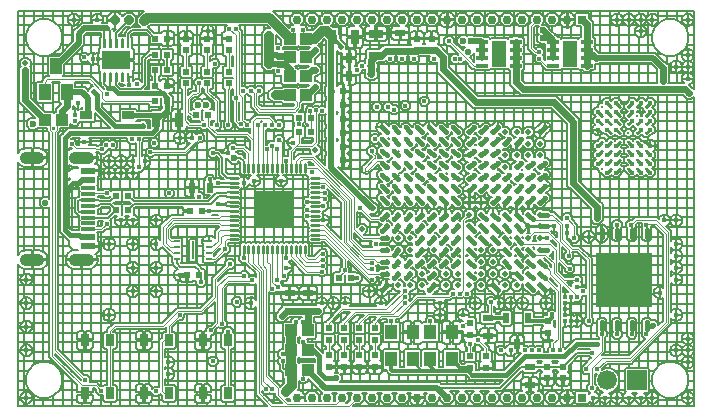
<source format=gbr>
G04 EAGLE Gerber RS-274X export*
G75*
%MOMM*%
%FSLAX34Y34*%
%LPD*%
%INTop Copper*%
%IPPOS*%
%AMOC8*
5,1,8,0,0,1.08239X$1,22.5*%
G01*
%ADD10R,1.000000X1.400000*%
%ADD11R,0.600000X0.600000*%
%ADD12R,1.045600X0.739100*%
%ADD13C,0.182000*%
%ADD14R,2.350000X1.580000*%
%ADD15P,0.879767X8X22.500000*%
%ADD16R,0.750000X0.750000*%
%ADD17C,0.750000*%
%ADD18C,0.300000*%
%ADD19R,1.029100X0.999100*%
%ADD20R,0.750000X1.000000*%
%ADD21R,0.911800X0.610700*%
%ADD22R,0.558800X0.889000*%
%ADD23C,1.676400*%
%ADD24R,1.676400X1.676400*%
%ADD25R,1.100000X1.300000*%
%ADD26C,0.217600*%
%ADD27R,3.100000X3.100000*%
%ADD28R,0.610700X0.911800*%
%ADD29C,0.500000*%
%ADD30R,0.500000X0.250000*%
%ADD31R,0.200000X1.600000*%
%ADD32R,0.700000X1.300000*%
%ADD33R,0.990000X0.405000*%
%ADD34R,1.185000X2.235000*%
%ADD35C,0.420000*%
%ADD36R,4.800000X4.650000*%
%ADD37R,1.300000X0.700000*%
%ADD38C,1.000000*%
%ADD39C,1.050000*%
%ADD40R,1.150000X0.600000*%
%ADD41R,1.150000X0.300000*%
%ADD42C,0.127000*%
%ADD43C,0.200000*%
%ADD44C,0.400000*%
%ADD45C,0.406400*%
%ADD46C,0.254000*%
%ADD47C,0.101600*%
%ADD48C,0.550000*%
%ADD49C,0.508000*%
%ADD50C,0.609600*%
%ADD51C,0.812800*%
%ADD52C,0.600000*%
%ADD53C,0.152400*%
%ADD54C,0.203200*%
%ADD55C,0.304800*%
%ADD56C,0.675000*%
%ADD57C,0.100000*%


D10*
X35000Y290635D03*
X44500Y268635D03*
X25500Y268635D03*
D11*
X119000Y273889D03*
X129000Y273889D03*
X119000Y261000D03*
X129000Y261000D03*
D12*
X60877Y249000D03*
X96123Y249000D03*
D13*
X76390Y278360D02*
X75610Y278360D01*
X75610Y284940D01*
X76390Y284940D01*
X76390Y278360D01*
X76390Y280089D02*
X75610Y280089D01*
X75610Y281818D02*
X76390Y281818D01*
X76390Y283547D02*
X75610Y283547D01*
X80610Y278360D02*
X81390Y278360D01*
X80610Y278360D02*
X80610Y284940D01*
X81390Y284940D01*
X81390Y278360D01*
X81390Y280089D02*
X80610Y280089D01*
X80610Y281818D02*
X81390Y281818D01*
X81390Y283547D02*
X80610Y283547D01*
X85610Y278360D02*
X86390Y278360D01*
X85610Y278360D02*
X85610Y284940D01*
X86390Y284940D01*
X86390Y278360D01*
X86390Y280089D02*
X85610Y280089D01*
X85610Y281818D02*
X86390Y281818D01*
X86390Y283547D02*
X85610Y283547D01*
X90610Y278360D02*
X91390Y278360D01*
X90610Y278360D02*
X90610Y284940D01*
X91390Y284940D01*
X91390Y278360D01*
X91390Y280089D02*
X90610Y280089D01*
X90610Y281818D02*
X91390Y281818D01*
X91390Y283547D02*
X90610Y283547D01*
X95610Y278360D02*
X96390Y278360D01*
X95610Y278360D02*
X95610Y284940D01*
X96390Y284940D01*
X96390Y278360D01*
X96390Y280089D02*
X95610Y280089D01*
X95610Y281818D02*
X96390Y281818D01*
X96390Y283547D02*
X95610Y283547D01*
X95610Y307060D02*
X96390Y307060D01*
X95610Y307060D02*
X95610Y313640D01*
X96390Y313640D01*
X96390Y307060D01*
X96390Y308789D02*
X95610Y308789D01*
X95610Y310518D02*
X96390Y310518D01*
X96390Y312247D02*
X95610Y312247D01*
X91390Y307060D02*
X90610Y307060D01*
X90610Y313640D01*
X91390Y313640D01*
X91390Y307060D01*
X91390Y308789D02*
X90610Y308789D01*
X90610Y310518D02*
X91390Y310518D01*
X91390Y312247D02*
X90610Y312247D01*
X86390Y307060D02*
X85610Y307060D01*
X85610Y313640D01*
X86390Y313640D01*
X86390Y307060D01*
X86390Y308789D02*
X85610Y308789D01*
X85610Y310518D02*
X86390Y310518D01*
X86390Y312247D02*
X85610Y312247D01*
X81390Y307060D02*
X80610Y307060D01*
X80610Y313640D01*
X81390Y313640D01*
X81390Y307060D01*
X81390Y308789D02*
X80610Y308789D01*
X80610Y310518D02*
X81390Y310518D01*
X81390Y312247D02*
X80610Y312247D01*
X76390Y307060D02*
X75610Y307060D01*
X75610Y313640D01*
X76390Y313640D01*
X76390Y307060D01*
X76390Y308789D02*
X75610Y308789D01*
X75610Y310518D02*
X76390Y310518D01*
X76390Y312247D02*
X75610Y312247D01*
D14*
X86000Y296000D03*
D15*
X85000Y329500D03*
X97000Y329500D03*
D11*
X119230Y314000D03*
X129230Y314000D03*
X129115Y300500D03*
X119115Y300500D03*
X119230Y287000D03*
X129230Y287000D03*
D16*
X480650Y10000D03*
D17*
X467950Y10000D03*
X455250Y10000D03*
X442550Y10000D03*
X429850Y10000D03*
X417150Y10000D03*
X404450Y10000D03*
X391750Y10000D03*
X379050Y10000D03*
X366350Y10000D03*
X353650Y10000D03*
X340950Y10000D03*
X328250Y10000D03*
X315550Y10000D03*
X302850Y10000D03*
X290150Y10000D03*
X277450Y10000D03*
X264750Y10000D03*
X252050Y10000D03*
X239350Y10000D03*
D16*
X480650Y330000D03*
D17*
X467950Y330000D03*
X455250Y330000D03*
X442550Y330000D03*
X429850Y330000D03*
X417150Y330000D03*
X404450Y330000D03*
X391750Y330000D03*
X379050Y330000D03*
X366350Y330000D03*
X353650Y330000D03*
X340950Y330000D03*
X328250Y330000D03*
X315550Y330000D03*
X302850Y330000D03*
X290150Y330000D03*
X277450Y330000D03*
X264750Y330000D03*
X252050Y330000D03*
X239350Y330000D03*
D18*
X534750Y203750D03*
X527250Y203750D03*
X519750Y203750D03*
X512250Y203750D03*
X504750Y203750D03*
X497250Y203750D03*
X534750Y211250D03*
X527250Y211250D03*
X519750Y211250D03*
X512250Y211250D03*
X504750Y211250D03*
X497250Y211250D03*
X534750Y218750D03*
X527250Y218750D03*
X519750Y218750D03*
X512250Y218750D03*
X504750Y218750D03*
X497250Y218750D03*
X534750Y226250D03*
X527250Y226250D03*
X519750Y226250D03*
X512250Y226250D03*
X504750Y226250D03*
X497250Y226250D03*
X534750Y233750D03*
X527250Y233750D03*
X519750Y233750D03*
X512250Y233750D03*
X504750Y233750D03*
X497250Y233750D03*
X534750Y241250D03*
X527250Y241250D03*
X519750Y241250D03*
X512250Y241250D03*
X504750Y241250D03*
X497250Y241250D03*
X534750Y248750D03*
X527250Y248750D03*
X519750Y248750D03*
X512250Y248750D03*
X504750Y248750D03*
X497250Y248750D03*
X534750Y256250D03*
X527250Y256250D03*
X519750Y256250D03*
X512250Y256250D03*
X504750Y256250D03*
X497250Y256250D03*
D19*
X248000Y33000D03*
X234000Y33000D03*
X247000Y282000D03*
X233000Y282000D03*
X247000Y314000D03*
X233000Y314000D03*
X247000Y266000D03*
X233000Y266000D03*
X26000Y245000D03*
X40000Y245000D03*
X248000Y67000D03*
X234000Y67000D03*
X248000Y50000D03*
X234000Y50000D03*
X247000Y298000D03*
X233000Y298000D03*
D20*
X130750Y58500D03*
X109250Y58500D03*
X130750Y13500D03*
X109250Y13500D03*
D21*
X436300Y21079D03*
X436300Y36091D03*
D11*
X464300Y26200D03*
X464300Y36200D03*
X450993Y26200D03*
X450993Y36200D03*
D22*
X434898Y77422D03*
X416102Y77422D03*
X425500Y55578D03*
D11*
X452000Y65000D03*
X452000Y75000D03*
D21*
X401000Y62494D03*
X401000Y77506D03*
D11*
X385920Y62885D03*
X385920Y72885D03*
X399000Y35000D03*
X399000Y45000D03*
X385643Y34885D03*
X385643Y44885D03*
D23*
X501700Y24500D03*
D24*
X527100Y24500D03*
D25*
X352000Y42300D03*
X370000Y42300D03*
X352000Y65300D03*
X370000Y65300D03*
X319000Y42300D03*
X337000Y42300D03*
X319000Y65300D03*
X337000Y65300D03*
D11*
X181200Y304000D03*
X181200Y314000D03*
X181200Y276000D03*
X181200Y286000D03*
X163200Y304000D03*
X163200Y314000D03*
X163200Y276000D03*
X163200Y286000D03*
X145200Y304000D03*
X145200Y314000D03*
X145200Y276000D03*
X145200Y286000D03*
D26*
X194000Y138785D02*
X194000Y132381D01*
X198000Y132381D02*
X198000Y138785D01*
X202000Y138785D02*
X202000Y132381D01*
X206000Y132381D02*
X206000Y138785D01*
X210000Y138785D02*
X210000Y132381D01*
X214000Y132381D02*
X214000Y138785D01*
X218000Y138785D02*
X218000Y132381D01*
X222000Y132381D02*
X222000Y138785D01*
X226000Y138785D02*
X226000Y132381D01*
X230000Y132381D02*
X230000Y138785D01*
X234000Y138785D02*
X234000Y132381D01*
X238000Y132381D02*
X238000Y138785D01*
X242000Y138785D02*
X242000Y132381D01*
X246000Y132381D02*
X246000Y138785D01*
X251215Y144000D02*
X257619Y144000D01*
X257619Y148000D02*
X251215Y148000D01*
X251215Y152000D02*
X257619Y152000D01*
X257619Y156000D02*
X251215Y156000D01*
X251215Y160000D02*
X257619Y160000D01*
X257619Y164000D02*
X251215Y164000D01*
X251215Y168000D02*
X257619Y168000D01*
X257619Y172000D02*
X251215Y172000D01*
X251215Y176000D02*
X257619Y176000D01*
X257619Y180000D02*
X251215Y180000D01*
X251215Y184000D02*
X257619Y184000D01*
X257619Y188000D02*
X251215Y188000D01*
X251215Y192000D02*
X257619Y192000D01*
X257619Y196000D02*
X251215Y196000D01*
X246000Y201215D02*
X246000Y207619D01*
X242000Y207619D02*
X242000Y201215D01*
X238000Y201215D02*
X238000Y207619D01*
X234000Y207619D02*
X234000Y201215D01*
X230000Y201215D02*
X230000Y207619D01*
X226000Y207619D02*
X226000Y201215D01*
X222000Y201215D02*
X222000Y207619D01*
X218000Y207619D02*
X218000Y201215D01*
X214000Y201215D02*
X214000Y207619D01*
X210000Y207619D02*
X210000Y201215D01*
X206000Y201215D02*
X206000Y207619D01*
X202000Y207619D02*
X202000Y201215D01*
X198000Y201215D02*
X198000Y207619D01*
X194000Y207619D02*
X194000Y201215D01*
X188785Y196000D02*
X182381Y196000D01*
X182381Y192000D02*
X188785Y192000D01*
X188785Y188000D02*
X182381Y188000D01*
X182381Y184000D02*
X188785Y184000D01*
X188785Y180000D02*
X182381Y180000D01*
X182381Y176000D02*
X188785Y176000D01*
X188785Y172000D02*
X182381Y172000D01*
X182381Y168000D02*
X188785Y168000D01*
X188785Y164000D02*
X182381Y164000D01*
X182381Y160000D02*
X188785Y160000D01*
X188785Y156000D02*
X182381Y156000D01*
X182381Y152000D02*
X188785Y152000D01*
X188785Y148000D02*
X182381Y148000D01*
X182381Y144000D02*
X188785Y144000D01*
D27*
X220000Y170000D03*
D11*
X158500Y168000D03*
X148500Y168000D03*
D28*
X165121Y187700D03*
X150109Y187700D03*
D21*
X248700Y83594D03*
X248700Y98606D03*
D11*
X96000Y169000D03*
X86000Y169000D03*
X96000Y181000D03*
X86000Y181000D03*
D29*
X445000Y235000D03*
X435000Y235000D03*
X425000Y235000D03*
X415000Y235000D03*
X405000Y235000D03*
X395000Y235000D03*
X385000Y235000D03*
X375000Y235000D03*
X365000Y235000D03*
X355000Y235000D03*
X345000Y235000D03*
X335000Y235000D03*
X325000Y235000D03*
X315000Y235000D03*
X445000Y225000D03*
X445000Y215000D03*
X445000Y205000D03*
X445000Y195000D03*
X445000Y185000D03*
X445000Y175000D03*
X445000Y165000D03*
X445000Y155000D03*
X445000Y145000D03*
X445000Y135000D03*
X445000Y125000D03*
X445000Y115000D03*
X445000Y105000D03*
X435000Y225000D03*
X425000Y225000D03*
X415000Y225000D03*
X405000Y225000D03*
X395000Y225000D03*
X385000Y225000D03*
X375000Y225000D03*
X365000Y225000D03*
X355000Y225000D03*
X345000Y225000D03*
X335000Y225000D03*
X325000Y225000D03*
X315000Y225000D03*
X435000Y215000D03*
X425000Y215000D03*
X415000Y215000D03*
X405000Y215000D03*
X395000Y215000D03*
X385000Y215000D03*
X375000Y215000D03*
X365000Y215000D03*
X355000Y215000D03*
X345000Y215000D03*
X335000Y215000D03*
X325000Y215000D03*
X315000Y215000D03*
X435000Y205000D03*
X425000Y205000D03*
X415000Y205000D03*
X405000Y205000D03*
X395000Y205000D03*
X385000Y205000D03*
X375000Y205000D03*
X365000Y205000D03*
X355000Y205000D03*
X345000Y205000D03*
X335000Y205000D03*
X325000Y205000D03*
X315000Y205000D03*
X435000Y195000D03*
X425000Y195000D03*
X415000Y195000D03*
X405000Y195000D03*
X395000Y195000D03*
X385000Y195000D03*
X375000Y195000D03*
X365000Y195000D03*
X355000Y195000D03*
X345000Y195000D03*
X335000Y195000D03*
X325000Y195000D03*
X315000Y195000D03*
X435000Y185000D03*
X425000Y185000D03*
X415000Y185000D03*
X405000Y185000D03*
X395000Y185000D03*
X385000Y185000D03*
X375000Y185000D03*
X365000Y185000D03*
X355000Y185000D03*
X345000Y185000D03*
X335000Y185000D03*
X325000Y185000D03*
X315000Y185000D03*
X435000Y175000D03*
X425000Y175000D03*
X415000Y175000D03*
X405000Y175000D03*
X395000Y175000D03*
X385000Y175000D03*
X375000Y175000D03*
X365000Y175000D03*
X355000Y175000D03*
X345000Y175000D03*
X335000Y175000D03*
X325000Y175000D03*
X315000Y175000D03*
X435000Y165000D03*
X425000Y165000D03*
X415000Y165000D03*
X405000Y165000D03*
X395000Y165000D03*
X385000Y165000D03*
X375000Y165000D03*
X365000Y165000D03*
X355000Y165000D03*
X345000Y165000D03*
X335000Y165000D03*
X325000Y165000D03*
X315000Y165000D03*
X435000Y155000D03*
X425000Y155000D03*
X415000Y155000D03*
X405000Y155000D03*
X395000Y155000D03*
X385000Y155000D03*
X375000Y155000D03*
X365000Y155000D03*
X355000Y155000D03*
X345000Y155000D03*
X335000Y155000D03*
X325000Y155000D03*
X315000Y155000D03*
X435000Y145000D03*
X425000Y145000D03*
X415000Y145000D03*
X405000Y145000D03*
X395000Y145000D03*
X385000Y145000D03*
X375000Y145000D03*
X365000Y145000D03*
X355000Y145000D03*
X345000Y145000D03*
X335000Y145000D03*
X325000Y145000D03*
X315000Y145000D03*
X435000Y135000D03*
X425000Y135000D03*
X415000Y135000D03*
X405000Y135000D03*
X395000Y135000D03*
X385000Y135000D03*
X375000Y135000D03*
X365000Y135000D03*
X355000Y135000D03*
X345000Y135000D03*
X335000Y135000D03*
X325000Y135000D03*
X315000Y135000D03*
X435000Y125000D03*
X425000Y125000D03*
X415000Y125000D03*
X405000Y125000D03*
X395000Y125000D03*
X385000Y125000D03*
X375000Y125000D03*
X365000Y125000D03*
X355000Y125000D03*
X345000Y125000D03*
X335000Y125000D03*
X325000Y125000D03*
X315000Y125000D03*
X435000Y115000D03*
X425000Y115000D03*
X415000Y115000D03*
X405000Y115000D03*
X395000Y115000D03*
X385000Y115000D03*
X375000Y115000D03*
X365000Y115000D03*
X355000Y115000D03*
X345000Y115000D03*
X335000Y115000D03*
X325000Y115000D03*
X315000Y115000D03*
X435000Y105000D03*
X425000Y105000D03*
X415000Y105000D03*
X405000Y105000D03*
X395000Y105000D03*
X385000Y105000D03*
X375000Y105000D03*
X365000Y105000D03*
X355000Y105000D03*
X345000Y105000D03*
X335000Y105000D03*
X325000Y105000D03*
X315000Y105000D03*
D30*
X164400Y132200D03*
X164400Y137200D03*
X164400Y127200D03*
X164400Y142200D03*
X137400Y132200D03*
X137400Y137200D03*
X137400Y127200D03*
X137400Y142200D03*
D31*
X150900Y134700D03*
D21*
X233000Y83494D03*
X233000Y98506D03*
D11*
X156000Y114000D03*
X146000Y114000D03*
D20*
X59250Y13500D03*
X80750Y13500D03*
X59250Y58500D03*
X80750Y58500D03*
D32*
X139115Y245000D03*
X120115Y245000D03*
D33*
X395650Y310900D03*
X395650Y304300D03*
X395650Y297700D03*
X395650Y291100D03*
X424350Y291100D03*
X424350Y297700D03*
X424350Y304300D03*
X424350Y310900D03*
D34*
X410000Y301000D03*
D33*
X455650Y310900D03*
X455650Y304300D03*
X455650Y297700D03*
X455650Y291100D03*
X484350Y291100D03*
X484350Y297700D03*
X484350Y304300D03*
X484350Y310900D03*
D34*
X470000Y301000D03*
D35*
X535050Y151546D02*
X535050Y146366D01*
X522350Y146366D02*
X522350Y151546D01*
X509650Y151546D02*
X509650Y146366D01*
X496950Y146366D02*
X496950Y151546D01*
X496950Y73634D02*
X496950Y68454D01*
X509650Y68454D02*
X509650Y73634D01*
X522350Y73634D02*
X522350Y68454D01*
X535050Y68454D02*
X535050Y73634D01*
D36*
X516000Y110000D03*
D11*
X305000Y46000D03*
X305000Y36000D03*
X305000Y69000D03*
X305000Y59000D03*
X292000Y46000D03*
X292000Y36000D03*
X292000Y69000D03*
X292000Y59000D03*
X279000Y46000D03*
X279000Y36000D03*
X279000Y69000D03*
X279000Y59000D03*
X266000Y46000D03*
X266000Y36000D03*
X266000Y69000D03*
X266000Y59000D03*
D32*
X288100Y315200D03*
X269100Y315200D03*
D28*
X283306Y282600D03*
X268294Y282600D03*
X283306Y297600D03*
X268294Y297600D03*
D11*
X278015Y245800D03*
X268015Y245800D03*
X278015Y234200D03*
X268015Y234200D03*
X278015Y222600D03*
X268015Y222600D03*
X277985Y257600D03*
X267985Y257600D03*
X278185Y269200D03*
X268185Y269200D03*
D37*
X305800Y318285D03*
X305800Y299285D03*
D21*
X326600Y318906D03*
X326600Y303894D03*
D11*
X340600Y314000D03*
X340600Y304000D03*
X353000Y314015D03*
X353000Y304015D03*
D38*
X20000Y213200D02*
X10000Y213200D01*
X10000Y126800D02*
X20000Y126800D01*
D39*
X51550Y213200D02*
X62050Y213200D01*
X62050Y126800D02*
X51550Y126800D01*
D40*
X62550Y202000D03*
X62550Y138000D03*
X62550Y194000D03*
X62550Y146000D03*
D41*
X62550Y167500D03*
X62550Y172500D03*
X62550Y162500D03*
X62550Y157500D03*
X62550Y152500D03*
X62550Y177500D03*
X62550Y182500D03*
X62550Y187500D03*
D20*
X159250Y13500D03*
X180750Y13500D03*
X159250Y58500D03*
X180750Y58500D03*
D11*
X274800Y111200D03*
X284800Y111200D03*
X278000Y210800D03*
X268000Y210800D03*
X240600Y247000D03*
X250600Y247000D03*
X250800Y235000D03*
X240800Y235000D03*
X164000Y249000D03*
X154000Y249000D03*
D42*
X70840Y172500D02*
X62550Y172500D01*
X70840Y172500D02*
X72205Y173865D01*
X81135Y173865D02*
X86000Y169000D01*
X81135Y173865D02*
X72205Y173865D01*
X79500Y162500D02*
X62550Y162500D01*
X79500Y162500D02*
X86000Y169000D01*
D43*
X264800Y133257D02*
X264800Y129943D01*
X264800Y133257D02*
X262457Y135600D01*
X259143Y135600D01*
X256800Y133257D01*
X256800Y133147D01*
X253561Y129908D01*
X249422Y129908D01*
X248658Y130672D01*
X249088Y131101D01*
X249088Y140065D01*
X247279Y141873D01*
X244721Y141873D01*
X244000Y141153D01*
X243279Y141873D01*
X240721Y141873D01*
X240000Y141153D01*
X239279Y141873D01*
X236721Y141873D01*
X236000Y141153D01*
X235279Y141873D01*
X232721Y141873D01*
X232000Y141153D01*
X231279Y141873D01*
X228721Y141873D01*
X228000Y141153D01*
X227279Y141873D01*
X224721Y141873D01*
X224000Y141153D01*
X223279Y141873D01*
X220721Y141873D01*
X220000Y141153D01*
X219279Y141873D01*
X216721Y141873D01*
X216000Y141153D01*
X215279Y141873D01*
X212721Y141873D01*
X212000Y141153D01*
X211279Y141873D01*
X208721Y141873D01*
X208000Y141153D01*
X207279Y141873D01*
X204721Y141873D01*
X204000Y141153D01*
X203279Y141873D01*
X200721Y141873D01*
X200000Y141153D01*
X199279Y141873D01*
X196721Y141873D01*
X196000Y141153D01*
X195279Y141873D01*
X192721Y141873D01*
X190912Y140065D01*
X190912Y131101D01*
X191000Y131013D01*
X191000Y130657D01*
X190000Y129657D01*
X190000Y126343D01*
X192343Y124000D01*
X195492Y124000D01*
X195492Y123961D01*
X196961Y122492D01*
X204060Y115393D01*
X204060Y111813D01*
X202677Y113196D01*
X199363Y113196D01*
X198600Y112433D01*
X198600Y114657D01*
X196257Y117000D01*
X192943Y117000D01*
X191451Y115508D01*
X179310Y115508D01*
X172263Y108461D01*
X172263Y109616D01*
X181747Y119100D01*
X183857Y119100D01*
X186200Y121443D01*
X186200Y124757D01*
X183857Y127100D01*
X180543Y127100D01*
X178200Y124757D01*
X178200Y122647D01*
X168716Y113163D01*
X167247Y111694D01*
X167247Y96339D01*
X156724Y85816D01*
X137308Y85816D01*
X135839Y84347D01*
X124950Y73458D01*
X83911Y73458D01*
X78242Y67789D01*
X78242Y65500D01*
X76172Y65500D01*
X75000Y64328D01*
X75000Y52672D01*
X76172Y51500D01*
X78242Y51500D01*
X78242Y20500D01*
X76172Y20500D01*
X75164Y19493D01*
X74657Y20000D01*
X72547Y20000D01*
X71040Y21507D01*
X69571Y22976D01*
X63657Y22976D01*
X64000Y23319D01*
X64000Y26633D01*
X61657Y28976D01*
X59039Y28976D01*
X36608Y51407D01*
X36608Y234061D01*
X38508Y235961D01*
X38508Y238005D01*
X45102Y238005D01*
X42768Y235670D01*
X38336Y231238D01*
X38336Y150462D01*
X40698Y148100D01*
X40698Y148100D01*
X42586Y146212D01*
X42586Y146212D01*
X44948Y143850D01*
X46418Y143850D01*
X46050Y143482D01*
X46050Y138718D01*
X49418Y135350D01*
X53800Y135350D01*
X53800Y135050D01*
X50737Y135050D01*
X49144Y134733D01*
X47642Y134111D01*
X46291Y133208D01*
X45142Y132059D01*
X44239Y130708D01*
X43617Y129206D01*
X43300Y127613D01*
X43300Y127300D01*
X56300Y127300D01*
X56300Y126300D01*
X43300Y126300D01*
X43300Y125987D01*
X43617Y124394D01*
X44239Y122892D01*
X45142Y121541D01*
X46291Y120392D01*
X47642Y119489D01*
X49144Y118867D01*
X50737Y118550D01*
X56300Y118550D01*
X56300Y126300D01*
X57300Y126300D01*
X57300Y118550D01*
X62863Y118550D01*
X64456Y118867D01*
X65958Y119489D01*
X67309Y120392D01*
X68458Y121541D01*
X69361Y122892D01*
X69983Y124394D01*
X70300Y125987D01*
X70300Y126300D01*
X57300Y126300D01*
X57300Y127300D01*
X70300Y127300D01*
X70300Y127613D01*
X69983Y129206D01*
X69361Y130708D01*
X68498Y132000D01*
X68695Y132000D01*
X69458Y132204D01*
X70142Y132599D01*
X70701Y133158D01*
X71096Y133842D01*
X71300Y134605D01*
X71300Y137500D01*
X63050Y137500D01*
X63050Y138500D01*
X71300Y138500D01*
X71300Y141395D01*
X71096Y142158D01*
X70701Y142842D01*
X70300Y143243D01*
X70300Y149828D01*
X70136Y149992D01*
X74539Y149992D01*
X77547Y153000D01*
X79657Y153000D01*
X82000Y155343D01*
X82000Y158657D01*
X80692Y159965D01*
X84726Y164000D01*
X86929Y164000D01*
X85999Y163070D01*
X85341Y161930D01*
X85000Y160658D01*
X85000Y160000D01*
X90000Y160000D01*
X90000Y160000D01*
X85000Y160000D01*
X85000Y159342D01*
X85341Y158070D01*
X85999Y156930D01*
X86930Y155999D01*
X88070Y155341D01*
X89342Y155000D01*
X90000Y155000D01*
X90000Y160000D01*
X90000Y160000D01*
X90000Y155000D01*
X90658Y155000D01*
X91930Y155341D01*
X93070Y155999D01*
X94001Y156930D01*
X94659Y158070D01*
X95000Y159342D01*
X95000Y160000D01*
X90000Y160000D01*
X90000Y160000D01*
X95000Y160000D01*
X95000Y160658D01*
X94659Y161930D01*
X94001Y163070D01*
X93071Y164000D01*
X96929Y164000D01*
X95999Y163070D01*
X95341Y161930D01*
X95000Y160658D01*
X95000Y160000D01*
X100000Y160000D01*
X100000Y160000D01*
X95000Y160000D01*
X95000Y159342D01*
X95341Y158070D01*
X95999Y156930D01*
X96930Y155999D01*
X98070Y155341D01*
X99342Y155000D01*
X100000Y155000D01*
X100000Y160000D01*
X100000Y160000D01*
X100000Y155000D01*
X100658Y155000D01*
X101930Y155341D01*
X103070Y155999D01*
X104001Y156930D01*
X104659Y158070D01*
X105000Y159342D01*
X105000Y160000D01*
X100000Y160000D01*
X100000Y160000D01*
X105000Y160000D01*
X105000Y160658D01*
X104659Y161930D01*
X104001Y163070D01*
X103070Y164001D01*
X101930Y164659D01*
X100792Y164964D01*
X101000Y165172D01*
X101000Y170274D01*
X101956Y171230D01*
X142500Y171230D01*
X142500Y168500D01*
X148000Y168500D01*
X148000Y167500D01*
X142500Y167500D01*
X142500Y164605D01*
X142517Y164540D01*
X132293Y164540D01*
X130824Y163071D01*
X123492Y155739D01*
X123492Y143579D01*
X123070Y144001D01*
X121930Y144659D01*
X120658Y145000D01*
X120000Y145000D01*
X120000Y140000D01*
X120000Y140000D01*
X120000Y145000D01*
X119342Y145000D01*
X118070Y144659D01*
X116930Y144001D01*
X115999Y143070D01*
X115341Y141930D01*
X115000Y140658D01*
X115000Y140000D01*
X120000Y140000D01*
X120000Y140000D01*
X115000Y140000D01*
X115000Y139342D01*
X115341Y138070D01*
X115999Y136930D01*
X116930Y135999D01*
X118070Y135341D01*
X119342Y135000D01*
X120000Y135000D01*
X120000Y140000D01*
X120000Y140000D01*
X120000Y135000D01*
X120658Y135000D01*
X121930Y135341D01*
X123070Y135999D01*
X124001Y136930D01*
X124558Y137895D01*
X131292Y131161D01*
X132761Y129692D01*
X133314Y129692D01*
X132900Y129278D01*
X132900Y125122D01*
X134072Y123950D01*
X134400Y123950D01*
X134400Y122357D01*
X136157Y120600D01*
X138092Y118665D01*
X138070Y118659D01*
X136930Y118001D01*
X135999Y117070D01*
X135341Y115930D01*
X135000Y114658D01*
X135000Y114000D01*
X140000Y114000D01*
X140000Y114000D01*
X135000Y114000D01*
X135000Y113342D01*
X135341Y112070D01*
X135999Y110930D01*
X136930Y109999D01*
X138070Y109341D01*
X139342Y109000D01*
X140000Y109000D01*
X140000Y114000D01*
X140000Y114000D01*
X140000Y113500D01*
X140000Y113500D01*
X140000Y110605D01*
X140000Y110605D01*
X140000Y109000D01*
X140658Y109000D01*
X140736Y109021D01*
X141158Y108599D01*
X141842Y108204D01*
X142605Y108000D01*
X145500Y108000D01*
X145500Y113500D01*
X146500Y113500D01*
X146500Y108000D01*
X149395Y108000D01*
X150158Y108204D01*
X150842Y108599D01*
X151401Y109158D01*
X151625Y109547D01*
X152172Y109000D01*
X154000Y109000D01*
X154000Y106343D01*
X156343Y104000D01*
X159657Y104000D01*
X162000Y106343D01*
X162000Y109657D01*
X161000Y110657D01*
X161000Y117828D01*
X159828Y119000D01*
X159000Y119000D01*
X159000Y119243D01*
X156000Y122243D01*
X154243Y124000D01*
X141243Y124000D01*
X141010Y124232D01*
X141900Y125122D01*
X141900Y129278D01*
X141478Y129700D01*
X141900Y130122D01*
X141900Y134278D01*
X141478Y134700D01*
X141900Y135122D01*
X141900Y139278D01*
X141478Y139700D01*
X141900Y140122D01*
X141900Y144278D01*
X140728Y145450D01*
X134072Y145450D01*
X133534Y144913D01*
X132540Y145907D01*
X132540Y151791D01*
X136141Y155392D01*
X172144Y155392D01*
X173028Y154508D01*
X172961Y154508D01*
X170961Y152508D01*
X169492Y151039D01*
X169492Y144960D01*
X169301Y145292D01*
X168742Y145851D01*
X168058Y146246D01*
X167295Y146450D01*
X164400Y146450D01*
X164400Y142200D01*
X164400Y142200D01*
X164400Y146450D01*
X161505Y146450D01*
X160742Y146246D01*
X160058Y145851D01*
X159499Y145292D01*
X159104Y144608D01*
X158900Y143845D01*
X158900Y142200D01*
X164400Y142200D01*
X164400Y142200D01*
X158900Y142200D01*
X158900Y140555D01*
X159104Y139792D01*
X159499Y139108D01*
X159900Y138707D01*
X159900Y135122D01*
X160322Y134700D01*
X159900Y134278D01*
X159900Y130122D01*
X160322Y129700D01*
X159900Y129278D01*
X159900Y125122D01*
X161072Y123950D01*
X167728Y123950D01*
X168470Y124692D01*
X170539Y124692D01*
X177847Y132000D01*
X179857Y132000D01*
X182200Y134343D01*
X182200Y137657D01*
X180708Y139149D01*
X180708Y141161D01*
X180780Y141233D01*
X181101Y140912D01*
X190065Y140912D01*
X191873Y142721D01*
X191873Y145279D01*
X191153Y146000D01*
X191873Y146721D01*
X191873Y149279D01*
X191153Y150000D01*
X191873Y150721D01*
X191873Y153279D01*
X191153Y154000D01*
X191873Y154721D01*
X191873Y157279D01*
X191153Y158000D01*
X191873Y158721D01*
X191873Y161279D01*
X191153Y162000D01*
X191873Y162721D01*
X191873Y165279D01*
X191153Y166000D01*
X191873Y166721D01*
X191873Y169279D01*
X191153Y170000D01*
X191873Y170721D01*
X191873Y173279D01*
X191153Y174000D01*
X191873Y174721D01*
X191873Y177279D01*
X191153Y178000D01*
X191873Y178721D01*
X191873Y181279D01*
X191153Y182000D01*
X191873Y182721D01*
X191873Y185279D01*
X191153Y186000D01*
X191873Y186721D01*
X191873Y187454D01*
X192070Y187341D01*
X193342Y187000D01*
X194000Y187000D01*
X194000Y192000D01*
X194000Y192000D01*
X194000Y187000D01*
X194658Y187000D01*
X195930Y187341D01*
X197070Y187999D01*
X198001Y188930D01*
X198659Y190070D01*
X198828Y190701D01*
X199730Y189799D01*
X200870Y189141D01*
X202142Y188800D01*
X202800Y188800D01*
X202800Y193800D01*
X202800Y193800D01*
X202800Y188800D01*
X203458Y188800D01*
X204730Y189141D01*
X205870Y189799D01*
X206801Y190730D01*
X207459Y191870D01*
X207800Y193142D01*
X207800Y193800D01*
X202800Y193800D01*
X202800Y193800D01*
X207800Y193800D01*
X207800Y194458D01*
X207459Y195730D01*
X206801Y196870D01*
X205870Y197801D01*
X205306Y198127D01*
X207279Y198127D01*
X208000Y198847D01*
X208721Y198127D01*
X211279Y198127D01*
X212000Y198847D01*
X212721Y198127D01*
X215279Y198127D01*
X216000Y198847D01*
X216721Y198127D01*
X219279Y198127D01*
X220000Y198847D01*
X220721Y198127D01*
X223279Y198127D01*
X224000Y198847D01*
X224279Y198569D01*
X223870Y198459D01*
X222730Y197801D01*
X221799Y196870D01*
X221141Y195730D01*
X220800Y194458D01*
X220800Y193800D01*
X225800Y193800D01*
X225800Y193800D01*
X220800Y193800D01*
X220800Y193142D01*
X221141Y191870D01*
X221799Y190730D01*
X222730Y189799D01*
X223870Y189141D01*
X225142Y188800D01*
X225800Y188800D01*
X225800Y193800D01*
X225800Y193800D01*
X225800Y188800D01*
X226458Y188800D01*
X227730Y189141D01*
X228870Y189799D01*
X229801Y190730D01*
X230459Y191870D01*
X230800Y193142D01*
X230800Y193800D01*
X225800Y193800D01*
X225800Y193800D01*
X230800Y193800D01*
X230800Y194458D01*
X230459Y195730D01*
X229801Y196870D01*
X228870Y197801D01*
X227730Y198459D01*
X227637Y198484D01*
X228000Y198847D01*
X228721Y198127D01*
X231279Y198127D01*
X232000Y198847D01*
X232721Y198127D01*
X235279Y198127D01*
X236000Y198847D01*
X236721Y198127D01*
X239279Y198127D01*
X240000Y198847D01*
X240721Y198127D01*
X243279Y198127D01*
X244000Y198847D01*
X244721Y198127D01*
X247279Y198127D01*
X247500Y198348D01*
X247799Y197830D01*
X248238Y197391D01*
X248127Y197279D01*
X248127Y194721D01*
X248847Y194000D01*
X248127Y193279D01*
X248127Y190721D01*
X248847Y190000D01*
X248127Y189279D01*
X248127Y186721D01*
X248847Y186000D01*
X248127Y185279D01*
X248127Y182721D01*
X248847Y182000D01*
X248127Y181279D01*
X248127Y180000D01*
X246143Y180000D01*
X243800Y177657D01*
X243800Y174343D01*
X245843Y172300D01*
X243800Y170257D01*
X243800Y166943D01*
X244643Y166100D01*
X243800Y165257D01*
X243800Y161943D01*
X246143Y159600D01*
X247127Y159600D01*
X247127Y159462D01*
X247405Y158422D01*
X247943Y157490D01*
X248140Y157293D01*
X248127Y157279D01*
X248127Y154721D01*
X248847Y154000D01*
X248127Y153279D01*
X248127Y150721D01*
X248847Y150000D01*
X248127Y149279D01*
X248127Y146721D01*
X248847Y146000D01*
X248127Y145279D01*
X248127Y142721D01*
X249935Y140912D01*
X258899Y140912D01*
X259479Y141492D01*
X261961Y141492D01*
X276992Y126461D01*
X276992Y120949D01*
X275500Y119457D01*
X275500Y116847D01*
X274853Y116200D01*
X270972Y116200D01*
X269800Y115028D01*
X269800Y107372D01*
X270972Y106200D01*
X278628Y106200D01*
X279800Y107372D01*
X279800Y113800D01*
X279800Y113800D01*
X279800Y107372D01*
X280972Y106200D01*
X288628Y106200D01*
X289628Y107200D01*
X291857Y107200D01*
X294200Y109543D01*
X294200Y112857D01*
X291857Y115200D01*
X289628Y115200D01*
X288628Y116200D01*
X283500Y116200D01*
X283500Y119457D01*
X282008Y120949D01*
X282008Y125296D01*
X299812Y107492D01*
X299851Y107492D01*
X301343Y106000D01*
X304657Y106000D01*
X307000Y108343D01*
X307000Y111657D01*
X306165Y112492D01*
X308028Y112492D01*
X309552Y110968D01*
X312668Y110968D01*
X313136Y110500D01*
X316864Y110500D01*
X317079Y110715D01*
X317079Y110137D01*
X315724Y110500D01*
X315250Y110500D01*
X315250Y105250D01*
X314750Y105250D01*
X314750Y110500D01*
X314276Y110500D01*
X312877Y110125D01*
X311623Y109401D01*
X310599Y108377D01*
X309875Y107123D01*
X309538Y105866D01*
X309181Y105770D01*
X308041Y105112D01*
X307110Y104181D01*
X306452Y103041D01*
X306111Y101769D01*
X306111Y101111D01*
X311111Y101111D01*
X311111Y101111D01*
X306111Y101111D01*
X306111Y100453D01*
X306452Y99181D01*
X307110Y98041D01*
X308041Y97110D01*
X309181Y96452D01*
X310453Y96111D01*
X311111Y96111D01*
X311111Y101111D01*
X311111Y101111D01*
X311111Y96111D01*
X311769Y96111D01*
X313041Y96452D01*
X314181Y97110D01*
X315112Y98041D01*
X315770Y99181D01*
X315866Y99538D01*
X317123Y99875D01*
X318377Y100599D01*
X319401Y101623D01*
X320125Y102877D01*
X320500Y104276D01*
X320500Y104750D01*
X315250Y104750D01*
X315250Y105250D01*
X320500Y105250D01*
X320500Y105724D01*
X320137Y107079D01*
X320715Y107079D01*
X320500Y106864D01*
X320500Y103136D01*
X323136Y100500D01*
X326400Y100500D01*
X326400Y100147D01*
X314782Y88529D01*
X315000Y89342D01*
X315000Y90000D01*
X310000Y90000D01*
X310000Y90000D01*
X315000Y90000D01*
X315000Y90658D01*
X314659Y91930D01*
X314001Y93070D01*
X313070Y94001D01*
X311930Y94659D01*
X310658Y95000D01*
X310000Y95000D01*
X310000Y90000D01*
X310000Y90000D01*
X310000Y95000D01*
X309342Y95000D01*
X308070Y94659D01*
X306930Y94001D01*
X305999Y93070D01*
X305341Y91930D01*
X305000Y90658D01*
X305000Y90000D01*
X310000Y90000D01*
X310000Y90000D01*
X305000Y90000D01*
X305000Y89342D01*
X305341Y88070D01*
X305781Y87308D01*
X284219Y87308D01*
X284659Y88070D01*
X285000Y89342D01*
X285000Y90000D01*
X280000Y90000D01*
X280000Y90000D01*
X285000Y90000D01*
X285000Y90658D01*
X284659Y91930D01*
X284001Y93070D01*
X283070Y94001D01*
X281930Y94659D01*
X280658Y95000D01*
X280000Y95000D01*
X280000Y90000D01*
X280000Y90000D01*
X280000Y95000D01*
X279342Y95000D01*
X278070Y94659D01*
X276930Y94001D01*
X275999Y93070D01*
X275341Y91930D01*
X275000Y90658D01*
X275000Y90000D01*
X280000Y90000D01*
X280000Y90000D01*
X275000Y90000D01*
X275000Y89342D01*
X275341Y88070D01*
X275920Y87067D01*
X264961Y76108D01*
X263492Y74639D01*
X263492Y74000D01*
X262172Y74000D01*
X261000Y72828D01*
X261000Y65172D01*
X262172Y64000D01*
X269828Y64000D01*
X271000Y65172D01*
X271000Y72828D01*
X269888Y73941D01*
X278239Y82292D01*
X284161Y82292D01*
X277961Y76092D01*
X276492Y74623D01*
X276492Y74000D01*
X275172Y74000D01*
X274000Y72828D01*
X274000Y65172D01*
X275172Y64000D01*
X282828Y64000D01*
X284000Y65172D01*
X284000Y72828D01*
X282896Y73933D01*
X289239Y80276D01*
X295561Y80276D01*
X290961Y75676D01*
X289492Y74207D01*
X289492Y74000D01*
X288172Y74000D01*
X287000Y72828D01*
X287000Y65172D01*
X288172Y64000D01*
X295828Y64000D01*
X297000Y65172D01*
X297000Y72828D01*
X296104Y73725D01*
X300639Y78260D01*
X306113Y78260D01*
X303961Y76108D01*
X302492Y74639D01*
X302492Y74000D01*
X301172Y74000D01*
X300000Y72828D01*
X300000Y65172D01*
X301172Y64000D01*
X308828Y64000D01*
X310000Y65172D01*
X310000Y72828D01*
X308888Y73941D01*
X311191Y76244D01*
X315000Y76244D01*
X315000Y73800D01*
X312672Y73800D01*
X311500Y72628D01*
X311500Y57972D01*
X312672Y56800D01*
X325328Y56800D01*
X326500Y57972D01*
X326500Y72628D01*
X325328Y73800D01*
X323000Y73800D01*
X323000Y76244D01*
X325591Y76244D01*
X327060Y77713D01*
X341839Y92492D01*
X355665Y92492D01*
X355341Y91930D01*
X355000Y90658D01*
X355000Y90000D01*
X360000Y90000D01*
X360000Y90000D01*
X355000Y90000D01*
X355000Y89342D01*
X355341Y88070D01*
X355999Y86930D01*
X356930Y85999D01*
X358070Y85341D01*
X359342Y85000D01*
X360000Y85000D01*
X360000Y90000D01*
X360000Y90000D01*
X360000Y85000D01*
X360658Y85000D01*
X361930Y85341D01*
X363070Y85999D01*
X364001Y86930D01*
X364659Y88070D01*
X365000Y89342D01*
X365000Y90000D01*
X360000Y90000D01*
X360000Y90000D01*
X365000Y90000D01*
X365000Y90658D01*
X364659Y91930D01*
X364335Y92492D01*
X369039Y92492D01*
X370508Y93961D01*
X370547Y94000D01*
X372657Y94000D01*
X373950Y95293D01*
X375243Y94000D01*
X378557Y94000D01*
X379900Y95343D01*
X381243Y94000D01*
X384557Y94000D01*
X386900Y96343D01*
X386900Y99657D01*
X386057Y100500D01*
X386864Y100500D01*
X389500Y103136D01*
X389500Y106864D01*
X389285Y107079D01*
X390559Y107079D01*
X392921Y109441D01*
X392921Y110715D01*
X393136Y110500D01*
X396864Y110500D01*
X399500Y113136D01*
X399500Y116864D01*
X396864Y119500D01*
X393634Y119500D01*
X393889Y120453D01*
X393889Y120500D01*
X396864Y120500D01*
X399500Y123136D01*
X399500Y126864D01*
X396864Y129500D01*
X393136Y129500D01*
X390500Y126864D01*
X390500Y125856D01*
X390462Y125866D01*
X390137Y127079D01*
X390559Y127079D01*
X392921Y129441D01*
X392921Y130715D01*
X393136Y130500D01*
X396864Y130500D01*
X399500Y133136D01*
X399500Y136864D01*
X399285Y137079D01*
X400559Y137079D01*
X402921Y139441D01*
X402921Y139863D01*
X404134Y139538D01*
X404144Y139500D01*
X403136Y139500D01*
X400500Y136864D01*
X400500Y133136D01*
X403136Y130500D01*
X406864Y130500D01*
X409500Y133136D01*
X409500Y136111D01*
X409547Y136111D01*
X409608Y136127D01*
X409500Y135724D01*
X409500Y135250D01*
X414750Y135250D01*
X414750Y134750D01*
X409500Y134750D01*
X409500Y134276D01*
X409875Y132877D01*
X410599Y131623D01*
X411623Y130599D01*
X412877Y129875D01*
X414064Y129557D01*
X414079Y129500D01*
X413136Y129500D01*
X410500Y126864D01*
X410500Y123136D01*
X413136Y120500D01*
X413798Y120500D01*
X414798Y119500D01*
X413136Y119500D01*
X410500Y116864D01*
X410500Y113136D01*
X413136Y110500D01*
X416864Y110500D01*
X419500Y113136D01*
X419500Y116864D01*
X419396Y116968D01*
X419833Y116968D01*
X419500Y115724D01*
X419500Y115250D01*
X424750Y115250D01*
X424750Y114750D01*
X419500Y114750D01*
X419500Y114276D01*
X419875Y112877D01*
X420599Y111623D01*
X421623Y110599D01*
X422877Y109875D01*
X424134Y109538D01*
X424144Y109500D01*
X423136Y109500D01*
X420500Y106864D01*
X420500Y103136D01*
X423136Y100500D01*
X426864Y100500D01*
X429500Y103136D01*
X429500Y106111D01*
X429547Y106111D01*
X430500Y106366D01*
X430500Y103136D01*
X433136Y100500D01*
X433798Y100500D01*
X437219Y97079D01*
X440559Y97079D01*
X442921Y99441D01*
X442921Y99863D01*
X444134Y99538D01*
X444230Y99181D01*
X444888Y98041D01*
X445819Y97110D01*
X446959Y96452D01*
X448231Y96111D01*
X448889Y96111D01*
X448889Y101111D01*
X448889Y101111D01*
X448889Y96111D01*
X449547Y96111D01*
X450819Y96452D01*
X451959Y97110D01*
X452890Y98041D01*
X453548Y99181D01*
X453889Y100453D01*
X453889Y101111D01*
X448889Y101111D01*
X448889Y101111D01*
X453889Y101111D01*
X453889Y101769D01*
X453548Y103041D01*
X453531Y103071D01*
X457576Y99026D01*
X457576Y83381D01*
X456457Y84500D01*
X453143Y84500D01*
X450800Y82157D01*
X450800Y80000D01*
X448172Y80000D01*
X447000Y78828D01*
X447000Y78524D01*
X439692Y78524D01*
X439692Y82695D01*
X438520Y83867D01*
X431276Y83867D01*
X430104Y82695D01*
X430104Y72149D01*
X431276Y70977D01*
X438520Y70977D01*
X439019Y71476D01*
X447000Y71476D01*
X447000Y71172D01*
X447547Y70625D01*
X447158Y70401D01*
X446599Y69842D01*
X446204Y69158D01*
X446000Y68395D01*
X446000Y65500D01*
X451500Y65500D01*
X451500Y64500D01*
X446000Y64500D01*
X446000Y61605D01*
X446204Y60842D01*
X446599Y60158D01*
X447158Y59599D01*
X447842Y59204D01*
X448605Y59000D01*
X451500Y59000D01*
X451500Y64500D01*
X452500Y64500D01*
X452500Y59000D01*
X455395Y59000D01*
X455656Y59070D01*
X453492Y56906D01*
X453492Y53149D01*
X452000Y51657D01*
X452000Y49000D01*
X448000Y49000D01*
X448000Y51657D01*
X445657Y54000D01*
X442343Y54000D01*
X441000Y52657D01*
X439657Y54000D01*
X436343Y54000D01*
X435000Y52657D01*
X433657Y54000D01*
X431294Y54000D01*
X431294Y55181D01*
X425897Y55181D01*
X425897Y55975D01*
X431294Y55975D01*
X431294Y60418D01*
X431090Y61181D01*
X430695Y61865D01*
X430136Y62424D01*
X429452Y62819D01*
X428689Y63023D01*
X425897Y63023D01*
X425897Y55975D01*
X425103Y55975D01*
X425103Y63023D01*
X422311Y63023D01*
X421548Y62819D01*
X420864Y62424D01*
X420305Y61865D01*
X419910Y61181D01*
X419706Y60418D01*
X419706Y55975D01*
X425103Y55975D01*
X425103Y55181D01*
X419706Y55181D01*
X419706Y55000D01*
X419342Y55000D01*
X418070Y54659D01*
X416930Y54001D01*
X415999Y53070D01*
X415482Y52175D01*
X413657Y54000D01*
X410343Y54000D01*
X408000Y51657D01*
X408000Y48343D01*
X410343Y46000D01*
X413657Y46000D01*
X415482Y47825D01*
X415999Y46930D01*
X416930Y45999D01*
X418070Y45341D01*
X419342Y45000D01*
X420000Y45000D01*
X420000Y49820D01*
X420000Y49820D01*
X420000Y45000D01*
X420658Y45000D01*
X421930Y45341D01*
X423070Y45999D01*
X424001Y46930D01*
X424659Y48070D01*
X424676Y48133D01*
X425103Y48133D01*
X425103Y55181D01*
X425897Y55181D01*
X425897Y48133D01*
X428210Y48133D01*
X428879Y47464D01*
X428052Y46638D01*
X414414Y33000D01*
X405000Y33000D01*
X405000Y34500D01*
X399500Y34500D01*
X399500Y35500D01*
X405000Y35500D01*
X405000Y38395D01*
X404796Y39158D01*
X404401Y39842D01*
X403842Y40401D01*
X403453Y40625D01*
X404000Y41172D01*
X404000Y48828D01*
X402828Y50000D01*
X401508Y50000D01*
X401508Y53239D01*
X398306Y56441D01*
X400473Y56441D01*
X400473Y61967D01*
X401527Y61967D01*
X401527Y56440D01*
X405954Y56441D01*
X406717Y56645D01*
X407401Y57040D01*
X407960Y57598D01*
X408355Y58283D01*
X408559Y59046D01*
X408559Y61967D01*
X401527Y61967D01*
X401527Y63021D01*
X408559Y63021D01*
X408559Y65942D01*
X408355Y66705D01*
X407960Y67390D01*
X407401Y67948D01*
X406717Y68343D01*
X405954Y68547D01*
X401527Y68547D01*
X401527Y63021D01*
X400473Y63021D01*
X400473Y68547D01*
X396046Y68547D01*
X395283Y68343D01*
X394599Y67948D01*
X394040Y67390D01*
X393645Y66705D01*
X393441Y65942D01*
X393441Y63021D01*
X400473Y63021D01*
X400473Y61967D01*
X394890Y61967D01*
X394257Y62600D01*
X390943Y62600D01*
X390728Y62385D01*
X386420Y62385D01*
X386420Y63385D01*
X391920Y63385D01*
X391920Y66280D01*
X391715Y67043D01*
X391320Y67727D01*
X390762Y68286D01*
X390373Y68510D01*
X390920Y69057D01*
X390920Y76713D01*
X389748Y77885D01*
X384552Y77885D01*
X384659Y78070D01*
X385000Y79342D01*
X385000Y80000D01*
X380000Y80000D01*
X380000Y80000D01*
X385000Y80000D01*
X385000Y80658D01*
X384659Y81930D01*
X384001Y83070D01*
X383070Y84001D01*
X381930Y84659D01*
X380658Y85000D01*
X380000Y85000D01*
X380000Y80000D01*
X380000Y80000D01*
X380000Y85000D01*
X379342Y85000D01*
X378070Y84659D01*
X376930Y84001D01*
X375999Y83070D01*
X375341Y81930D01*
X375000Y80658D01*
X375000Y80000D01*
X380000Y80000D01*
X380000Y80000D01*
X375000Y80000D01*
X375000Y79342D01*
X375341Y78070D01*
X375999Y76930D01*
X376930Y75999D01*
X378070Y75341D01*
X379342Y75000D01*
X379888Y75000D01*
X379488Y74600D01*
X377943Y74600D01*
X377443Y74100D01*
X377342Y74201D01*
X376658Y74596D01*
X375895Y74800D01*
X371000Y74800D01*
X371000Y66300D01*
X369000Y66300D01*
X369000Y74800D01*
X364105Y74800D01*
X363342Y74596D01*
X362658Y74201D01*
X362099Y73642D01*
X361704Y72958D01*
X361500Y72195D01*
X361500Y66300D01*
X369000Y66300D01*
X369000Y64300D01*
X361500Y64300D01*
X361500Y58405D01*
X361704Y57642D01*
X362099Y56958D01*
X362658Y56399D01*
X363342Y56004D01*
X364105Y55800D01*
X369000Y55800D01*
X369000Y64300D01*
X371000Y64300D01*
X371000Y55800D01*
X375895Y55800D01*
X376658Y56004D01*
X377342Y56399D01*
X377901Y56958D01*
X378296Y57642D01*
X378500Y58405D01*
X378500Y64300D01*
X371000Y64300D01*
X371000Y66300D01*
X378500Y66300D01*
X378500Y66600D01*
X380006Y66600D01*
X379920Y66280D01*
X379920Y63385D01*
X385420Y63385D01*
X385420Y62385D01*
X379920Y62385D01*
X379920Y59490D01*
X380124Y58727D01*
X380519Y58043D01*
X381078Y57484D01*
X381762Y57089D01*
X381903Y57052D01*
X381600Y56749D01*
X381600Y53435D01*
X383092Y51943D01*
X383092Y49885D01*
X381815Y49885D01*
X380643Y48713D01*
X380643Y41057D01*
X381815Y39885D01*
X389472Y39885D01*
X390643Y41057D01*
X390643Y48713D01*
X389472Y49885D01*
X388108Y49885D01*
X388108Y51943D01*
X389600Y53435D01*
X389600Y55943D01*
X390943Y54600D01*
X393053Y54600D01*
X396492Y51161D01*
X396492Y50000D01*
X395172Y50000D01*
X394000Y48828D01*
X394000Y41172D01*
X394547Y40625D01*
X394158Y40401D01*
X393599Y39842D01*
X393204Y39158D01*
X393000Y38395D01*
X393000Y35500D01*
X398500Y35500D01*
X398500Y34500D01*
X393000Y34500D01*
X393000Y33000D01*
X390643Y33000D01*
X390643Y38713D01*
X389472Y39885D01*
X381815Y39885D01*
X380643Y38713D01*
X380643Y38409D01*
X378875Y38409D01*
X377500Y39784D01*
X377500Y49628D01*
X376328Y50800D01*
X363672Y50800D01*
X362500Y49628D01*
X362500Y36200D01*
X359500Y36200D01*
X359500Y49628D01*
X358328Y50800D01*
X345672Y50800D01*
X344500Y49628D01*
X344500Y37065D01*
X344500Y37065D01*
X344500Y49628D01*
X343328Y50800D01*
X330672Y50800D01*
X329500Y49628D01*
X329500Y36200D01*
X326500Y36200D01*
X326500Y49628D01*
X325328Y50800D01*
X312672Y50800D01*
X311500Y49628D01*
X311500Y34972D01*
X312672Y33800D01*
X315476Y33800D01*
X315476Y32140D01*
X316400Y31216D01*
X318464Y29152D01*
X382393Y29152D01*
X383528Y28016D01*
X383528Y27298D01*
X385890Y24936D01*
X413512Y24936D01*
X410112Y21536D01*
X361235Y21536D01*
X359831Y22940D01*
X275557Y22940D01*
X277150Y24532D01*
X277150Y28468D01*
X275617Y30000D01*
X278500Y30000D01*
X278500Y35500D01*
X279500Y35500D01*
X279500Y30000D01*
X282395Y30000D01*
X283158Y30204D01*
X283842Y30599D01*
X284401Y31158D01*
X284796Y31842D01*
X285000Y32605D01*
X285000Y35500D01*
X279500Y35500D01*
X279500Y36500D01*
X285000Y36500D01*
X285000Y39395D01*
X284796Y40158D01*
X284401Y40842D01*
X283842Y41401D01*
X283453Y41625D01*
X284000Y42172D01*
X284000Y49828D01*
X282828Y51000D01*
X281508Y51000D01*
X281508Y54000D01*
X282828Y54000D01*
X284000Y55172D01*
X284000Y62828D01*
X282828Y64000D01*
X275172Y64000D01*
X274000Y62828D01*
X274000Y55172D01*
X275172Y54000D01*
X276492Y54000D01*
X276492Y51000D01*
X275172Y51000D01*
X274000Y49828D01*
X274000Y42172D01*
X274547Y41625D01*
X274158Y41401D01*
X273599Y40842D01*
X273204Y40158D01*
X273000Y39395D01*
X273000Y36500D01*
X278500Y36500D01*
X278500Y35500D01*
X273000Y35500D01*
X273000Y32605D01*
X273204Y31842D01*
X273546Y31250D01*
X271454Y31250D01*
X271796Y31842D01*
X272000Y32605D01*
X272000Y35500D01*
X266500Y35500D01*
X266500Y36500D01*
X272000Y36500D01*
X272000Y39395D01*
X271796Y40158D01*
X271401Y40842D01*
X270842Y41401D01*
X270453Y41625D01*
X271000Y42172D01*
X271000Y49828D01*
X269828Y51000D01*
X268508Y51000D01*
X268508Y54000D01*
X269828Y54000D01*
X271000Y55172D01*
X271000Y62828D01*
X269828Y64000D01*
X262172Y64000D01*
X261000Y62828D01*
X261000Y55172D01*
X262172Y54000D01*
X263492Y54000D01*
X263492Y51000D01*
X262172Y51000D01*
X261000Y49828D01*
X261000Y47702D01*
X259638Y49064D01*
X257032Y51670D01*
X255145Y53557D01*
X255145Y55824D01*
X253974Y56995D01*
X248600Y56995D01*
X248600Y58857D01*
X247452Y60005D01*
X253974Y60005D01*
X255145Y61176D01*
X255145Y72824D01*
X253974Y73995D01*
X253748Y73995D01*
X253748Y78541D01*
X254087Y78541D01*
X254093Y78546D01*
X258685Y78546D01*
X261648Y81509D01*
X261648Y85265D01*
X261930Y85341D01*
X263070Y85999D01*
X264001Y86930D01*
X264659Y88070D01*
X265000Y89342D01*
X265000Y90000D01*
X260000Y90000D01*
X260000Y90000D01*
X265000Y90000D01*
X265000Y90658D01*
X264659Y91930D01*
X264001Y93070D01*
X263070Y94001D01*
X261930Y94659D01*
X260658Y95000D01*
X260000Y95000D01*
X260000Y90000D01*
X260000Y90000D01*
X260000Y95000D01*
X259342Y95000D01*
X258070Y94659D01*
X256930Y94001D01*
X255999Y93070D01*
X255341Y91930D01*
X255000Y90658D01*
X255000Y90000D01*
X260000Y90000D01*
X260000Y90000D01*
X255000Y90000D01*
X255000Y89342D01*
X255186Y88648D01*
X254509Y88648D01*
X254503Y88642D01*
X254093Y88642D01*
X254087Y88647D01*
X243313Y88647D01*
X243307Y88642D01*
X231009Y88642D01*
X230915Y88547D01*
X227613Y88547D01*
X226441Y87376D01*
X226441Y86580D01*
X225446Y85585D01*
X225446Y85585D01*
X220952Y81091D01*
X220952Y76909D01*
X223909Y73952D01*
X227983Y73952D01*
X226855Y72824D01*
X226855Y61176D01*
X227936Y60095D01*
X227936Y56905D01*
X226855Y55824D01*
X226855Y51000D01*
X225343Y51000D01*
X223000Y48657D01*
X223000Y45343D01*
X224493Y43850D01*
X223000Y42357D01*
X223000Y39043D01*
X224365Y37678D01*
X224365Y34309D01*
X225909Y32765D01*
X225909Y32765D01*
X226765Y31909D01*
X226765Y31909D01*
X226855Y31819D01*
X226855Y27176D01*
X228026Y26005D01*
X228436Y26005D01*
X228436Y22612D01*
X228336Y22512D01*
X225086Y19261D01*
X224039Y20308D01*
X215208Y29139D01*
X215208Y99135D01*
X216143Y98200D01*
X219457Y98200D01*
X221000Y99743D01*
X221343Y99400D01*
X224657Y99400D01*
X225441Y100184D01*
X225441Y99033D01*
X232473Y99033D01*
X232473Y97979D01*
X225441Y97979D01*
X225441Y95058D01*
X225645Y94295D01*
X226040Y93610D01*
X226599Y93052D01*
X227283Y92657D01*
X228046Y92453D01*
X232473Y92453D01*
X232473Y97979D01*
X233527Y97979D01*
X233527Y92452D01*
X237954Y92453D01*
X238717Y92657D01*
X239401Y93052D01*
X239960Y93610D01*
X240355Y94295D01*
X240559Y95058D01*
X240559Y97979D01*
X233527Y97979D01*
X233527Y99033D01*
X240559Y99033D01*
X240559Y101954D01*
X240355Y102717D01*
X239960Y103402D01*
X239401Y103960D01*
X238717Y104355D01*
X237954Y104559D01*
X233527Y104559D01*
X233527Y99033D01*
X232473Y99033D01*
X232473Y104559D01*
X228046Y104559D01*
X227283Y104355D01*
X227000Y104192D01*
X227000Y105057D01*
X225157Y106900D01*
X225800Y107543D01*
X225800Y109143D01*
X226143Y108800D01*
X229457Y108800D01*
X231800Y111143D01*
X231800Y114457D01*
X231130Y115127D01*
X231930Y115341D01*
X233070Y115999D01*
X234001Y116930D01*
X234659Y118070D01*
X235000Y119342D01*
X235000Y120000D01*
X230000Y120000D01*
X230000Y120000D01*
X235000Y120000D01*
X235000Y120658D01*
X234659Y121930D01*
X234001Y123070D01*
X233070Y124001D01*
X232175Y124518D01*
X233955Y126298D01*
X246161Y114092D01*
X257451Y114092D01*
X258943Y112600D01*
X262257Y112600D01*
X264600Y114943D01*
X264600Y118257D01*
X263857Y119000D01*
X264800Y119943D01*
X264800Y123257D01*
X263957Y124100D01*
X264800Y124943D01*
X264800Y128257D01*
X263957Y129100D01*
X264800Y129943D01*
X120000Y125000D02*
X120000Y120000D01*
X120000Y120000D01*
X120000Y125000D01*
X119342Y125000D01*
X118070Y124659D01*
X116930Y124001D01*
X115999Y123070D01*
X115341Y121930D01*
X115000Y120658D01*
X115000Y120000D01*
X120000Y120000D01*
X120000Y120000D01*
X115000Y120000D01*
X115000Y119342D01*
X115341Y118070D01*
X115999Y116930D01*
X116930Y115999D01*
X118070Y115341D01*
X119342Y115000D01*
X120000Y115000D01*
X120000Y120000D01*
X120000Y120000D01*
X120000Y115000D01*
X120658Y115000D01*
X121930Y115341D01*
X123070Y115999D01*
X124001Y116930D01*
X124659Y118070D01*
X125000Y119342D01*
X125000Y120000D01*
X120000Y120000D01*
X120000Y120000D01*
X125000Y120000D01*
X125000Y120658D01*
X124659Y121930D01*
X124001Y123070D01*
X123070Y124001D01*
X121930Y124659D01*
X120658Y125000D01*
X120000Y125000D01*
X120000Y160000D02*
X120000Y165000D01*
X120000Y160000D02*
X120000Y160000D01*
X120000Y165000D01*
X119342Y165000D01*
X118070Y164659D01*
X116930Y164001D01*
X115999Y163070D01*
X115341Y161930D01*
X115000Y160658D01*
X115000Y160000D01*
X120000Y160000D01*
X120000Y160000D01*
X115000Y160000D01*
X115000Y159342D01*
X115341Y158070D01*
X115999Y156930D01*
X116930Y155999D01*
X118070Y155341D01*
X119342Y155000D01*
X120000Y155000D01*
X120000Y160000D01*
X120000Y160000D01*
X120000Y155000D01*
X120658Y155000D01*
X121930Y155341D01*
X123070Y155999D01*
X124001Y156930D01*
X124659Y158070D01*
X125000Y159342D01*
X125000Y160000D01*
X120000Y160000D01*
X120000Y160000D01*
X125000Y160000D01*
X125000Y160658D01*
X124659Y161930D01*
X124001Y163070D01*
X123070Y164001D01*
X121930Y164659D01*
X120658Y165000D01*
X120000Y165000D01*
X100000Y145000D02*
X100000Y140000D01*
X100000Y140000D01*
X100000Y145000D01*
X99342Y145000D01*
X98070Y144659D01*
X96930Y144001D01*
X95999Y143070D01*
X95341Y141930D01*
X95000Y140658D01*
X95000Y140000D01*
X100000Y140000D01*
X100000Y140000D01*
X95000Y140000D01*
X95000Y139342D01*
X95341Y138070D01*
X95999Y136930D01*
X96930Y135999D01*
X98070Y135341D01*
X99342Y135000D01*
X100000Y135000D01*
X100000Y140000D01*
X100000Y140000D01*
X100000Y135000D01*
X100658Y135000D01*
X101930Y135341D01*
X103070Y135999D01*
X104001Y136930D01*
X104659Y138070D01*
X105000Y139342D01*
X105000Y140000D01*
X100000Y140000D01*
X100000Y140000D01*
X105000Y140000D01*
X105000Y140658D01*
X104659Y141930D01*
X104001Y143070D01*
X103070Y144001D01*
X101930Y144659D01*
X100658Y145000D01*
X100000Y145000D01*
X100000Y105000D02*
X100000Y100000D01*
X100000Y100000D01*
X100000Y105000D01*
X99342Y105000D01*
X98070Y104659D01*
X96930Y104001D01*
X95999Y103070D01*
X95341Y101930D01*
X95000Y100658D01*
X95000Y100000D01*
X100000Y100000D01*
X100000Y100000D01*
X95000Y100000D01*
X95000Y99342D01*
X95341Y98070D01*
X95999Y96930D01*
X96930Y95999D01*
X98070Y95341D01*
X99342Y95000D01*
X100000Y95000D01*
X100000Y100000D01*
X100000Y100000D01*
X100000Y95000D01*
X100658Y95000D01*
X101930Y95341D01*
X103070Y95999D01*
X104001Y96930D01*
X104659Y98070D01*
X105000Y99342D01*
X105000Y100000D01*
X100000Y100000D01*
X100000Y100000D01*
X105000Y100000D01*
X105000Y100658D01*
X104659Y101930D01*
X104001Y103070D01*
X103070Y104001D01*
X101930Y104659D01*
X100658Y105000D01*
X100000Y105000D01*
X80000Y140000D02*
X80000Y145000D01*
X80000Y140000D02*
X80000Y140000D01*
X80000Y145000D01*
X79342Y145000D01*
X78070Y144659D01*
X76930Y144001D01*
X75999Y143070D01*
X75341Y141930D01*
X75000Y140658D01*
X75000Y140000D01*
X80000Y140000D01*
X80000Y140000D01*
X75000Y140000D01*
X75000Y139342D01*
X75341Y138070D01*
X75999Y136930D01*
X76930Y135999D01*
X78070Y135341D01*
X79342Y135000D01*
X80000Y135000D01*
X80000Y140000D01*
X80000Y140000D01*
X80000Y135000D01*
X80658Y135000D01*
X81930Y135341D01*
X83070Y135999D01*
X84001Y136930D01*
X84659Y138070D01*
X85000Y139342D01*
X85000Y140000D01*
X80000Y140000D01*
X80000Y140000D01*
X85000Y140000D01*
X85000Y140658D01*
X84659Y141930D01*
X84001Y143070D01*
X83070Y144001D01*
X81930Y144659D01*
X80658Y145000D01*
X80000Y145000D01*
X360000Y85000D02*
X360000Y80000D01*
X360000Y80000D01*
X360000Y85000D01*
X359342Y85000D01*
X358070Y84659D01*
X356930Y84001D01*
X355999Y83070D01*
X355341Y81930D01*
X355000Y80658D01*
X355000Y80000D01*
X360000Y80000D01*
X360000Y80000D01*
X355000Y80000D01*
X355000Y79342D01*
X355341Y78070D01*
X355999Y76930D01*
X356930Y75999D01*
X358070Y75341D01*
X359342Y75000D01*
X360000Y75000D01*
X360000Y80000D01*
X360000Y80000D01*
X360000Y75000D01*
X360658Y75000D01*
X361930Y75341D01*
X363070Y75999D01*
X364001Y76930D01*
X364659Y78070D01*
X365000Y79342D01*
X365000Y80000D01*
X360000Y80000D01*
X360000Y80000D01*
X365000Y80000D01*
X365000Y80658D01*
X364659Y81930D01*
X364001Y83070D01*
X363070Y84001D01*
X361930Y84659D01*
X360658Y85000D01*
X360000Y85000D01*
X300000Y100000D02*
X300000Y105000D01*
X300000Y100000D02*
X300000Y100000D01*
X300000Y105000D01*
X299342Y105000D01*
X298070Y104659D01*
X296930Y104001D01*
X295999Y103070D01*
X295341Y101930D01*
X295000Y100658D01*
X295000Y100000D01*
X300000Y100000D01*
X300000Y100000D01*
X295000Y100000D01*
X295000Y99342D01*
X295341Y98070D01*
X295999Y96930D01*
X296930Y95999D01*
X298070Y95341D01*
X299342Y95000D01*
X300000Y95000D01*
X300000Y100000D01*
X300000Y100000D01*
X300000Y95000D01*
X300658Y95000D01*
X301930Y95341D01*
X303070Y95999D01*
X304001Y96930D01*
X304659Y98070D01*
X305000Y99342D01*
X305000Y100000D01*
X300000Y100000D01*
X300000Y100000D01*
X305000Y100000D01*
X305000Y100658D01*
X304659Y101930D01*
X304001Y103070D01*
X303070Y104001D01*
X301930Y104659D01*
X300658Y105000D01*
X300000Y105000D01*
X390000Y95000D02*
X390000Y90000D01*
X390000Y90000D01*
X390000Y95000D01*
X389342Y95000D01*
X388070Y94659D01*
X386930Y94001D01*
X385999Y93070D01*
X385341Y91930D01*
X385000Y90658D01*
X385000Y90000D01*
X390000Y90000D01*
X390000Y90000D01*
X385000Y90000D01*
X385000Y89342D01*
X385341Y88070D01*
X385999Y86930D01*
X386930Y85999D01*
X388070Y85341D01*
X389342Y85000D01*
X390000Y85000D01*
X390000Y90000D01*
X390000Y90000D01*
X390000Y85000D01*
X390658Y85000D01*
X391930Y85341D01*
X393070Y85999D01*
X394001Y86930D01*
X394659Y88070D01*
X395000Y89342D01*
X395000Y90000D01*
X390000Y90000D01*
X390000Y90000D01*
X395000Y90000D01*
X395000Y90658D01*
X394659Y91930D01*
X394001Y93070D01*
X393070Y94001D01*
X391930Y94659D01*
X390658Y95000D01*
X390000Y95000D01*
X420000Y95000D02*
X420000Y90000D01*
X420000Y90000D01*
X420000Y95000D01*
X419342Y95000D01*
X418070Y94659D01*
X416930Y94001D01*
X415999Y93070D01*
X415341Y91930D01*
X415000Y90658D01*
X415000Y90000D01*
X420000Y90000D01*
X420000Y90000D01*
X415000Y90000D01*
X415000Y89342D01*
X415341Y88070D01*
X415999Y86930D01*
X416930Y85999D01*
X418070Y85341D01*
X419342Y85000D01*
X420000Y85000D01*
X420000Y90000D01*
X420000Y90000D01*
X420000Y85000D01*
X420658Y85000D01*
X421930Y85341D01*
X423070Y85999D01*
X424001Y86930D01*
X424659Y88070D01*
X425000Y89342D01*
X425000Y90000D01*
X420000Y90000D01*
X420000Y90000D01*
X425000Y90000D01*
X425000Y90658D01*
X424659Y91930D01*
X424001Y93070D01*
X423070Y94001D01*
X421930Y94659D01*
X420658Y95000D01*
X420000Y95000D01*
X450000Y95000D02*
X450000Y90000D01*
X450000Y90000D01*
X450000Y95000D01*
X449342Y95000D01*
X448070Y94659D01*
X446930Y94001D01*
X445999Y93070D01*
X445341Y91930D01*
X445000Y90658D01*
X445000Y90000D01*
X450000Y90000D01*
X450000Y90000D01*
X445000Y90000D01*
X445000Y89342D01*
X445341Y88070D01*
X445999Y86930D01*
X446930Y85999D01*
X448070Y85341D01*
X449342Y85000D01*
X450000Y85000D01*
X450000Y90000D01*
X450000Y90000D01*
X450000Y85000D01*
X450658Y85000D01*
X451930Y85341D01*
X453070Y85999D01*
X454001Y86930D01*
X454659Y88070D01*
X455000Y89342D01*
X455000Y90000D01*
X450000Y90000D01*
X450000Y90000D01*
X455000Y90000D01*
X455000Y90658D01*
X454659Y91930D01*
X454001Y93070D01*
X453070Y94001D01*
X451930Y94659D01*
X450658Y95000D01*
X450000Y95000D01*
X300000Y62828D02*
X300000Y55172D01*
X301172Y54000D01*
X302492Y54000D01*
X302492Y51000D01*
X301172Y51000D01*
X300000Y49828D01*
X300000Y42172D01*
X300547Y41625D01*
X300158Y41401D01*
X299599Y40842D01*
X299204Y40158D01*
X299000Y39395D01*
X299000Y36500D01*
X304500Y36500D01*
X304500Y35500D01*
X299000Y35500D01*
X299000Y32605D01*
X299204Y31842D01*
X299599Y31158D01*
X300158Y30599D01*
X300842Y30204D01*
X301605Y30000D01*
X304500Y30000D01*
X304500Y35500D01*
X305500Y35500D01*
X305500Y30000D01*
X308395Y30000D01*
X309158Y30204D01*
X309842Y30599D01*
X310401Y31158D01*
X310796Y31842D01*
X311000Y32605D01*
X311000Y35500D01*
X305500Y35500D01*
X305500Y36500D01*
X311000Y36500D01*
X311000Y39395D01*
X310796Y40158D01*
X310401Y40842D01*
X309842Y41401D01*
X309453Y41625D01*
X310000Y42172D01*
X310000Y49828D01*
X308828Y51000D01*
X307508Y51000D01*
X307508Y54000D01*
X308828Y54000D01*
X310000Y55172D01*
X310000Y62828D01*
X308828Y64000D01*
X301172Y64000D01*
X300000Y62828D01*
X58375Y59375D02*
X52500Y59375D01*
X58375Y59375D02*
X58375Y57625D01*
X52500Y57625D01*
X52500Y53105D01*
X52704Y52342D01*
X53099Y51658D01*
X53658Y51099D01*
X54342Y50704D01*
X55105Y50500D01*
X58375Y50500D01*
X58375Y57625D01*
X60125Y57625D01*
X60125Y50500D01*
X63395Y50500D01*
X64158Y50704D01*
X64842Y51099D01*
X65401Y51658D01*
X65796Y52342D01*
X66000Y53105D01*
X66000Y57625D01*
X60125Y57625D01*
X60125Y59375D01*
X66000Y59375D01*
X66000Y63895D01*
X65796Y64658D01*
X65401Y65342D01*
X64842Y65901D01*
X64158Y66296D01*
X63395Y66500D01*
X60125Y66500D01*
X60125Y59375D01*
X58375Y59375D01*
X58375Y66500D01*
X55105Y66500D01*
X54342Y66296D01*
X53658Y65901D01*
X53099Y65342D01*
X52704Y64658D01*
X52500Y63895D01*
X52500Y59375D01*
X416864Y100500D02*
X419500Y103136D01*
X419500Y106864D01*
X416864Y109500D01*
X413136Y109500D01*
X410500Y106864D01*
X410500Y105856D01*
X410462Y105866D01*
X410125Y107123D01*
X409401Y108377D01*
X408377Y109401D01*
X407123Y110125D01*
X405724Y110500D01*
X405250Y110500D01*
X405250Y105250D01*
X404750Y105250D01*
X404750Y110500D01*
X404276Y110500D01*
X402877Y110125D01*
X401623Y109401D01*
X400599Y108377D01*
X399875Y107123D01*
X399500Y105724D01*
X399500Y105250D01*
X404750Y105250D01*
X404750Y104750D01*
X399500Y104750D01*
X399500Y104276D01*
X399875Y102877D01*
X400599Y101623D01*
X401623Y100599D01*
X402877Y99875D01*
X404134Y99538D01*
X404230Y99181D01*
X404888Y98041D01*
X405819Y97110D01*
X406959Y96452D01*
X408231Y96111D01*
X408889Y96111D01*
X408889Y101111D01*
X408889Y101111D01*
X408889Y96111D01*
X409547Y96111D01*
X410819Y96452D01*
X411959Y97110D01*
X412890Y98041D01*
X413548Y99181D01*
X413889Y100453D01*
X413889Y100500D01*
X416864Y100500D01*
X406864Y110500D02*
X403136Y110500D01*
X406864Y110500D02*
X409500Y113136D01*
X409500Y116864D01*
X406864Y119500D01*
X403136Y119500D01*
X400500Y116864D01*
X400500Y113136D01*
X403136Y110500D01*
X336000Y64300D02*
X336000Y55800D01*
X336000Y64300D02*
X338000Y64300D01*
X338000Y55800D01*
X342895Y55800D01*
X343658Y56004D01*
X344342Y56399D01*
X344901Y56958D01*
X345125Y57347D01*
X345672Y56800D01*
X358328Y56800D01*
X359500Y57972D01*
X359500Y72628D01*
X358328Y73800D01*
X356000Y73800D01*
X356000Y76657D01*
X353657Y79000D01*
X350343Y79000D01*
X348000Y76657D01*
X348000Y73800D01*
X345672Y73800D01*
X345125Y73253D01*
X344901Y73642D01*
X344342Y74201D01*
X343658Y74596D01*
X342895Y74800D01*
X338000Y74800D01*
X338000Y66300D01*
X336000Y66300D01*
X336000Y74800D01*
X331105Y74800D01*
X330342Y74596D01*
X329658Y74201D01*
X329099Y73642D01*
X328704Y72958D01*
X328500Y72195D01*
X328500Y66300D01*
X336000Y66300D01*
X336000Y64300D01*
X328500Y64300D01*
X328500Y58405D01*
X328704Y57642D01*
X329099Y56958D01*
X329658Y56399D01*
X330342Y56004D01*
X331105Y55800D01*
X336000Y55800D01*
X412480Y70977D02*
X419724Y70977D01*
X420896Y72149D01*
X420896Y82695D01*
X419724Y83867D01*
X412480Y83867D01*
X411308Y82695D01*
X411308Y80946D01*
X407559Y80946D01*
X407559Y81388D01*
X406387Y82559D01*
X405608Y82559D01*
X405608Y87607D01*
X405999Y86930D01*
X406930Y85999D01*
X408070Y85341D01*
X409342Y85000D01*
X410000Y85000D01*
X410000Y90000D01*
X410000Y90000D01*
X410000Y85000D01*
X410658Y85000D01*
X411930Y85341D01*
X413070Y85999D01*
X414001Y86930D01*
X414659Y88070D01*
X415000Y89342D01*
X415000Y90000D01*
X410000Y90000D01*
X410000Y90000D01*
X415000Y90000D01*
X415000Y90658D01*
X414659Y91930D01*
X414001Y93070D01*
X413070Y94001D01*
X411930Y94659D01*
X410658Y95000D01*
X410000Y95000D01*
X410000Y90000D01*
X410000Y90000D01*
X410000Y95000D01*
X409342Y95000D01*
X408070Y94659D01*
X406930Y94001D01*
X406243Y93314D01*
X404757Y94800D01*
X401443Y94800D01*
X399100Y92457D01*
X399100Y89143D01*
X400592Y87651D01*
X400592Y82559D01*
X395613Y82559D01*
X394441Y81388D01*
X394441Y73624D01*
X395613Y72453D01*
X406387Y72453D01*
X407559Y73624D01*
X407559Y73898D01*
X411308Y73898D01*
X411308Y72149D01*
X412480Y70977D01*
X248173Y99133D02*
X241141Y99133D01*
X248173Y99133D02*
X248173Y98079D01*
X241141Y98079D01*
X241141Y95158D01*
X241345Y94395D01*
X241740Y93710D01*
X242299Y93152D01*
X242983Y92757D01*
X243746Y92553D01*
X248173Y92553D01*
X248173Y98079D01*
X249227Y98079D01*
X249227Y92552D01*
X253654Y92553D01*
X254417Y92757D01*
X255101Y93152D01*
X255660Y93710D01*
X256055Y94395D01*
X256259Y95158D01*
X256259Y98079D01*
X249227Y98079D01*
X249227Y99133D01*
X256259Y99133D01*
X256259Y102054D01*
X256055Y102817D01*
X255660Y103502D01*
X255101Y104060D01*
X254417Y104455D01*
X253654Y104659D01*
X249227Y104659D01*
X249227Y99133D01*
X248173Y99133D01*
X248173Y104659D01*
X243746Y104659D01*
X242983Y104455D01*
X242299Y104060D01*
X241740Y103502D01*
X241345Y102817D01*
X241141Y102054D01*
X241141Y99133D01*
X403136Y120500D02*
X406864Y120500D01*
X409500Y123136D01*
X409500Y126864D01*
X406864Y129500D01*
X403136Y129500D01*
X400500Y126864D01*
X400500Y123136D01*
X403136Y120500D01*
X396864Y100500D02*
X393136Y100500D01*
X396864Y100500D02*
X399500Y103136D01*
X399500Y106864D01*
X396864Y109500D01*
X393136Y109500D01*
X390500Y106864D01*
X390500Y103136D01*
X393136Y100500D01*
X147900Y125872D02*
X147900Y143528D01*
X147900Y125872D02*
X149072Y124700D01*
X152728Y124700D01*
X153900Y125872D01*
X153900Y143528D01*
X152728Y144700D01*
X149072Y144700D01*
X147900Y143528D01*
X287000Y62828D02*
X287000Y55172D01*
X288172Y54000D01*
X289492Y54000D01*
X289492Y51000D01*
X288172Y51000D01*
X287000Y49828D01*
X287000Y42172D01*
X287547Y41625D01*
X287158Y41401D01*
X286599Y40842D01*
X286204Y40158D01*
X286000Y39395D01*
X286000Y36500D01*
X291500Y36500D01*
X291500Y35500D01*
X286000Y35500D01*
X286000Y32605D01*
X286204Y31842D01*
X286599Y31158D01*
X287158Y30599D01*
X287842Y30204D01*
X288605Y30000D01*
X291500Y30000D01*
X291500Y35500D01*
X292500Y35500D01*
X292500Y30000D01*
X295395Y30000D01*
X296158Y30204D01*
X296842Y30599D01*
X297401Y31158D01*
X297796Y31842D01*
X298000Y32605D01*
X298000Y35500D01*
X292500Y35500D01*
X292500Y36500D01*
X298000Y36500D01*
X298000Y39395D01*
X297796Y40158D01*
X297401Y40842D01*
X296842Y41401D01*
X296453Y41625D01*
X297000Y42172D01*
X297000Y49828D01*
X295828Y51000D01*
X294508Y51000D01*
X294508Y54000D01*
X295828Y54000D01*
X297000Y55172D01*
X297000Y62828D01*
X295828Y64000D01*
X288172Y64000D01*
X287000Y62828D01*
X430000Y90000D02*
X430000Y95000D01*
X430000Y90000D02*
X430000Y90000D01*
X430000Y95000D01*
X429342Y95000D01*
X428070Y94659D01*
X426930Y94001D01*
X425999Y93070D01*
X425341Y91930D01*
X425000Y90658D01*
X425000Y90000D01*
X430000Y90000D01*
X430000Y90000D01*
X425000Y90000D01*
X425000Y89342D01*
X425341Y88070D01*
X425999Y86930D01*
X426930Y85999D01*
X428070Y85341D01*
X429342Y85000D01*
X430000Y85000D01*
X430000Y90000D01*
X430000Y90000D01*
X430000Y85000D01*
X430658Y85000D01*
X431930Y85341D01*
X433070Y85999D01*
X434001Y86930D01*
X434659Y88070D01*
X435000Y89342D01*
X435000Y90000D01*
X430000Y90000D01*
X430000Y90000D01*
X435000Y90000D01*
X435000Y90658D01*
X434659Y91930D01*
X434001Y93070D01*
X433070Y94001D01*
X431930Y94659D01*
X430658Y95000D01*
X430000Y95000D01*
X270000Y95000D02*
X270000Y90000D01*
X270000Y90000D01*
X270000Y95000D01*
X269342Y95000D01*
X268070Y94659D01*
X266930Y94001D01*
X265999Y93070D01*
X265341Y91930D01*
X265000Y90658D01*
X265000Y90000D01*
X270000Y90000D01*
X270000Y90000D01*
X265000Y90000D01*
X265000Y89342D01*
X265341Y88070D01*
X265999Y86930D01*
X266930Y85999D01*
X268070Y85341D01*
X269342Y85000D01*
X270000Y85000D01*
X270000Y90000D01*
X270000Y90000D01*
X270000Y85000D01*
X270658Y85000D01*
X271930Y85341D01*
X273070Y85999D01*
X274001Y86930D01*
X274659Y88070D01*
X275000Y89342D01*
X275000Y90000D01*
X270000Y90000D01*
X270000Y90000D01*
X275000Y90000D01*
X275000Y90658D01*
X274659Y91930D01*
X274001Y93070D01*
X273070Y94001D01*
X271930Y94659D01*
X270658Y95000D01*
X270000Y95000D01*
X80000Y85000D02*
X80000Y80000D01*
X80000Y80000D01*
X80000Y85000D01*
X79342Y85000D01*
X78070Y84659D01*
X76930Y84001D01*
X75999Y83070D01*
X75341Y81930D01*
X75000Y80658D01*
X75000Y80000D01*
X80000Y80000D01*
X80000Y80000D01*
X75000Y80000D01*
X75000Y79342D01*
X75341Y78070D01*
X75999Y76930D01*
X76930Y75999D01*
X78070Y75341D01*
X79342Y75000D01*
X80000Y75000D01*
X80000Y80000D01*
X80000Y80000D01*
X80000Y75000D01*
X80658Y75000D01*
X81930Y75341D01*
X83070Y75999D01*
X84001Y76930D01*
X84659Y78070D01*
X85000Y79342D01*
X85000Y80000D01*
X80000Y80000D01*
X80000Y80000D01*
X85000Y80000D01*
X85000Y80658D01*
X84659Y81930D01*
X84001Y83070D01*
X83070Y84001D01*
X81930Y84659D01*
X80658Y85000D01*
X80000Y85000D01*
X100000Y120000D02*
X100000Y125000D01*
X100000Y120000D02*
X100000Y120000D01*
X100000Y125000D01*
X99342Y125000D01*
X98070Y124659D01*
X96930Y124001D01*
X95999Y123070D01*
X95341Y121930D01*
X95000Y120658D01*
X95000Y120000D01*
X100000Y120000D01*
X100000Y120000D01*
X95000Y120000D01*
X95000Y119342D01*
X95341Y118070D01*
X95999Y116930D01*
X96930Y115999D01*
X98070Y115341D01*
X99342Y115000D01*
X100000Y115000D01*
X100000Y120000D01*
X100000Y120000D01*
X100000Y115000D01*
X100658Y115000D01*
X101930Y115341D01*
X103070Y115999D01*
X104001Y116930D01*
X104659Y118070D01*
X105000Y119342D01*
X105000Y120000D01*
X100000Y120000D01*
X100000Y120000D01*
X105000Y120000D01*
X105000Y120658D01*
X104659Y121930D01*
X104001Y123070D01*
X103070Y124001D01*
X101930Y124659D01*
X100658Y125000D01*
X100000Y125000D01*
X120000Y105000D02*
X120000Y100000D01*
X120000Y100000D01*
X120000Y105000D01*
X119342Y105000D01*
X118070Y104659D01*
X116930Y104001D01*
X115999Y103070D01*
X115341Y101930D01*
X115000Y100658D01*
X115000Y100000D01*
X120000Y100000D01*
X120000Y100000D01*
X115000Y100000D01*
X115000Y99342D01*
X115341Y98070D01*
X115999Y96930D01*
X116930Y95999D01*
X118070Y95341D01*
X119342Y95000D01*
X120000Y95000D01*
X120000Y100000D01*
X120000Y100000D01*
X120000Y95000D01*
X120658Y95000D01*
X121930Y95341D01*
X123070Y95999D01*
X124001Y96930D01*
X124659Y98070D01*
X125000Y99342D01*
X125000Y100000D01*
X120000Y100000D01*
X120000Y100000D01*
X125000Y100000D01*
X125000Y100658D01*
X124659Y101930D01*
X124001Y103070D01*
X123070Y104001D01*
X121930Y104659D01*
X120658Y105000D01*
X120000Y105000D01*
X467930Y99659D02*
X468500Y99330D01*
X467930Y99659D02*
X466658Y100000D01*
X466000Y100000D01*
X466000Y95659D01*
X466000Y95658D01*
X466000Y95000D01*
X466000Y95000D01*
X466000Y100000D01*
X465342Y100000D01*
X464608Y99803D01*
X464608Y103745D01*
X468832Y99522D01*
X468500Y99330D01*
X433136Y119500D02*
X430500Y116864D01*
X430500Y115856D01*
X430462Y115866D01*
X430137Y117079D01*
X430559Y117079D01*
X432921Y119441D01*
X432921Y120715D01*
X433136Y120500D01*
X433798Y120500D01*
X434798Y119500D01*
X433136Y119500D01*
X433634Y149500D02*
X433677Y149661D01*
X434276Y149500D01*
X434750Y149500D01*
X434750Y154750D01*
X435250Y154750D01*
X435250Y149500D01*
X435724Y149500D01*
X436037Y149584D01*
X435953Y149500D01*
X433634Y149500D01*
X452921Y121626D02*
X453792Y120755D01*
X452921Y121626D02*
X452921Y122781D01*
X449500Y126202D01*
X449500Y126864D01*
X448372Y127992D01*
X448461Y127992D01*
X453792Y122661D01*
X453792Y120755D01*
X433136Y129500D02*
X430500Y126864D01*
X430500Y125202D01*
X429500Y126202D01*
X429500Y126864D01*
X429285Y127079D01*
X430559Y127079D01*
X432921Y129441D01*
X432921Y130715D01*
X433136Y130500D01*
X433798Y130500D01*
X434798Y129500D01*
X433136Y129500D01*
X393136Y200500D02*
X390500Y203136D01*
X393136Y200500D02*
X394144Y200500D01*
X394134Y200462D01*
X392921Y200137D01*
X392921Y200559D01*
X390559Y202921D01*
X389285Y202921D01*
X389500Y203136D01*
X389500Y203798D01*
X390500Y204798D01*
X390500Y203136D01*
X282779Y298127D02*
X277253Y298127D01*
X282779Y298127D02*
X282779Y297073D01*
X277252Y297073D01*
X277253Y292646D01*
X277457Y291883D01*
X277852Y291199D01*
X278410Y290640D01*
X279095Y290245D01*
X279637Y290100D01*
X279095Y289955D01*
X278410Y289560D01*
X277852Y289001D01*
X277457Y288317D01*
X277253Y287554D01*
X277253Y283127D01*
X282779Y283127D01*
X282779Y282073D01*
X277252Y282073D01*
X277253Y277646D01*
X277457Y276883D01*
X277852Y276199D01*
X278410Y275640D01*
X279095Y275245D01*
X279264Y275200D01*
X278685Y275200D01*
X278685Y269700D01*
X277685Y269700D01*
X277685Y275200D01*
X274790Y275200D01*
X274027Y274996D01*
X273343Y274601D01*
X272834Y274092D01*
X272834Y276699D01*
X273347Y277213D01*
X273347Y287987D01*
X272834Y288501D01*
X272834Y291699D01*
X273347Y292213D01*
X273347Y302987D01*
X272834Y303501D01*
X272834Y303802D01*
X274620Y302017D01*
X277253Y302017D01*
X277253Y298127D01*
X241026Y272995D02*
X240000Y271969D01*
X238974Y272995D01*
X227026Y272995D01*
X226095Y272064D01*
X218488Y272064D01*
X214936Y268512D01*
X214936Y263488D01*
X218488Y259936D01*
X226095Y259936D01*
X227026Y259005D01*
X236449Y259005D01*
X236576Y258877D01*
X236576Y257623D01*
X235561Y256608D01*
X209139Y256608D01*
X207008Y258739D01*
X207008Y265750D01*
X208407Y265750D01*
X210750Y268093D01*
X210750Y271407D01*
X208407Y273750D01*
X205093Y273750D01*
X203500Y272157D01*
X201907Y273750D01*
X198593Y273750D01*
X197100Y272257D01*
X195457Y273900D01*
X192508Y273900D01*
X192508Y320539D01*
X191200Y321847D01*
X191200Y323957D01*
X189621Y325536D01*
X213288Y325536D01*
X216260Y322564D01*
X212788Y322564D01*
X209236Y319012D01*
X209236Y290288D01*
X212788Y286736D01*
X217812Y286736D01*
X219336Y288260D01*
X219603Y288260D01*
X219300Y287957D01*
X219300Y284643D01*
X221643Y282300D01*
X224957Y282300D01*
X225855Y283198D01*
X225855Y276176D01*
X227026Y275005D01*
X238974Y275005D01*
X240000Y276031D01*
X241026Y275005D01*
X249066Y275005D01*
X247057Y272995D01*
X241026Y272995D01*
X190400Y260475D02*
X190076Y260151D01*
X190400Y260475D02*
X190400Y245400D01*
X190076Y245400D01*
X190076Y260151D01*
X185028Y291000D02*
X183708Y291000D01*
X183708Y299000D01*
X185028Y299000D01*
X185060Y299032D01*
X185060Y290968D01*
X185028Y291000D01*
X316864Y160500D02*
X317079Y160715D01*
X317079Y159441D01*
X319441Y157079D01*
X319863Y157079D01*
X319538Y155866D01*
X319500Y155856D01*
X319500Y156864D01*
X316864Y159500D01*
X315202Y159500D01*
X316202Y160500D01*
X316864Y160500D01*
X310715Y157079D02*
X309441Y157079D01*
X310500Y156864D02*
X310715Y157079D01*
X310500Y156864D02*
X310500Y156202D01*
X307079Y152781D01*
X307079Y149441D01*
X308509Y148011D01*
X308006Y147508D01*
X296190Y147508D01*
X295598Y148100D01*
X295864Y148100D01*
X298500Y150736D01*
X298500Y154464D01*
X295864Y157100D01*
X292136Y157100D01*
X289576Y154540D01*
X289576Y167567D01*
X290843Y166300D01*
X292953Y166300D01*
X300650Y158603D01*
X307917Y158603D01*
X309441Y157079D01*
X531250Y250200D02*
X533300Y252250D01*
X531250Y250200D02*
X531250Y248432D01*
X530750Y248432D01*
X530750Y250200D01*
X528700Y252250D01*
X526932Y252250D01*
X526932Y252750D01*
X528700Y252750D01*
X530750Y254800D01*
X530750Y255126D01*
X531056Y255432D01*
X531250Y255432D01*
X531250Y254800D01*
X533300Y252750D01*
X533932Y252750D01*
X533932Y252556D01*
X533626Y252250D01*
X533300Y252250D01*
X374173Y300700D02*
X370859Y300700D01*
X368516Y298357D01*
X368516Y295043D01*
X370859Y292700D01*
X374173Y292700D01*
X375016Y293543D01*
X375859Y292700D01*
X379173Y292700D01*
X381338Y294865D01*
X387611Y288592D01*
X388700Y288592D01*
X388700Y288247D01*
X389872Y287075D01*
X401428Y287075D01*
X402600Y288247D01*
X402600Y288472D01*
X403247Y287825D01*
X416753Y287825D01*
X417400Y288472D01*
X417400Y288247D01*
X418572Y287075D01*
X419302Y287075D01*
X419302Y275009D01*
X422259Y272052D01*
X428359Y265952D01*
X565909Y265952D01*
X568909Y262952D01*
X573091Y262952D01*
X575000Y264861D01*
X575000Y3000D01*
X286697Y3000D01*
X287947Y4250D01*
X292532Y4250D01*
X295900Y7618D01*
X295900Y12382D01*
X294422Y13860D01*
X298578Y13860D01*
X297100Y12382D01*
X297100Y7618D01*
X300468Y4250D01*
X305232Y4250D01*
X308600Y7618D01*
X308600Y12382D01*
X307122Y13860D01*
X311278Y13860D01*
X309800Y12382D01*
X309800Y7618D01*
X313168Y4250D01*
X317932Y4250D01*
X321300Y7618D01*
X321300Y12382D01*
X319822Y13860D01*
X323978Y13860D01*
X322500Y12382D01*
X322500Y7618D01*
X325868Y4250D01*
X330632Y4250D01*
X334000Y7618D01*
X334000Y12382D01*
X332522Y13860D01*
X335411Y13860D01*
X334968Y13197D01*
X334459Y11969D01*
X334200Y10665D01*
X334200Y10250D01*
X340700Y10250D01*
X340700Y9750D01*
X334200Y9750D01*
X334200Y9335D01*
X334459Y8031D01*
X334968Y6803D01*
X335707Y5697D01*
X336647Y4757D01*
X337753Y4018D01*
X338981Y3509D01*
X340285Y3250D01*
X340700Y3250D01*
X340700Y9750D01*
X341200Y9750D01*
X341200Y3250D01*
X341615Y3250D01*
X342919Y3509D01*
X344147Y4018D01*
X345253Y4757D01*
X346193Y5697D01*
X346932Y6803D01*
X347441Y8031D01*
X347700Y9335D01*
X347700Y9750D01*
X341200Y9750D01*
X341200Y10250D01*
X347700Y10250D01*
X347700Y10665D01*
X347441Y11969D01*
X346932Y13197D01*
X346489Y13860D01*
X349378Y13860D01*
X347900Y12382D01*
X347900Y7618D01*
X351268Y4250D01*
X356032Y4250D01*
X359400Y7618D01*
X359400Y10530D01*
X360600Y9329D01*
X360600Y7618D01*
X363968Y4250D01*
X368732Y4250D01*
X372100Y7618D01*
X372100Y12382D01*
X368978Y15504D01*
X376422Y15504D01*
X373300Y12382D01*
X373300Y7618D01*
X376668Y4250D01*
X381432Y4250D01*
X384800Y7618D01*
X384800Y12382D01*
X381678Y15504D01*
X389122Y15504D01*
X386000Y12382D01*
X386000Y7618D01*
X389368Y4250D01*
X394132Y4250D01*
X397500Y7618D01*
X397500Y12382D01*
X394378Y15504D01*
X401822Y15504D01*
X398700Y12382D01*
X398700Y7618D01*
X402068Y4250D01*
X406832Y4250D01*
X410200Y7618D01*
X410200Y12382D01*
X407078Y15504D01*
X412610Y15504D01*
X429741Y32635D01*
X429741Y32209D01*
X430913Y31038D01*
X441687Y31038D01*
X442859Y32209D01*
X442859Y33075D01*
X445993Y33075D01*
X445993Y32372D01*
X446539Y31825D01*
X446150Y31601D01*
X445592Y31042D01*
X445197Y30358D01*
X444993Y29595D01*
X444993Y26700D01*
X450492Y26700D01*
X450492Y25700D01*
X444993Y25700D01*
X444993Y22805D01*
X445197Y22042D01*
X445592Y21358D01*
X446150Y20799D01*
X446835Y20404D01*
X447598Y20200D01*
X450492Y20200D01*
X450492Y25700D01*
X451493Y25700D01*
X451493Y20200D01*
X454387Y20200D01*
X455150Y20404D01*
X455835Y20799D01*
X456393Y21358D01*
X456788Y22042D01*
X456992Y22805D01*
X456992Y25700D01*
X451493Y25700D01*
X451493Y26700D01*
X456992Y26700D01*
X456992Y29595D01*
X456788Y30358D01*
X456393Y31042D01*
X455835Y31601D01*
X455446Y31825D01*
X455992Y32372D01*
X455992Y33184D01*
X459300Y33184D01*
X459300Y32372D01*
X459847Y31825D01*
X459458Y31601D01*
X458899Y31042D01*
X458504Y30358D01*
X458300Y29595D01*
X458300Y26700D01*
X463800Y26700D01*
X463800Y25700D01*
X458300Y25700D01*
X458300Y22805D01*
X458504Y22042D01*
X458899Y21358D01*
X459458Y20799D01*
X460142Y20404D01*
X460905Y20200D01*
X463800Y20200D01*
X463800Y25700D01*
X464800Y25700D01*
X464800Y20200D01*
X467695Y20200D01*
X468458Y20404D01*
X469142Y20799D01*
X469701Y21358D01*
X470096Y22042D01*
X470300Y22805D01*
X470300Y25700D01*
X464800Y25700D01*
X464800Y26700D01*
X470300Y26700D01*
X470300Y29595D01*
X470096Y30358D01*
X469701Y31042D01*
X469142Y31601D01*
X468753Y31825D01*
X469300Y32372D01*
X469300Y36935D01*
X477349Y44984D01*
X486359Y44984D01*
X487343Y44000D01*
X488218Y44000D01*
X482627Y38409D01*
X481926Y37851D01*
X481907Y37689D01*
X481792Y37574D01*
X481792Y37349D01*
X480000Y35557D01*
X480000Y32243D01*
X482343Y29900D01*
X485657Y29900D01*
X486192Y30435D01*
X486192Y21349D01*
X484700Y19857D01*
X484700Y16543D01*
X487043Y14200D01*
X487275Y14200D01*
X486930Y14001D01*
X486400Y13471D01*
X486400Y14578D01*
X485228Y15750D01*
X476072Y15750D01*
X474900Y14578D01*
X474900Y5422D01*
X476072Y4250D01*
X485228Y4250D01*
X486400Y5422D01*
X486400Y6529D01*
X486930Y5999D01*
X488070Y5341D01*
X489342Y5000D01*
X490000Y5000D01*
X490000Y10000D01*
X490000Y10000D01*
X490000Y5000D01*
X490658Y5000D01*
X491930Y5341D01*
X493070Y5999D01*
X494001Y6930D01*
X494659Y8070D01*
X495000Y9342D01*
X495000Y10000D01*
X490000Y10000D01*
X490000Y10000D01*
X495000Y10000D01*
X495000Y10658D01*
X494659Y11930D01*
X494001Y13070D01*
X493070Y14001D01*
X491930Y14659D01*
X491051Y14895D01*
X492700Y16543D01*
X492700Y19099D01*
X492899Y18619D01*
X495819Y15699D01*
X498227Y14701D01*
X498070Y14659D01*
X496930Y14001D01*
X495999Y13070D01*
X495341Y11930D01*
X495000Y10658D01*
X495000Y10000D01*
X500000Y10000D01*
X500000Y10000D01*
X495000Y10000D01*
X495000Y9342D01*
X495341Y8070D01*
X495999Y6930D01*
X496930Y5999D01*
X498070Y5341D01*
X499342Y5000D01*
X500000Y5000D01*
X500000Y10000D01*
X500000Y10000D01*
X500000Y5000D01*
X500658Y5000D01*
X501930Y5341D01*
X503070Y5999D01*
X504001Y6930D01*
X504659Y8070D01*
X505000Y9342D01*
X505000Y10000D01*
X500000Y10000D01*
X500000Y10000D01*
X505000Y10000D01*
X505000Y10658D01*
X504659Y11930D01*
X504001Y13070D01*
X503070Y14001D01*
X502867Y14118D01*
X503765Y14118D01*
X507581Y15699D01*
X510501Y18619D01*
X512082Y22435D01*
X512082Y26565D01*
X510501Y30381D01*
X507581Y33301D01*
X503765Y34882D01*
X499635Y34882D01*
X497000Y33791D01*
X497000Y34453D01*
X501423Y38876D01*
X522488Y38876D01*
X523957Y40345D01*
X523957Y40345D01*
X555848Y72236D01*
X555848Y77191D01*
X555999Y76930D01*
X556930Y75999D01*
X558070Y75341D01*
X559342Y75000D01*
X560000Y75000D01*
X560000Y80000D01*
X560000Y80000D01*
X560000Y75000D01*
X560658Y75000D01*
X561930Y75341D01*
X563070Y75999D01*
X564001Y76930D01*
X564659Y78070D01*
X565000Y79342D01*
X565000Y80000D01*
X560000Y80000D01*
X560000Y80000D01*
X565000Y80000D01*
X565000Y80658D01*
X564659Y81930D01*
X564001Y83070D01*
X563070Y84001D01*
X561930Y84659D01*
X560658Y85000D01*
X560000Y85000D01*
X560000Y80000D01*
X560000Y80000D01*
X560000Y85000D01*
X559342Y85000D01*
X558070Y84659D01*
X556930Y84001D01*
X555999Y83070D01*
X555848Y82809D01*
X555848Y107191D01*
X555999Y106930D01*
X556930Y105999D01*
X558070Y105341D01*
X559342Y105000D01*
X560000Y105000D01*
X560000Y110000D01*
X560000Y110000D01*
X560000Y105000D01*
X560658Y105000D01*
X561930Y105341D01*
X563070Y105999D01*
X564001Y106930D01*
X564659Y108070D01*
X565000Y109342D01*
X565000Y110000D01*
X560000Y110000D01*
X560000Y110000D01*
X565000Y110000D01*
X565000Y110658D01*
X564659Y111930D01*
X564001Y113070D01*
X563070Y114001D01*
X561930Y114659D01*
X560658Y115000D01*
X560000Y115000D01*
X560000Y110000D01*
X560000Y110000D01*
X560000Y115000D01*
X559342Y115000D01*
X558070Y114659D01*
X556930Y114001D01*
X555999Y113070D01*
X555848Y112809D01*
X555848Y117191D01*
X555999Y116930D01*
X556930Y115999D01*
X558070Y115341D01*
X559342Y115000D01*
X560000Y115000D01*
X560000Y120000D01*
X560000Y120000D01*
X560000Y115000D01*
X560658Y115000D01*
X561930Y115341D01*
X563070Y115999D01*
X564001Y116930D01*
X564659Y118070D01*
X565000Y119342D01*
X565000Y120000D01*
X560000Y120000D01*
X560000Y120000D01*
X565000Y120000D01*
X565000Y120658D01*
X564659Y121930D01*
X564001Y123070D01*
X563070Y124001D01*
X561930Y124659D01*
X560658Y125000D01*
X560000Y125000D01*
X560000Y120000D01*
X560000Y120000D01*
X560000Y125000D01*
X559342Y125000D01*
X558070Y124659D01*
X556930Y124001D01*
X555999Y123070D01*
X555848Y122809D01*
X555848Y127191D01*
X555999Y126930D01*
X556930Y125999D01*
X558070Y125341D01*
X559342Y125000D01*
X560000Y125000D01*
X560000Y130000D01*
X560000Y130000D01*
X560000Y125000D01*
X560658Y125000D01*
X561930Y125341D01*
X563070Y125999D01*
X564001Y126930D01*
X564659Y128070D01*
X565000Y129342D01*
X565000Y130000D01*
X560000Y130000D01*
X560000Y130000D01*
X565000Y130000D01*
X565000Y130658D01*
X564659Y131930D01*
X564001Y133070D01*
X563070Y134001D01*
X561930Y134659D01*
X560658Y135000D01*
X560000Y135000D01*
X560000Y130000D01*
X560000Y130000D01*
X560000Y135000D01*
X559342Y135000D01*
X558070Y134659D01*
X556930Y134001D01*
X555999Y133070D01*
X555848Y132809D01*
X555848Y137191D01*
X555999Y136930D01*
X556930Y135999D01*
X558070Y135341D01*
X559342Y135000D01*
X560000Y135000D01*
X560000Y140000D01*
X560000Y140000D01*
X560000Y135000D01*
X560658Y135000D01*
X561930Y135341D01*
X563070Y135999D01*
X564001Y136930D01*
X564659Y138070D01*
X565000Y139342D01*
X565000Y140000D01*
X560000Y140000D01*
X560000Y140000D01*
X565000Y140000D01*
X565000Y140658D01*
X564659Y141930D01*
X564001Y143070D01*
X563070Y144001D01*
X561930Y144659D01*
X560658Y145000D01*
X560000Y145000D01*
X560000Y140000D01*
X560000Y140000D01*
X560000Y145000D01*
X559342Y145000D01*
X558070Y144659D01*
X556930Y144001D01*
X555999Y143070D01*
X555848Y142809D01*
X555848Y151021D01*
X554379Y152490D01*
X551613Y155256D01*
X551930Y155341D01*
X553070Y155999D01*
X554001Y156930D01*
X554659Y158070D01*
X555000Y159342D01*
X555000Y160000D01*
X550000Y160000D01*
X550000Y160000D01*
X555000Y160000D01*
X555000Y160658D01*
X554659Y161930D01*
X554001Y163070D01*
X553070Y164001D01*
X551930Y164659D01*
X550658Y165000D01*
X550000Y165000D01*
X550000Y160000D01*
X550000Y160000D01*
X550000Y165000D01*
X549342Y165000D01*
X548070Y164659D01*
X546930Y164001D01*
X545999Y163070D01*
X545341Y161930D01*
X545256Y161613D01*
X544103Y162766D01*
X525219Y162766D01*
X523750Y161297D01*
X522453Y160000D01*
X520343Y160000D01*
X518000Y157657D01*
X518000Y154343D01*
X518674Y153669D01*
X518250Y153244D01*
X518250Y144668D01*
X520652Y142266D01*
X524048Y142266D01*
X526450Y144668D01*
X526450Y153244D01*
X525676Y154019D01*
X526000Y154343D01*
X526000Y156453D01*
X527297Y157750D01*
X531093Y157750D01*
X531000Y157657D01*
X531000Y154343D01*
X531524Y153819D01*
X530950Y153244D01*
X530950Y144668D01*
X533352Y142266D01*
X536748Y142266D01*
X539150Y144668D01*
X539150Y153244D01*
X538526Y153869D01*
X539000Y154343D01*
X539000Y154892D01*
X541661Y154892D01*
X548800Y147753D01*
X548800Y103130D01*
X548230Y103459D01*
X546958Y103800D01*
X546300Y103800D01*
X546300Y98800D01*
X546300Y98800D01*
X546300Y103800D01*
X545642Y103800D01*
X544370Y103459D01*
X543230Y102801D01*
X542299Y101870D01*
X541641Y100730D01*
X541300Y99458D01*
X541300Y98800D01*
X546300Y98800D01*
X546300Y98800D01*
X541300Y98800D01*
X541300Y98142D01*
X541641Y96870D01*
X542299Y95730D01*
X543230Y94799D01*
X544370Y94141D01*
X545642Y93800D01*
X546300Y93800D01*
X546300Y98800D01*
X546300Y98800D01*
X546300Y93800D01*
X546958Y93800D01*
X548230Y94141D01*
X548800Y94470D01*
X548800Y75133D01*
X544732Y71065D01*
X544732Y73470D01*
X542370Y75832D01*
X539030Y75832D01*
X538840Y75642D01*
X536748Y77734D01*
X533352Y77734D01*
X530950Y75332D01*
X530950Y66756D01*
X531524Y66181D01*
X531000Y65657D01*
X531000Y62343D01*
X533343Y60000D01*
X533667Y60000D01*
X519875Y46208D01*
X497520Y46208D01*
X499708Y48396D01*
X499708Y60951D01*
X501200Y62443D01*
X501200Y65757D01*
X500626Y66331D01*
X501050Y66756D01*
X501050Y75332D01*
X498648Y77734D01*
X495252Y77734D01*
X492850Y75332D01*
X492850Y66756D01*
X493524Y66081D01*
X493200Y65757D01*
X493200Y62443D01*
X494692Y60951D01*
X494692Y59632D01*
X474530Y59632D01*
X472168Y57270D01*
X466000Y51102D01*
X466000Y51657D01*
X464608Y53049D01*
X464608Y70197D01*
X465342Y70000D01*
X466000Y70000D01*
X466000Y75000D01*
X466000Y75000D01*
X466000Y74342D01*
X466000Y74341D01*
X466000Y70000D01*
X466658Y70000D01*
X467930Y70341D01*
X468500Y70670D01*
X469070Y70341D01*
X470342Y70000D01*
X471000Y70000D01*
X471000Y74341D01*
X471000Y74342D01*
X471000Y75000D01*
X471000Y75000D01*
X471000Y74342D01*
X471000Y74341D01*
X471000Y70000D01*
X471658Y70000D01*
X472930Y70341D01*
X473500Y70670D01*
X474070Y70341D01*
X475342Y70000D01*
X476000Y70000D01*
X476000Y74341D01*
X476000Y74342D01*
X476000Y75000D01*
X476000Y75000D01*
X476000Y70000D01*
X476658Y70000D01*
X477930Y70341D01*
X479070Y70999D01*
X480001Y71930D01*
X480659Y73070D01*
X481000Y74342D01*
X481000Y75000D01*
X476000Y75000D01*
X476000Y75000D01*
X481000Y75000D01*
X481000Y75658D01*
X480659Y76930D01*
X480001Y78070D01*
X479070Y79001D01*
X477930Y79659D01*
X476658Y80000D01*
X476000Y80000D01*
X476000Y75000D01*
X476000Y75000D01*
X476000Y75658D01*
X476000Y75659D01*
X476000Y80000D01*
X475342Y80000D01*
X474070Y79659D01*
X473500Y79330D01*
X472930Y79659D01*
X471658Y80000D01*
X471000Y80000D01*
X471000Y75659D01*
X471000Y75658D01*
X471000Y75000D01*
X471000Y75000D01*
X471000Y75658D01*
X471000Y75659D01*
X471000Y79341D01*
X471000Y79342D01*
X471000Y80000D01*
X471000Y80000D01*
X471000Y80000D01*
X470342Y80000D01*
X470341Y80000D01*
X466659Y80000D01*
X466658Y80000D01*
X466000Y80000D01*
X466000Y80000D01*
X466658Y80000D01*
X466659Y80000D01*
X471000Y80000D01*
X471000Y80658D01*
X470659Y81930D01*
X470330Y82500D01*
X470659Y83070D01*
X471000Y84342D01*
X471000Y85000D01*
X466659Y85000D01*
X466658Y85000D01*
X466000Y85000D01*
X466000Y85000D01*
X466658Y85000D01*
X466659Y85000D01*
X471000Y85000D01*
X471000Y85658D01*
X470659Y86930D01*
X470330Y87500D01*
X470659Y88070D01*
X471000Y89342D01*
X471000Y90000D01*
X466659Y90000D01*
X466658Y90000D01*
X466000Y90000D01*
X466000Y90000D01*
X466658Y90000D01*
X466659Y90000D01*
X470341Y90000D01*
X470342Y90000D01*
X471000Y90000D01*
X471000Y90000D01*
X471000Y90000D01*
X471000Y90658D01*
X471000Y90659D01*
X471000Y94341D01*
X471000Y94342D01*
X471000Y95000D01*
X471000Y95000D01*
X471000Y90000D01*
X471658Y90000D01*
X472930Y90341D01*
X474070Y90999D01*
X474207Y91136D01*
X474343Y91000D01*
X477657Y91000D01*
X480000Y93343D01*
X480000Y96000D01*
X482657Y96000D01*
X483492Y96835D01*
X483492Y78049D01*
X482000Y76557D01*
X482000Y73243D01*
X484343Y70900D01*
X487657Y70900D01*
X490000Y73243D01*
X490000Y76557D01*
X488508Y78049D01*
X488508Y128039D01*
X477939Y138608D01*
X473039Y138608D01*
X467647Y144000D01*
X468000Y144000D01*
X468000Y149000D01*
X468000Y149000D01*
X468000Y144000D01*
X468658Y144000D01*
X469930Y144341D01*
X470000Y144381D01*
X470000Y143443D01*
X472343Y141100D01*
X475657Y141100D01*
X478000Y143443D01*
X478000Y146757D01*
X476508Y148249D01*
X476508Y156539D01*
X471600Y161447D01*
X471600Y163557D01*
X469257Y165900D01*
X465943Y165900D01*
X463600Y163557D01*
X463600Y160347D01*
X457908Y166039D01*
X456439Y167508D01*
X454194Y167508D01*
X452670Y169032D01*
X447332Y169032D01*
X446864Y169500D01*
X443136Y169500D01*
X440500Y166864D01*
X440500Y165202D01*
X439500Y166202D01*
X439500Y166864D01*
X436864Y169500D01*
X433136Y169500D01*
X430500Y166864D01*
X430500Y165856D01*
X430462Y165866D01*
X430125Y167123D01*
X429401Y168377D01*
X428377Y169401D01*
X427340Y170000D01*
X428377Y170599D01*
X429401Y171623D01*
X430000Y172660D01*
X430599Y171623D01*
X431623Y170599D01*
X432877Y169875D01*
X434276Y169500D01*
X434750Y169500D01*
X434750Y174750D01*
X435250Y174750D01*
X435250Y169500D01*
X435724Y169500D01*
X437123Y169875D01*
X438377Y170599D01*
X439401Y171623D01*
X440125Y172877D01*
X440462Y174134D01*
X440500Y174144D01*
X440500Y173136D01*
X443136Y170500D01*
X446864Y170500D01*
X449500Y173136D01*
X449500Y173798D01*
X452921Y177219D01*
X452921Y180559D01*
X450559Y182921D01*
X450137Y182921D01*
X450462Y184134D01*
X450819Y184230D01*
X451959Y184888D01*
X452890Y185819D01*
X453548Y186959D01*
X453889Y188231D01*
X453889Y188889D01*
X448889Y188889D01*
X448889Y188889D01*
X453889Y188889D01*
X453889Y189547D01*
X453548Y190819D01*
X452890Y191959D01*
X451959Y192890D01*
X450819Y193548D01*
X449582Y193880D01*
X452921Y197219D01*
X452921Y200559D01*
X450559Y202921D01*
X449285Y202921D01*
X449500Y203136D01*
X449500Y203798D01*
X452921Y207219D01*
X452921Y210559D01*
X450559Y212921D01*
X449285Y212921D01*
X449500Y213136D01*
X449500Y216864D01*
X446864Y219500D01*
X443136Y219500D01*
X440500Y216864D01*
X440500Y213634D01*
X439547Y213889D01*
X439500Y213889D01*
X439500Y216864D01*
X436864Y219500D01*
X433136Y219500D01*
X430500Y216864D01*
X430500Y213136D01*
X433136Y210500D01*
X434144Y210500D01*
X434134Y210462D01*
X432921Y210137D01*
X432921Y210559D01*
X430559Y212921D01*
X429285Y212921D01*
X429500Y213136D01*
X429500Y216864D01*
X426864Y219500D01*
X423136Y219500D01*
X420500Y216864D01*
X420500Y213136D01*
X423136Y210500D01*
X424798Y210500D01*
X423798Y209500D01*
X423136Y209500D01*
X420500Y206864D01*
X420500Y203634D01*
X419547Y203889D01*
X419500Y203889D01*
X419500Y206864D01*
X416864Y209500D01*
X413136Y209500D01*
X412921Y209285D01*
X412921Y210559D01*
X410559Y212921D01*
X410137Y212921D01*
X410462Y214134D01*
X410500Y214144D01*
X410500Y213136D01*
X413136Y210500D01*
X416864Y210500D01*
X419500Y213136D01*
X419500Y216864D01*
X416864Y219500D01*
X413889Y219500D01*
X413889Y219547D01*
X413634Y220500D01*
X416864Y220500D01*
X419500Y223136D01*
X419500Y223798D01*
X419601Y223899D01*
X419875Y222877D01*
X420599Y221623D01*
X421623Y220599D01*
X422877Y219875D01*
X424276Y219500D01*
X424750Y219500D01*
X424750Y224750D01*
X425250Y224750D01*
X425250Y219500D01*
X425724Y219500D01*
X427123Y219875D01*
X428377Y220599D01*
X429401Y221623D01*
X430125Y222877D01*
X430462Y224134D01*
X430500Y224144D01*
X430500Y223136D01*
X433136Y220500D01*
X436864Y220500D01*
X439500Y223136D01*
X439500Y226864D01*
X436864Y229500D01*
X433889Y229500D01*
X433889Y229547D01*
X433634Y230500D01*
X436864Y230500D01*
X439500Y233136D01*
X439500Y236864D01*
X436864Y239500D01*
X433136Y239500D01*
X430500Y236864D01*
X430500Y233634D01*
X429547Y233889D01*
X429500Y233889D01*
X429500Y236864D01*
X426864Y239500D01*
X423136Y239500D01*
X420500Y236864D01*
X420500Y233136D01*
X423136Y230500D01*
X424144Y230500D01*
X424134Y230462D01*
X422921Y230137D01*
X422921Y230559D01*
X420559Y232921D01*
X419285Y232921D01*
X419500Y233136D01*
X419500Y236864D01*
X416864Y239500D01*
X413889Y239500D01*
X413889Y239547D01*
X413548Y240819D01*
X412890Y241959D01*
X411959Y242890D01*
X410819Y243548D01*
X409547Y243889D01*
X408889Y243889D01*
X408889Y238889D01*
X408889Y238889D01*
X408889Y243889D01*
X408231Y243889D01*
X406959Y243548D01*
X405819Y242890D01*
X404888Y241959D01*
X404230Y240819D01*
X404134Y240462D01*
X402921Y240137D01*
X402921Y240559D01*
X400559Y242921D01*
X397219Y242921D01*
X393798Y239500D01*
X393136Y239500D01*
X392921Y239285D01*
X392921Y240559D01*
X390559Y242921D01*
X387219Y242921D01*
X383798Y239500D01*
X383136Y239500D01*
X380500Y236864D01*
X380500Y233136D01*
X383136Y230500D01*
X384798Y230500D01*
X383798Y229500D01*
X383136Y229500D01*
X380500Y226864D01*
X380500Y223136D01*
X383136Y220500D01*
X384144Y220500D01*
X384134Y220462D01*
X382877Y220125D01*
X381623Y219401D01*
X380599Y218377D01*
X379875Y217123D01*
X379500Y215724D01*
X379500Y215250D01*
X384750Y215250D01*
X384750Y214750D01*
X379500Y214750D01*
X379500Y214276D01*
X379875Y212877D01*
X380599Y211623D01*
X381623Y210599D01*
X382877Y209875D01*
X383899Y209601D01*
X383798Y209500D01*
X383136Y209500D01*
X380500Y206864D01*
X380500Y203136D01*
X383136Y200500D01*
X384798Y200500D01*
X383798Y199500D01*
X383136Y199500D01*
X380500Y196864D01*
X380500Y193136D01*
X383136Y190500D01*
X384144Y190500D01*
X384134Y190462D01*
X382877Y190125D01*
X381623Y189401D01*
X380599Y188377D01*
X379875Y187123D01*
X379500Y185724D01*
X379500Y185250D01*
X384750Y185250D01*
X384750Y184750D01*
X379500Y184750D01*
X379500Y184276D01*
X379875Y182877D01*
X380599Y181623D01*
X381623Y180599D01*
X382660Y180000D01*
X381623Y179401D01*
X380599Y178377D01*
X379875Y177123D01*
X379500Y175724D01*
X379500Y175250D01*
X384750Y175250D01*
X384750Y174750D01*
X379500Y174750D01*
X379500Y174276D01*
X379875Y172877D01*
X380599Y171623D01*
X381623Y170599D01*
X382877Y169875D01*
X384276Y169500D01*
X384750Y169500D01*
X384750Y174750D01*
X385250Y174750D01*
X385250Y169500D01*
X385724Y169500D01*
X387123Y169875D01*
X388377Y170599D01*
X389401Y171623D01*
X390000Y172660D01*
X390599Y171623D01*
X391623Y170599D01*
X392877Y169875D01*
X394276Y169500D01*
X394750Y169500D01*
X394750Y174750D01*
X395250Y174750D01*
X395250Y169500D01*
X395724Y169500D01*
X397123Y169875D01*
X398377Y170599D01*
X399401Y171623D01*
X400125Y172877D01*
X400500Y174276D01*
X400500Y174750D01*
X395250Y174750D01*
X395250Y175250D01*
X400500Y175250D01*
X400500Y175724D01*
X400125Y177123D01*
X399401Y178377D01*
X398377Y179401D01*
X397123Y180125D01*
X395724Y180500D01*
X395250Y180500D01*
X395250Y175250D01*
X394750Y175250D01*
X394750Y180500D01*
X394276Y180500D01*
X392877Y180125D01*
X391623Y179401D01*
X390599Y178377D01*
X390000Y177340D01*
X389401Y178377D01*
X388377Y179401D01*
X387340Y180000D01*
X388377Y180599D01*
X389401Y181623D01*
X390125Y182877D01*
X390462Y184134D01*
X390500Y184144D01*
X390500Y183136D01*
X393136Y180500D01*
X396864Y180500D01*
X399500Y183136D01*
X399500Y183798D01*
X399601Y183899D01*
X399875Y182877D01*
X400599Y181623D01*
X401623Y180599D01*
X402877Y179875D01*
X403899Y179601D01*
X403798Y179500D01*
X403136Y179500D01*
X400500Y176864D01*
X400500Y173136D01*
X403136Y170500D01*
X406864Y170500D01*
X409500Y173136D01*
X409500Y173798D01*
X409601Y173899D01*
X409875Y172877D01*
X410599Y171623D01*
X411623Y170599D01*
X412877Y169875D01*
X414276Y169500D01*
X414750Y169500D01*
X414750Y174750D01*
X415250Y174750D01*
X415250Y169500D01*
X415724Y169500D01*
X417123Y169875D01*
X418377Y170599D01*
X419401Y171623D01*
X420000Y172660D01*
X420599Y171623D01*
X421623Y170599D01*
X422660Y170000D01*
X421623Y169401D01*
X420599Y168377D01*
X419875Y167123D01*
X419601Y166101D01*
X419500Y166202D01*
X419500Y166864D01*
X416864Y169500D01*
X413136Y169500D01*
X410500Y166864D01*
X410500Y165856D01*
X410462Y165866D01*
X410125Y167123D01*
X409401Y168377D01*
X408377Y169401D01*
X407123Y170125D01*
X405724Y170500D01*
X405250Y170500D01*
X405250Y165250D01*
X404750Y165250D01*
X404750Y170500D01*
X404276Y170500D01*
X402877Y170125D01*
X401623Y169401D01*
X400599Y168377D01*
X399875Y167123D01*
X399601Y166101D01*
X399500Y166202D01*
X399500Y166864D01*
X396864Y169500D01*
X393136Y169500D01*
X390500Y166864D01*
X390500Y163136D01*
X393136Y160500D01*
X393798Y160500D01*
X393899Y160399D01*
X392877Y160125D01*
X391623Y159401D01*
X390599Y158377D01*
X389875Y157123D01*
X389601Y156101D01*
X389500Y156202D01*
X389500Y156864D01*
X386864Y159500D01*
X383136Y159500D01*
X382508Y158872D01*
X382508Y158961D01*
X384047Y160500D01*
X386864Y160500D01*
X389500Y163136D01*
X389500Y166864D01*
X386864Y169500D01*
X383136Y169500D01*
X380500Y166864D01*
X380500Y164047D01*
X378961Y162508D01*
X378961Y162508D01*
X377492Y161039D01*
X377492Y159912D01*
X377123Y160125D01*
X376101Y160399D01*
X376202Y160500D01*
X376864Y160500D01*
X379500Y163136D01*
X379500Y166864D01*
X376864Y169500D01*
X373136Y169500D01*
X370500Y166864D01*
X370500Y166202D01*
X370399Y166101D01*
X370125Y167123D01*
X369401Y168377D01*
X368377Y169401D01*
X367340Y170000D01*
X368377Y170599D01*
X369401Y171623D01*
X370125Y172877D01*
X370399Y173899D01*
X370500Y173798D01*
X370500Y173136D01*
X373136Y170500D01*
X376864Y170500D01*
X379500Y173136D01*
X379500Y176864D01*
X376864Y179500D01*
X376202Y179500D01*
X375202Y180500D01*
X376864Y180500D01*
X379500Y183136D01*
X379500Y186864D01*
X376864Y189500D01*
X376202Y189500D01*
X376101Y189601D01*
X377123Y189875D01*
X378377Y190599D01*
X379401Y191623D01*
X380125Y192877D01*
X380500Y194276D01*
X380500Y194750D01*
X375250Y194750D01*
X375250Y195250D01*
X380500Y195250D01*
X380500Y195724D01*
X380125Y197123D01*
X379401Y198377D01*
X378377Y199401D01*
X377123Y200125D01*
X375866Y200462D01*
X375856Y200500D01*
X376864Y200500D01*
X379500Y203136D01*
X379500Y206864D01*
X376864Y209500D01*
X376202Y209500D01*
X375202Y210500D01*
X376864Y210500D01*
X379500Y213136D01*
X379500Y216864D01*
X376864Y219500D01*
X376202Y219500D01*
X375202Y220500D01*
X376864Y220500D01*
X379500Y223136D01*
X379500Y226864D01*
X376864Y229500D01*
X376202Y229500D01*
X375202Y230500D01*
X376864Y230500D01*
X379500Y233136D01*
X379500Y236864D01*
X376864Y239500D01*
X376202Y239500D01*
X372781Y242921D01*
X369441Y242921D01*
X367079Y240559D01*
X367079Y239285D01*
X366864Y239500D01*
X366202Y239500D01*
X362781Y242921D01*
X359441Y242921D01*
X357079Y240559D01*
X357079Y240137D01*
X355866Y240462D01*
X355770Y240819D01*
X355112Y241959D01*
X354181Y242890D01*
X353041Y243548D01*
X351769Y243889D01*
X351111Y243889D01*
X351111Y238889D01*
X351111Y238889D01*
X351111Y243889D01*
X350453Y243889D01*
X349181Y243548D01*
X348041Y242890D01*
X347110Y241959D01*
X346452Y240819D01*
X346120Y239582D01*
X342781Y242921D01*
X339441Y242921D01*
X337079Y240559D01*
X337079Y239285D01*
X336864Y239500D01*
X336202Y239500D01*
X332781Y242921D01*
X329441Y242921D01*
X327079Y240559D01*
X327079Y239285D01*
X326864Y239500D01*
X326202Y239500D01*
X322781Y242921D01*
X319441Y242921D01*
X317079Y240559D01*
X317079Y240137D01*
X315866Y240462D01*
X315770Y240819D01*
X315112Y241959D01*
X314181Y242890D01*
X313041Y243548D01*
X311769Y243889D01*
X311111Y243889D01*
X311111Y238889D01*
X311111Y238889D01*
X311111Y243889D01*
X310453Y243889D01*
X309181Y243548D01*
X308041Y242890D01*
X307110Y241959D01*
X306452Y240819D01*
X306111Y239547D01*
X306111Y238889D01*
X311111Y238889D01*
X311111Y238889D01*
X306111Y238889D01*
X306111Y238231D01*
X306452Y236959D01*
X307110Y235819D01*
X308041Y234888D01*
X309181Y234230D01*
X309538Y234134D01*
X309863Y232921D01*
X309441Y232921D01*
X308038Y231519D01*
X306657Y232900D01*
X303343Y232900D01*
X301000Y230557D01*
X301000Y227243D01*
X303343Y224900D01*
X306657Y224900D01*
X308027Y226271D01*
X310500Y223798D01*
X310500Y223136D01*
X310715Y222921D01*
X309441Y222921D01*
X307079Y220559D01*
X307079Y217219D01*
X310500Y213798D01*
X310500Y213136D01*
X310715Y212921D01*
X309873Y212921D01*
X308413Y213312D01*
X307660Y213111D01*
X307862Y213863D01*
X307862Y213863D01*
X307272Y216063D01*
X307272Y216063D01*
X307199Y216136D01*
X307199Y216136D01*
X306476Y216859D01*
X306467Y216869D01*
X306467Y216869D01*
X306396Y216939D01*
X306700Y217243D01*
X306700Y220557D01*
X304357Y222900D01*
X301043Y222900D01*
X298700Y220557D01*
X298700Y217243D01*
X301043Y214900D01*
X301364Y214900D01*
X302199Y214065D01*
X302199Y214065D01*
X302401Y213863D01*
X295865Y207327D01*
X295675Y207138D01*
X294401Y205863D01*
X294401Y205863D01*
X294328Y205790D01*
X294328Y205790D01*
X293738Y203590D01*
X293738Y203590D01*
X294328Y201390D01*
X294328Y201390D01*
X294401Y201317D01*
X294401Y201317D01*
X294402Y201316D01*
X294544Y201174D01*
X295866Y199852D01*
X295866Y199852D01*
X295939Y199779D01*
X295939Y199779D01*
X298139Y199189D01*
X298139Y199189D01*
X300339Y199779D01*
X300339Y199779D01*
X300412Y199852D01*
X300412Y199852D01*
X307329Y206769D01*
X310500Y203598D01*
X310500Y203136D01*
X310715Y202921D01*
X309441Y202921D01*
X307079Y200559D01*
X307079Y197219D01*
X310500Y193798D01*
X310500Y193136D01*
X310715Y192921D01*
X309441Y192921D01*
X307079Y190559D01*
X307079Y187219D01*
X310500Y183798D01*
X310500Y183136D01*
X310715Y182921D01*
X309441Y182921D01*
X307079Y180559D01*
X307079Y177219D01*
X310500Y173798D01*
X310500Y173136D01*
X313136Y170500D01*
X316864Y170500D01*
X319500Y173136D01*
X319500Y174798D01*
X320500Y173798D01*
X320500Y173136D01*
X323136Y170500D01*
X326864Y170500D01*
X329500Y173136D01*
X329500Y174798D01*
X330500Y173798D01*
X330500Y173136D01*
X333136Y170500D01*
X336864Y170500D01*
X339500Y173136D01*
X339500Y174798D01*
X340500Y173798D01*
X340500Y173136D01*
X343136Y170500D01*
X346864Y170500D01*
X349500Y173136D01*
X349500Y174144D01*
X349538Y174134D01*
X349875Y172877D01*
X350599Y171623D01*
X351623Y170599D01*
X352877Y169875D01*
X354276Y169500D01*
X354750Y169500D01*
X354750Y174750D01*
X355250Y174750D01*
X355250Y169500D01*
X355724Y169500D01*
X357123Y169875D01*
X358377Y170599D01*
X359401Y171623D01*
X360000Y172660D01*
X360599Y171623D01*
X361623Y170599D01*
X362660Y170000D01*
X361623Y169401D01*
X360599Y168377D01*
X359875Y167123D01*
X359538Y165866D01*
X359500Y165856D01*
X359500Y166864D01*
X356864Y169500D01*
X353136Y169500D01*
X350500Y166864D01*
X350500Y166202D01*
X350399Y166101D01*
X350125Y167123D01*
X349401Y168377D01*
X348377Y169401D01*
X347123Y170125D01*
X345724Y170500D01*
X345250Y170500D01*
X345250Y165250D01*
X344750Y165250D01*
X344750Y170500D01*
X344276Y170500D01*
X342877Y170125D01*
X341623Y169401D01*
X340599Y168377D01*
X339875Y167123D01*
X339538Y165866D01*
X339500Y165856D01*
X339500Y166864D01*
X336864Y169500D01*
X333136Y169500D01*
X330500Y166864D01*
X330500Y166202D01*
X329500Y165202D01*
X329500Y166864D01*
X326864Y169500D01*
X323136Y169500D01*
X320500Y166864D01*
X320500Y166202D01*
X319500Y165202D01*
X319500Y166864D01*
X316864Y169500D01*
X313136Y169500D01*
X310500Y166864D01*
X310500Y166202D01*
X307917Y163619D01*
X302728Y163619D01*
X300687Y165660D01*
X305081Y165660D01*
X307740Y168319D01*
X307740Y172081D01*
X305081Y174740D01*
X304081Y174740D01*
X273780Y205040D01*
X273842Y205004D01*
X274605Y204800D01*
X277500Y204800D01*
X277500Y210300D01*
X278500Y210300D01*
X278500Y204800D01*
X281395Y204800D01*
X282158Y205004D01*
X282842Y205399D01*
X283401Y205958D01*
X283796Y206642D01*
X284000Y207405D01*
X284000Y210300D01*
X278500Y210300D01*
X278500Y211300D01*
X284000Y211300D01*
X284000Y214195D01*
X283796Y214958D01*
X283401Y215642D01*
X282842Y216201D01*
X282158Y216596D01*
X281776Y216698D01*
X282173Y216804D01*
X282857Y217199D01*
X283416Y217758D01*
X283811Y218442D01*
X284015Y219205D01*
X284015Y222100D01*
X278515Y222100D01*
X278515Y223100D01*
X284015Y223100D01*
X284015Y225995D01*
X283811Y226758D01*
X283416Y227442D01*
X282857Y228001D01*
X282173Y228396D01*
X282156Y228400D01*
X282173Y228404D01*
X282857Y228799D01*
X283416Y229358D01*
X283811Y230042D01*
X284015Y230805D01*
X284015Y233700D01*
X278515Y233700D01*
X278515Y234700D01*
X284015Y234700D01*
X284015Y237595D01*
X283811Y238358D01*
X283416Y239042D01*
X282857Y239601D01*
X282173Y239996D01*
X282156Y240000D01*
X282173Y240004D01*
X282857Y240399D01*
X283416Y240958D01*
X283811Y241642D01*
X284015Y242405D01*
X284015Y245300D01*
X278515Y245300D01*
X278515Y246300D01*
X284015Y246300D01*
X284015Y249195D01*
X283811Y249958D01*
X283416Y250642D01*
X282857Y251201D01*
X282173Y251596D01*
X281768Y251704D01*
X282143Y251804D01*
X282827Y252199D01*
X283386Y252758D01*
X283781Y253442D01*
X283985Y254205D01*
X283985Y257100D01*
X278485Y257100D01*
X278485Y258100D01*
X283985Y258100D01*
X283985Y260995D01*
X283781Y261758D01*
X283386Y262442D01*
X282827Y263001D01*
X282196Y263365D01*
X282343Y263404D01*
X283027Y263799D01*
X283586Y264358D01*
X283981Y265042D01*
X284185Y265805D01*
X284185Y268700D01*
X278685Y268700D01*
X278685Y269700D01*
X284185Y269700D01*
X284185Y272595D01*
X283981Y273358D01*
X283586Y274042D01*
X283027Y274601D01*
X282343Y274996D01*
X282173Y275041D01*
X282779Y275041D01*
X282779Y282073D01*
X283833Y282073D01*
X283833Y275041D01*
X286754Y275041D01*
X287517Y275245D01*
X288202Y275640D01*
X288760Y276199D01*
X289155Y276883D01*
X289359Y277646D01*
X289359Y282073D01*
X283833Y282073D01*
X283833Y283127D01*
X288216Y283127D01*
X288343Y283000D01*
X291657Y283000D01*
X294000Y285343D01*
X294000Y287000D01*
X295657Y287000D01*
X296952Y288295D01*
X296952Y286453D01*
X296625Y286126D01*
X296625Y281674D01*
X299774Y278525D01*
X304226Y278525D01*
X307375Y281674D01*
X307375Y286126D01*
X307048Y286453D01*
X307048Y288347D01*
X307375Y288674D01*
X307375Y293126D01*
X307078Y293424D01*
X307439Y293785D01*
X313128Y293785D01*
X314300Y294957D01*
X314300Y295043D01*
X316343Y293000D01*
X319657Y293000D01*
X322000Y295343D01*
X322000Y298657D01*
X321816Y298841D01*
X324184Y298841D01*
X324000Y298657D01*
X324000Y295343D01*
X326343Y293000D01*
X329657Y293000D01*
X332000Y295343D01*
X332000Y298657D01*
X331816Y298841D01*
X331987Y298841D01*
X331993Y298846D01*
X334189Y298846D01*
X334000Y298657D01*
X334000Y295343D01*
X336343Y293000D01*
X339657Y293000D01*
X342000Y295343D01*
X342000Y298657D01*
X341811Y298846D01*
X342585Y298846D01*
X342691Y298952D01*
X351295Y298952D01*
X351000Y298657D01*
X351000Y295343D01*
X353343Y293000D01*
X356657Y293000D01*
X357452Y293795D01*
X357452Y285909D01*
X385452Y257909D01*
X388409Y254952D01*
X454509Y254952D01*
X467952Y241509D01*
X467952Y189509D01*
X470909Y186552D01*
X487852Y169609D01*
X487852Y164591D01*
X487752Y164491D01*
X487752Y160309D01*
X490709Y157352D01*
X494891Y157352D01*
X497948Y160409D01*
X497948Y173791D01*
X494991Y176748D01*
X478048Y193691D01*
X478048Y245691D01*
X461648Y262091D01*
X458691Y265048D01*
X392591Y265048D01*
X367548Y290091D01*
X367548Y300506D01*
X364591Y303463D01*
X358991Y309063D01*
X358291Y309063D01*
X358401Y309173D01*
X358796Y309857D01*
X359000Y310620D01*
X359000Y313515D01*
X353500Y313515D01*
X353500Y314515D01*
X359000Y314515D01*
X359000Y317410D01*
X358796Y318173D01*
X358401Y318857D01*
X357842Y319416D01*
X357158Y319811D01*
X356395Y320015D01*
X353500Y320015D01*
X353500Y314515D01*
X352500Y314515D01*
X352500Y320015D01*
X349605Y320015D01*
X348842Y319811D01*
X348158Y319416D01*
X347599Y318857D01*
X347204Y318173D01*
X347000Y317410D01*
X347000Y314515D01*
X352500Y314515D01*
X352500Y313515D01*
X347000Y313515D01*
X347000Y310620D01*
X347204Y309857D01*
X347599Y309173D01*
X347724Y309048D01*
X345891Y309048D01*
X346001Y309158D01*
X346396Y309842D01*
X346600Y310605D01*
X346600Y313500D01*
X341100Y313500D01*
X341100Y314500D01*
X346600Y314500D01*
X346600Y317395D01*
X346396Y318158D01*
X346001Y318842D01*
X345442Y319401D01*
X344758Y319796D01*
X343995Y320000D01*
X341100Y320000D01*
X341100Y314500D01*
X340100Y314500D01*
X340100Y320000D01*
X337205Y320000D01*
X336442Y319796D01*
X335758Y319401D01*
X335199Y318842D01*
X334804Y318158D01*
X334600Y317395D01*
X334600Y314500D01*
X340100Y314500D01*
X340100Y313500D01*
X334600Y313500D01*
X334600Y310605D01*
X334804Y309842D01*
X335199Y309158D01*
X335415Y308942D01*
X331993Y308942D01*
X331987Y308947D01*
X321213Y308947D01*
X321207Y308942D01*
X312718Y308942D01*
X309761Y305985D01*
X308561Y304785D01*
X298472Y304785D01*
X297300Y303613D01*
X297300Y297924D01*
X296952Y297576D01*
X296952Y293705D01*
X295657Y295000D01*
X292343Y295000D01*
X290000Y292657D01*
X290000Y291000D01*
X288561Y291000D01*
X288760Y291199D01*
X289155Y291883D01*
X289359Y292646D01*
X289359Y297073D01*
X283833Y297073D01*
X283833Y298127D01*
X289359Y298127D01*
X289359Y302554D01*
X289155Y303317D01*
X288760Y304001D01*
X288202Y304560D01*
X287517Y304955D01*
X286754Y305159D01*
X283833Y305159D01*
X283833Y298127D01*
X282779Y298127D01*
X282779Y305159D01*
X280983Y305159D01*
X280983Y308380D01*
X278347Y311017D01*
X278267Y311017D01*
X277943Y311341D01*
X275164Y314120D01*
X275164Y317712D01*
X274600Y318276D01*
X274600Y322528D01*
X273428Y323700D01*
X269176Y323700D01*
X267879Y324997D01*
X270500Y327618D01*
X270500Y332382D01*
X267132Y335750D01*
X262368Y335750D01*
X259000Y332382D01*
X259000Y327618D01*
X260554Y326064D01*
X257588Y326064D01*
X252520Y320995D01*
X247900Y320995D01*
X247900Y322757D01*
X245557Y325100D01*
X242582Y325100D01*
X245100Y327618D01*
X245100Y332382D01*
X241732Y335750D01*
X236968Y335750D01*
X233600Y332382D01*
X233600Y327618D01*
X236118Y325100D01*
X234443Y325100D01*
X232659Y323316D01*
X221864Y334112D01*
X218976Y337000D01*
X575000Y337000D01*
X575000Y271139D01*
X573048Y273091D01*
X571037Y275102D01*
X571930Y275341D01*
X573070Y275999D01*
X574001Y276930D01*
X574659Y278070D01*
X575000Y279342D01*
X575000Y280000D01*
X570000Y280000D01*
X570000Y280000D01*
X575000Y280000D01*
X575000Y280658D01*
X574659Y281930D01*
X574001Y283070D01*
X573070Y284001D01*
X571930Y284659D01*
X570658Y285000D01*
X570000Y285000D01*
X570000Y280000D01*
X570000Y280000D01*
X570000Y285000D01*
X569342Y285000D01*
X568070Y284659D01*
X566930Y284001D01*
X565999Y283070D01*
X565341Y281930D01*
X565000Y280658D01*
X565000Y280000D01*
X570000Y280000D01*
X570000Y280000D01*
X565000Y280000D01*
X565000Y279342D01*
X565341Y278070D01*
X565999Y276930D01*
X566881Y276048D01*
X553487Y276048D01*
X553648Y276209D01*
X553648Y291391D01*
X550691Y294348D01*
X549973Y294348D01*
X544840Y299481D01*
X542181Y302140D01*
X494599Y302140D01*
X491591Y305148D01*
X491300Y305148D01*
X491300Y307153D01*
X490853Y307600D01*
X491300Y308047D01*
X491300Y313753D01*
X490128Y314925D01*
X489398Y314925D01*
X489398Y328391D01*
X486441Y331348D01*
X486400Y331389D01*
X486400Y334578D01*
X485228Y335750D01*
X476072Y335750D01*
X474900Y334578D01*
X474900Y325422D01*
X476072Y324250D01*
X479261Y324250D01*
X479302Y324209D01*
X479302Y314925D01*
X478572Y314925D01*
X477400Y313753D01*
X477400Y313528D01*
X476753Y314175D01*
X463247Y314175D01*
X462600Y313528D01*
X462600Y313753D01*
X461428Y314925D01*
X459896Y314925D01*
X452500Y322321D01*
X452500Y322971D01*
X449571Y325900D01*
X446582Y325900D01*
X448300Y327618D01*
X448300Y332382D01*
X444932Y335750D01*
X440168Y335750D01*
X436800Y332382D01*
X436800Y327618D01*
X436811Y327608D01*
X436061Y326858D01*
X434592Y325389D01*
X434592Y304861D01*
X439361Y300092D01*
X440951Y300092D01*
X441269Y299774D01*
X440200Y298705D01*
X440200Y295391D01*
X442543Y293048D01*
X444653Y293048D01*
X447640Y290061D01*
X448700Y289001D01*
X448700Y288247D01*
X449872Y287075D01*
X461428Y287075D01*
X462600Y288247D01*
X462600Y288472D01*
X463247Y287825D01*
X476753Y287825D01*
X477400Y288472D01*
X477400Y288247D01*
X478572Y287075D01*
X481236Y287075D01*
X482259Y286052D01*
X486441Y286052D01*
X487464Y287075D01*
X490128Y287075D01*
X491300Y288247D01*
X491300Y292552D01*
X494091Y292552D01*
X494599Y293060D01*
X538419Y293060D01*
X543552Y287927D01*
X543552Y276209D01*
X543713Y276048D01*
X432541Y276048D01*
X429398Y279191D01*
X429398Y287075D01*
X430128Y287075D01*
X431300Y288247D01*
X431300Y293953D01*
X430853Y294400D01*
X431300Y294847D01*
X431300Y300553D01*
X430853Y301000D01*
X431300Y301447D01*
X431300Y307153D01*
X430853Y307600D01*
X431300Y308047D01*
X431300Y313753D01*
X430128Y314925D01*
X427464Y314925D01*
X426441Y315948D01*
X422259Y315948D01*
X421236Y314925D01*
X418572Y314925D01*
X417400Y313753D01*
X417400Y313528D01*
X416753Y314175D01*
X403247Y314175D01*
X402600Y313528D01*
X402600Y313753D01*
X401428Y314925D01*
X398046Y314925D01*
X397531Y315440D01*
X396531Y316440D01*
X388731Y316440D01*
X388271Y316900D01*
X384129Y316900D01*
X383062Y315833D01*
X381995Y316900D01*
X377853Y316900D01*
X374924Y313971D01*
X374924Y309829D01*
X377853Y306900D01*
X381311Y306900D01*
X379228Y304818D01*
X379228Y304068D01*
X371800Y311497D01*
X371800Y313459D01*
X369457Y315802D01*
X366143Y315802D01*
X363800Y313459D01*
X363800Y310145D01*
X366143Y307802D01*
X368401Y307802D01*
X375681Y300522D01*
X375016Y299857D01*
X374173Y300700D01*
X317968Y260100D02*
X314654Y260100D01*
X312311Y257757D01*
X312311Y254443D01*
X314654Y252100D01*
X317183Y252100D01*
X319454Y249829D01*
X322768Y249829D01*
X325111Y252172D01*
X325111Y255486D01*
X322768Y257829D01*
X320239Y257829D01*
X317968Y260100D01*
X311016Y257783D02*
X311016Y254470D01*
X311016Y257783D02*
X308673Y260126D01*
X305359Y260126D01*
X303016Y257783D01*
X303016Y254470D01*
X305359Y252126D01*
X308673Y252126D01*
X311016Y254470D01*
X350900Y259143D02*
X350900Y262457D01*
X348557Y264800D01*
X345243Y264800D01*
X342900Y262457D01*
X342900Y259143D01*
X345243Y256800D01*
X348557Y256800D01*
X350900Y259143D01*
X560000Y290000D02*
X560000Y295000D01*
X560000Y290000D02*
X560000Y290000D01*
X560000Y295000D01*
X559342Y295000D01*
X558070Y294659D01*
X556930Y294001D01*
X555999Y293070D01*
X555341Y291930D01*
X555000Y290658D01*
X555000Y290000D01*
X560000Y290000D01*
X560000Y290000D01*
X555000Y290000D01*
X555000Y289342D01*
X555341Y288070D01*
X555999Y286930D01*
X556930Y285999D01*
X558070Y285341D01*
X559342Y285000D01*
X560000Y285000D01*
X560000Y290000D01*
X560000Y290000D01*
X560000Y285000D01*
X560658Y285000D01*
X561930Y285341D01*
X563070Y285999D01*
X564001Y286930D01*
X564659Y288070D01*
X565000Y289342D01*
X565000Y290000D01*
X560000Y290000D01*
X560000Y290000D01*
X565000Y290000D01*
X565000Y290658D01*
X564659Y291930D01*
X564001Y293070D01*
X563070Y294001D01*
X561930Y294659D01*
X560658Y295000D01*
X560000Y295000D01*
X520000Y330000D02*
X520000Y335000D01*
X520000Y330000D02*
X520000Y330000D01*
X520000Y335000D01*
X519342Y335000D01*
X518070Y334659D01*
X516930Y334001D01*
X515999Y333070D01*
X515341Y331930D01*
X515000Y330658D01*
X515000Y330000D01*
X520000Y330000D01*
X520000Y330000D01*
X515000Y330000D01*
X515000Y329342D01*
X515341Y328070D01*
X515999Y326930D01*
X516930Y325999D01*
X518070Y325341D01*
X519342Y325000D01*
X520000Y325000D01*
X520000Y330000D01*
X520000Y330000D01*
X520000Y325000D01*
X520658Y325000D01*
X521930Y325341D01*
X523070Y325999D01*
X524001Y326930D01*
X524659Y328070D01*
X525000Y329342D01*
X525000Y330000D01*
X520000Y330000D01*
X520000Y330000D01*
X525000Y330000D01*
X525000Y330658D01*
X524659Y331930D01*
X524001Y333070D01*
X523070Y334001D01*
X521930Y334659D01*
X520658Y335000D01*
X520000Y335000D01*
X560000Y165000D02*
X560000Y160000D01*
X560000Y160000D01*
X560000Y165000D01*
X559342Y165000D01*
X558070Y164659D01*
X556930Y164001D01*
X555999Y163070D01*
X555341Y161930D01*
X555000Y160658D01*
X555000Y160000D01*
X560000Y160000D01*
X560000Y160000D01*
X555000Y160000D01*
X555000Y159342D01*
X555341Y158070D01*
X555999Y156930D01*
X556930Y155999D01*
X558070Y155341D01*
X559342Y155000D01*
X560000Y155000D01*
X560000Y160000D01*
X560000Y160000D01*
X560000Y155000D01*
X560658Y155000D01*
X561930Y155341D01*
X563070Y155999D01*
X564001Y156930D01*
X564659Y158070D01*
X565000Y159342D01*
X565000Y160000D01*
X560000Y160000D01*
X560000Y160000D01*
X565000Y160000D01*
X565000Y160658D01*
X564659Y161930D01*
X564001Y163070D01*
X563070Y164001D01*
X561930Y164659D01*
X560658Y165000D01*
X560000Y165000D01*
X570000Y65000D02*
X570000Y60000D01*
X570000Y60000D01*
X570000Y65000D01*
X569342Y65000D01*
X568070Y64659D01*
X566930Y64001D01*
X565999Y63070D01*
X565341Y61930D01*
X565000Y60658D01*
X565000Y60000D01*
X570000Y60000D01*
X570000Y60000D01*
X565000Y60000D01*
X565000Y59342D01*
X565341Y58070D01*
X565999Y56930D01*
X566930Y55999D01*
X568070Y55341D01*
X569342Y55000D01*
X570000Y55000D01*
X570000Y60000D01*
X570000Y60000D01*
X570000Y55000D01*
X570658Y55000D01*
X571930Y55341D01*
X573070Y55999D01*
X574001Y56930D01*
X574659Y58070D01*
X575000Y59342D01*
X575000Y60000D01*
X570000Y60000D01*
X570000Y60000D01*
X575000Y60000D01*
X575000Y60658D01*
X574659Y61930D01*
X574001Y63070D01*
X573070Y64001D01*
X571930Y64659D01*
X570658Y65000D01*
X570000Y65000D01*
X560000Y55000D02*
X560000Y50000D01*
X560000Y50000D01*
X560000Y55000D01*
X559342Y55000D01*
X558070Y54659D01*
X556930Y54001D01*
X555999Y53070D01*
X555341Y51930D01*
X555000Y50658D01*
X555000Y50000D01*
X560000Y50000D01*
X560000Y50000D01*
X555000Y50000D01*
X555000Y49342D01*
X555341Y48070D01*
X555999Y46930D01*
X556930Y45999D01*
X558070Y45341D01*
X559342Y45000D01*
X560000Y45000D01*
X560000Y50000D01*
X560000Y50000D01*
X560000Y45000D01*
X560658Y45000D01*
X561930Y45341D01*
X563070Y45999D01*
X564001Y46930D01*
X564659Y48070D01*
X565000Y49342D01*
X565000Y50000D01*
X560000Y50000D01*
X560000Y50000D01*
X565000Y50000D01*
X565000Y50658D01*
X564659Y51930D01*
X564001Y53070D01*
X563070Y54001D01*
X561930Y54659D01*
X560658Y55000D01*
X560000Y55000D01*
X530000Y5000D02*
X529342Y5000D01*
X530000Y5000D02*
X530000Y10000D01*
X530000Y10000D01*
X530000Y5000D01*
X530658Y5000D01*
X531930Y5341D01*
X533070Y5999D01*
X534001Y6930D01*
X534659Y8070D01*
X535000Y9342D01*
X535000Y10000D01*
X530000Y10000D01*
X530000Y10000D01*
X535000Y10000D01*
X535000Y10658D01*
X534659Y11930D01*
X534001Y13070D01*
X533070Y14001D01*
X532867Y14118D01*
X536310Y14118D01*
X537482Y15290D01*
X537482Y33710D01*
X536310Y34882D01*
X517890Y34882D01*
X516718Y33710D01*
X516718Y15290D01*
X517613Y14395D01*
X516930Y14001D01*
X515999Y13070D01*
X515341Y11930D01*
X515000Y10658D01*
X515000Y10000D01*
X520000Y10000D01*
X520000Y10000D01*
X515000Y10000D01*
X515000Y9342D01*
X515341Y8070D01*
X515999Y6930D01*
X516930Y5999D01*
X518070Y5341D01*
X519342Y5000D01*
X520000Y5000D01*
X520000Y10000D01*
X520000Y10000D01*
X520000Y5000D01*
X520658Y5000D01*
X521930Y5341D01*
X523070Y5999D01*
X524001Y6930D01*
X524659Y8070D01*
X525000Y9342D01*
X525000Y10000D01*
X520000Y10000D01*
X520000Y10000D01*
X525000Y10000D01*
X525000Y10658D01*
X524659Y11930D01*
X524001Y13070D01*
X523070Y14001D01*
X522867Y14118D01*
X527133Y14118D01*
X526930Y14001D01*
X525999Y13070D01*
X525341Y11930D01*
X525000Y10658D01*
X525000Y10000D01*
X530000Y10000D01*
X530000Y10000D01*
X525000Y10000D01*
X525000Y9342D01*
X525341Y8070D01*
X525999Y6930D01*
X526930Y5999D01*
X528070Y5341D01*
X529342Y5000D01*
X510000Y10000D02*
X510000Y15000D01*
X510000Y10000D02*
X510000Y10000D01*
X510000Y15000D01*
X509342Y15000D01*
X508070Y14659D01*
X506930Y14001D01*
X505999Y13070D01*
X505341Y11930D01*
X505000Y10658D01*
X505000Y10000D01*
X510000Y10000D01*
X510000Y10000D01*
X505000Y10000D01*
X505000Y9342D01*
X505341Y8070D01*
X505999Y6930D01*
X506930Y5999D01*
X508070Y5341D01*
X509342Y5000D01*
X510000Y5000D01*
X510000Y10000D01*
X510000Y10000D01*
X510000Y5000D01*
X510658Y5000D01*
X511930Y5341D01*
X513070Y5999D01*
X514001Y6930D01*
X514659Y8070D01*
X515000Y9342D01*
X515000Y10000D01*
X510000Y10000D01*
X510000Y10000D01*
X515000Y10000D01*
X515000Y10658D01*
X514659Y11930D01*
X514001Y13070D01*
X513070Y14001D01*
X511930Y14659D01*
X510658Y15000D01*
X510000Y15000D01*
X486000Y146185D02*
X486000Y151185D01*
X486000Y146185D02*
X486000Y146185D01*
X486000Y151185D01*
X485342Y151185D01*
X484070Y150844D01*
X482930Y150186D01*
X481999Y149255D01*
X481341Y148115D01*
X481000Y146843D01*
X481000Y146185D01*
X486000Y146185D01*
X486000Y146185D01*
X481000Y146185D01*
X481000Y145527D01*
X481341Y144255D01*
X481999Y143115D01*
X482930Y142184D01*
X484070Y141526D01*
X485342Y141185D01*
X486000Y141185D01*
X486000Y146185D01*
X486000Y146185D01*
X486000Y141185D01*
X486658Y141185D01*
X487930Y141526D01*
X489070Y142184D01*
X490001Y143115D01*
X490659Y144255D01*
X491000Y145527D01*
X491000Y146185D01*
X486000Y146185D01*
X486000Y146185D01*
X491000Y146185D01*
X491000Y146843D01*
X490659Y148115D01*
X490001Y149255D01*
X489070Y150186D01*
X487930Y150844D01*
X486658Y151185D01*
X486000Y151185D01*
X493410Y231932D02*
X494068Y231932D01*
X494068Y236932D01*
X494068Y236932D01*
X494068Y231932D01*
X494726Y231932D01*
X495998Y232273D01*
X497138Y232931D01*
X498069Y233862D01*
X498403Y234440D01*
X499911Y232932D01*
X500944Y232932D01*
X501250Y232626D01*
X501250Y232300D01*
X503300Y230250D01*
X506200Y230250D01*
X508250Y232300D01*
X508250Y232932D01*
X508444Y232932D01*
X508750Y232626D01*
X508750Y232300D01*
X510800Y230250D01*
X513700Y230250D01*
X515750Y232300D01*
X515750Y235200D01*
X513700Y237250D01*
X513374Y237250D01*
X513068Y237556D01*
X513068Y237750D01*
X513700Y237750D01*
X515750Y239800D01*
X515750Y242700D01*
X513700Y244750D01*
X513374Y244750D01*
X513068Y245056D01*
X513068Y245250D01*
X513700Y245250D01*
X515750Y247300D01*
X515750Y250200D01*
X513700Y252250D01*
X513374Y252250D01*
X513068Y252556D01*
X513068Y252750D01*
X513700Y252750D01*
X515750Y254800D01*
X515750Y257700D01*
X513700Y259750D01*
X513374Y259750D01*
X513068Y260056D01*
X513068Y261089D01*
X510725Y263432D01*
X507411Y263432D01*
X505318Y261339D01*
X503225Y263432D01*
X499911Y263432D01*
X497568Y261089D01*
X497568Y259750D01*
X495800Y259750D01*
X493750Y257700D01*
X493750Y255932D01*
X492411Y255932D01*
X490068Y253589D01*
X490068Y250275D01*
X492161Y248182D01*
X490068Y246089D01*
X490068Y242775D01*
X491576Y241267D01*
X490998Y240933D01*
X490067Y240002D01*
X489409Y238862D01*
X489068Y237590D01*
X489068Y236932D01*
X494068Y236932D01*
X494068Y236932D01*
X489068Y236932D01*
X489068Y236274D01*
X489409Y235002D01*
X490067Y233862D01*
X490998Y232931D01*
X492138Y232273D01*
X493410Y231932D01*
X448889Y238889D02*
X448889Y243889D01*
X448889Y238889D02*
X448889Y238889D01*
X448889Y243889D01*
X448231Y243889D01*
X446959Y243548D01*
X445819Y242890D01*
X444888Y241959D01*
X444230Y240819D01*
X444134Y240462D01*
X442877Y240125D01*
X441623Y239401D01*
X440599Y238377D01*
X439875Y237123D01*
X439500Y235724D01*
X439500Y235250D01*
X444750Y235250D01*
X444750Y234750D01*
X439500Y234750D01*
X439500Y234276D01*
X439875Y232877D01*
X440599Y231623D01*
X441623Y230599D01*
X442877Y229875D01*
X444276Y229500D01*
X444750Y229500D01*
X444750Y234750D01*
X445250Y234750D01*
X445250Y229500D01*
X445724Y229500D01*
X447123Y229875D01*
X448377Y230599D01*
X449401Y231623D01*
X450125Y232877D01*
X450462Y234134D01*
X450819Y234230D01*
X451959Y234888D01*
X452890Y235819D01*
X453548Y236959D01*
X453889Y238231D01*
X453889Y238889D01*
X448889Y238889D01*
X448889Y238889D01*
X453889Y238889D01*
X453889Y239547D01*
X453548Y240819D01*
X452890Y241959D01*
X451959Y242890D01*
X450819Y243548D01*
X449547Y243889D01*
X448889Y243889D01*
X334159Y318379D02*
X327127Y318379D01*
X327127Y319433D01*
X334159Y319433D01*
X334159Y322354D01*
X333955Y323117D01*
X333560Y323802D01*
X333001Y324360D01*
X332317Y324755D01*
X331554Y324959D01*
X331341Y324959D01*
X334000Y327618D01*
X334000Y332382D01*
X330632Y335750D01*
X325868Y335750D01*
X322500Y332382D01*
X322500Y327618D01*
X325159Y324959D01*
X321646Y324959D01*
X320883Y324755D01*
X320199Y324360D01*
X319640Y323802D01*
X319245Y323117D01*
X319041Y322354D01*
X319041Y319433D01*
X326073Y319433D01*
X326073Y318379D01*
X319041Y318379D01*
X319041Y315458D01*
X319245Y314695D01*
X319640Y314010D01*
X320199Y313452D01*
X320883Y313057D01*
X321646Y312853D01*
X326073Y312853D01*
X326073Y318379D01*
X327127Y318379D01*
X327127Y312852D01*
X331554Y312853D01*
X332317Y313057D01*
X333001Y313452D01*
X333560Y314010D01*
X333955Y314695D01*
X334159Y315458D01*
X334159Y318379D01*
X497000Y148906D02*
X502050Y148906D01*
X497000Y148906D02*
X497000Y149006D01*
X502050Y149006D01*
X502050Y152217D01*
X501702Y153515D01*
X501031Y154677D01*
X500081Y155627D01*
X498919Y156298D01*
X497621Y156646D01*
X497000Y156646D01*
X497000Y149006D01*
X496900Y149006D01*
X496900Y156646D01*
X496279Y156646D01*
X494981Y156298D01*
X493819Y155627D01*
X492869Y154677D01*
X492198Y153515D01*
X491850Y152217D01*
X491850Y149006D01*
X496900Y149006D01*
X496900Y148906D01*
X491850Y148906D01*
X491850Y145695D01*
X492198Y144397D01*
X492869Y143235D01*
X493819Y142285D01*
X494981Y141614D01*
X496279Y141266D01*
X496900Y141266D01*
X496900Y148906D01*
X497000Y148906D01*
X497000Y141266D01*
X497621Y141266D01*
X498919Y141614D01*
X500081Y142285D01*
X501031Y143235D01*
X501702Y144397D01*
X502050Y145695D01*
X502050Y148906D01*
X507952Y142266D02*
X511348Y142266D01*
X513750Y144668D01*
X513750Y153244D01*
X513326Y153669D01*
X514000Y154343D01*
X514000Y157657D01*
X511657Y160000D01*
X508343Y160000D01*
X506000Y157657D01*
X506000Y154343D01*
X506324Y154019D01*
X505550Y153244D01*
X505550Y144668D01*
X507952Y142266D01*
X446864Y220500D02*
X443136Y220500D01*
X446864Y220500D02*
X449500Y223136D01*
X449500Y226864D01*
X446864Y229500D01*
X443136Y229500D01*
X440500Y226864D01*
X440500Y223136D01*
X443136Y220500D01*
X435773Y21606D02*
X428741Y21606D01*
X435773Y21606D02*
X435773Y20552D01*
X428741Y20552D01*
X428741Y17631D01*
X428945Y16868D01*
X429340Y16183D01*
X429774Y15750D01*
X427468Y15750D01*
X424100Y12382D01*
X424100Y7618D01*
X427468Y4250D01*
X432232Y4250D01*
X435600Y7618D01*
X435600Y12382D01*
X432956Y15026D01*
X435773Y15026D01*
X435773Y20552D01*
X436827Y20552D01*
X436827Y15026D01*
X439444Y15026D01*
X436800Y12382D01*
X436800Y7618D01*
X440168Y4250D01*
X444932Y4250D01*
X448300Y7618D01*
X448300Y12382D01*
X444932Y15750D01*
X442826Y15750D01*
X443260Y16183D01*
X443655Y16868D01*
X443859Y17631D01*
X443859Y20552D01*
X436827Y20552D01*
X436827Y21606D01*
X443859Y21606D01*
X443859Y24527D01*
X443655Y25290D01*
X443260Y25975D01*
X442701Y26533D01*
X442017Y26928D01*
X441254Y27132D01*
X436827Y27132D01*
X436827Y21606D01*
X435773Y21606D01*
X435773Y27132D01*
X431346Y27132D01*
X430583Y26928D01*
X429899Y26533D01*
X429340Y25975D01*
X428945Y25290D01*
X428741Y24527D01*
X428741Y21606D01*
X516250Y232300D02*
X516250Y235200D01*
X516250Y232300D02*
X518300Y230250D01*
X521200Y230250D01*
X523250Y232300D01*
X523250Y235200D01*
X521200Y237250D01*
X518300Y237250D01*
X516250Y235200D01*
X531250Y232300D02*
X533300Y230250D01*
X536200Y230250D01*
X538250Y232300D01*
X538250Y232626D01*
X538556Y232932D01*
X539589Y232932D01*
X541932Y235275D01*
X541932Y238589D01*
X539839Y240682D01*
X541932Y242775D01*
X541932Y246089D01*
X539839Y248182D01*
X541932Y250275D01*
X541932Y253589D01*
X539839Y255682D01*
X541932Y257775D01*
X541932Y261089D01*
X539589Y263432D01*
X536275Y263432D01*
X534182Y261339D01*
X532089Y263432D01*
X528775Y263432D01*
X526682Y261339D01*
X524589Y263432D01*
X521275Y263432D01*
X518932Y261089D01*
X518932Y260056D01*
X518626Y259750D01*
X518300Y259750D01*
X516250Y257700D01*
X516250Y254800D01*
X518300Y252750D01*
X518932Y252750D01*
X518932Y252556D01*
X518626Y252250D01*
X518300Y252250D01*
X516250Y250200D01*
X516250Y247300D01*
X518300Y245250D01*
X518932Y245250D01*
X518932Y245056D01*
X518626Y244750D01*
X518300Y244750D01*
X516250Y242700D01*
X516250Y239800D01*
X518300Y237750D01*
X521200Y237750D01*
X523250Y239800D01*
X523250Y240126D01*
X523556Y240432D01*
X523750Y240432D01*
X523750Y239800D01*
X525800Y237750D01*
X526432Y237750D01*
X526432Y237556D01*
X526126Y237250D01*
X525800Y237250D01*
X523750Y235200D01*
X523750Y232300D01*
X525800Y230250D01*
X528700Y230250D01*
X530750Y232300D01*
X530750Y232626D01*
X531056Y232932D01*
X531250Y232932D01*
X531250Y232300D01*
X493750Y227700D02*
X493750Y227374D01*
X493444Y227068D01*
X492411Y227068D01*
X490068Y224725D01*
X490068Y221411D01*
X492161Y219318D01*
X490068Y217225D01*
X490068Y213911D01*
X492161Y211818D01*
X490068Y209725D01*
X490068Y206411D01*
X492411Y204068D01*
X493750Y204068D01*
X493750Y202300D01*
X495800Y200250D01*
X497568Y200250D01*
X497568Y198911D01*
X499911Y196568D01*
X503225Y196568D01*
X505318Y198661D01*
X507411Y196568D01*
X510725Y196568D01*
X513068Y198911D01*
X513068Y199944D01*
X513374Y200250D01*
X513700Y200250D01*
X515750Y202300D01*
X515750Y205200D01*
X513700Y207250D01*
X513068Y207250D01*
X513068Y207444D01*
X513374Y207750D01*
X513700Y207750D01*
X515750Y209800D01*
X515750Y212700D01*
X513700Y214750D01*
X513068Y214750D01*
X513068Y214944D01*
X513374Y215250D01*
X513700Y215250D01*
X515750Y217300D01*
X515750Y220200D01*
X513700Y222250D01*
X513068Y222250D01*
X513068Y222444D01*
X513374Y222750D01*
X513700Y222750D01*
X515750Y224800D01*
X515750Y227700D01*
X513700Y229750D01*
X510800Y229750D01*
X508750Y227700D01*
X508750Y227374D01*
X508444Y227068D01*
X508250Y227068D01*
X508250Y227700D01*
X506200Y229750D01*
X503300Y229750D01*
X501250Y227700D01*
X501250Y227374D01*
X500944Y227068D01*
X500750Y227068D01*
X500750Y227700D01*
X498700Y229750D01*
X495800Y229750D01*
X493750Y227700D01*
X516250Y227700D02*
X516250Y224800D01*
X518300Y222750D01*
X518626Y222750D01*
X518932Y222444D01*
X518932Y222250D01*
X518300Y222250D01*
X516250Y220200D01*
X516250Y217300D01*
X518300Y215250D01*
X518626Y215250D01*
X518932Y214944D01*
X518932Y214750D01*
X518300Y214750D01*
X516250Y212700D01*
X516250Y209800D01*
X518300Y207750D01*
X518626Y207750D01*
X518932Y207444D01*
X518932Y207250D01*
X518300Y207250D01*
X516250Y205200D01*
X516250Y202300D01*
X518300Y200250D01*
X518626Y200250D01*
X518932Y199944D01*
X518932Y198911D01*
X521275Y196568D01*
X524589Y196568D01*
X526682Y198661D01*
X528775Y196568D01*
X532089Y196568D01*
X534182Y198661D01*
X536275Y196568D01*
X539589Y196568D01*
X541932Y198911D01*
X541932Y202225D01*
X539839Y204318D01*
X541932Y206411D01*
X541932Y209725D01*
X539839Y211818D01*
X541932Y213911D01*
X541932Y217225D01*
X540424Y218733D01*
X541002Y219067D01*
X541933Y219998D01*
X542591Y221138D01*
X542932Y222410D01*
X542932Y223068D01*
X537932Y223068D01*
X537932Y223068D01*
X542932Y223068D01*
X542932Y223726D01*
X542591Y224998D01*
X541933Y226138D01*
X541002Y227069D01*
X539862Y227727D01*
X538590Y228068D01*
X537932Y228068D01*
X537932Y223068D01*
X537932Y223068D01*
X537932Y228068D01*
X537274Y228068D01*
X536002Y227727D01*
X534862Y227069D01*
X533931Y226138D01*
X533597Y225560D01*
X532089Y227068D01*
X531056Y227068D01*
X530750Y227374D01*
X530750Y227700D01*
X528700Y229750D01*
X525800Y229750D01*
X523750Y227700D01*
X523750Y227068D01*
X523556Y227068D01*
X523250Y227374D01*
X523250Y227700D01*
X521200Y229750D01*
X518300Y229750D01*
X516250Y227700D01*
X257800Y327618D02*
X257800Y332382D01*
X254432Y335750D01*
X249668Y335750D01*
X246300Y332382D01*
X246300Y327618D01*
X249668Y324250D01*
X254432Y324250D01*
X257800Y327618D01*
X283200Y327618D02*
X283200Y332382D01*
X279832Y335750D01*
X275068Y335750D01*
X271700Y332382D01*
X271700Y327618D01*
X275068Y324250D01*
X279832Y324250D01*
X283200Y327618D01*
X346700Y327618D02*
X346700Y332382D01*
X343332Y335750D01*
X338568Y335750D01*
X335200Y332382D01*
X335200Y327618D01*
X338568Y324250D01*
X343332Y324250D01*
X346700Y327618D01*
X359400Y327618D02*
X359400Y332382D01*
X356032Y335750D01*
X351268Y335750D01*
X347900Y332382D01*
X347900Y327618D01*
X351268Y324250D01*
X356032Y324250D01*
X359400Y327618D01*
X468200Y330250D02*
X468200Y336750D01*
X468200Y330250D02*
X467700Y330250D01*
X467700Y336750D01*
X467285Y336750D01*
X465981Y336491D01*
X464753Y335982D01*
X463647Y335243D01*
X462707Y334303D01*
X461968Y333197D01*
X461459Y331969D01*
X461200Y330665D01*
X461200Y330250D01*
X467700Y330250D01*
X467700Y329750D01*
X461200Y329750D01*
X461200Y329335D01*
X461459Y328031D01*
X461968Y326803D01*
X462707Y325697D01*
X463647Y324757D01*
X464753Y324018D01*
X465981Y323509D01*
X467285Y323250D01*
X467700Y323250D01*
X467700Y329750D01*
X468200Y329750D01*
X468200Y323250D01*
X468615Y323250D01*
X469919Y323509D01*
X471147Y324018D01*
X472253Y324757D01*
X473193Y325697D01*
X473932Y326803D01*
X474441Y328031D01*
X474700Y329335D01*
X474700Y329750D01*
X468200Y329750D01*
X468200Y330250D01*
X474700Y330250D01*
X474700Y330665D01*
X474441Y331969D01*
X473932Y333197D01*
X473193Y334303D01*
X472253Y335243D01*
X471147Y335982D01*
X469919Y336491D01*
X468615Y336750D01*
X468200Y336750D01*
X422900Y12382D02*
X422900Y7618D01*
X422900Y12382D02*
X419532Y15750D01*
X414768Y15750D01*
X411400Y12382D01*
X411400Y7618D01*
X414768Y4250D01*
X419532Y4250D01*
X422900Y7618D01*
X461000Y7618D02*
X461000Y12382D01*
X457632Y15750D01*
X452868Y15750D01*
X449500Y12382D01*
X449500Y7618D01*
X452868Y4250D01*
X457632Y4250D01*
X461000Y7618D01*
X570500Y311917D02*
X570500Y318083D01*
X568140Y323780D01*
X563780Y328140D01*
X558083Y330500D01*
X551917Y330500D01*
X546220Y328140D01*
X541860Y323780D01*
X539500Y318083D01*
X539500Y311917D01*
X541860Y306220D01*
X546220Y301860D01*
X551917Y299500D01*
X558083Y299500D01*
X563780Y301860D01*
X568140Y306220D01*
X570500Y311917D01*
X570500Y28083D02*
X570500Y21917D01*
X570500Y28083D02*
X568140Y33780D01*
X563780Y38140D01*
X558083Y40500D01*
X551917Y40500D01*
X546220Y38140D01*
X541860Y33780D01*
X539500Y28083D01*
X539500Y21917D01*
X541860Y16220D01*
X546220Y11860D01*
X551917Y9500D01*
X558083Y9500D01*
X563780Y11860D01*
X568140Y16220D01*
X570500Y21917D01*
X468200Y16750D02*
X468200Y10250D01*
X467700Y10250D01*
X467700Y16750D01*
X467285Y16750D01*
X465981Y16491D01*
X464753Y15982D01*
X463647Y15243D01*
X462707Y14303D01*
X461968Y13197D01*
X461459Y11969D01*
X461200Y10665D01*
X461200Y10250D01*
X467700Y10250D01*
X467700Y9750D01*
X461200Y9750D01*
X461200Y9335D01*
X461459Y8031D01*
X461968Y6803D01*
X462707Y5697D01*
X463647Y4757D01*
X464753Y4018D01*
X465981Y3509D01*
X467285Y3250D01*
X467700Y3250D01*
X467700Y9750D01*
X468200Y9750D01*
X468200Y3250D01*
X468615Y3250D01*
X469919Y3509D01*
X471147Y4018D01*
X472253Y4757D01*
X473193Y5697D01*
X473932Y6803D01*
X474441Y8031D01*
X474700Y9335D01*
X474700Y9750D01*
X468200Y9750D01*
X468200Y10250D01*
X474700Y10250D01*
X474700Y10665D01*
X474441Y11969D01*
X473932Y13197D01*
X473193Y14303D01*
X472253Y15243D01*
X471147Y15982D01*
X469919Y16491D01*
X468615Y16750D01*
X468200Y16750D01*
X461000Y327618D02*
X461000Y332382D01*
X457632Y335750D01*
X452868Y335750D01*
X449500Y332382D01*
X449500Y327618D01*
X452868Y324250D01*
X457632Y324250D01*
X461000Y327618D01*
X435600Y327618D02*
X435600Y332382D01*
X432232Y335750D01*
X427468Y335750D01*
X424100Y332382D01*
X424100Y327618D01*
X427468Y324250D01*
X432232Y324250D01*
X435600Y327618D01*
X422900Y327618D02*
X422900Y332382D01*
X419532Y335750D01*
X414768Y335750D01*
X411400Y332382D01*
X411400Y327618D01*
X414768Y324250D01*
X419532Y324250D01*
X422900Y327618D01*
X410200Y327618D02*
X410200Y332382D01*
X406832Y335750D01*
X402068Y335750D01*
X398700Y332382D01*
X398700Y327618D01*
X402068Y324250D01*
X406832Y324250D01*
X410200Y327618D01*
X397500Y327618D02*
X397500Y332382D01*
X394132Y335750D01*
X389368Y335750D01*
X386000Y332382D01*
X386000Y327618D01*
X389368Y324250D01*
X394132Y324250D01*
X397500Y327618D01*
X384800Y327618D02*
X384800Y332382D01*
X381432Y335750D01*
X376668Y335750D01*
X373300Y332382D01*
X373300Y327618D01*
X376668Y324250D01*
X381432Y324250D01*
X384800Y327618D01*
X366600Y330250D02*
X366600Y336750D01*
X366600Y330250D02*
X366100Y330250D01*
X366100Y336750D01*
X365685Y336750D01*
X364381Y336491D01*
X363153Y335982D01*
X362047Y335243D01*
X361107Y334303D01*
X360368Y333197D01*
X359859Y331969D01*
X359600Y330665D01*
X359600Y330250D01*
X366100Y330250D01*
X366100Y329750D01*
X359600Y329750D01*
X359600Y329335D01*
X359859Y328031D01*
X360368Y326803D01*
X361107Y325697D01*
X362047Y324757D01*
X363153Y324018D01*
X364381Y323509D01*
X365685Y323250D01*
X366100Y323250D01*
X366100Y329750D01*
X366600Y329750D01*
X366600Y323250D01*
X367015Y323250D01*
X368319Y323509D01*
X369547Y324018D01*
X370653Y324757D01*
X371593Y325697D01*
X372332Y326803D01*
X372841Y328031D01*
X373100Y329335D01*
X373100Y329750D01*
X366600Y329750D01*
X366600Y330250D01*
X373100Y330250D01*
X373100Y330665D01*
X372841Y331969D01*
X372332Y333197D01*
X371593Y334303D01*
X370653Y335243D01*
X369547Y335982D01*
X368319Y336491D01*
X367015Y336750D01*
X366600Y336750D01*
X513750Y75332D02*
X513750Y66756D01*
X513750Y75332D02*
X511348Y77734D01*
X507952Y77734D01*
X505550Y75332D01*
X505550Y66756D01*
X506324Y65981D01*
X506000Y65657D01*
X506000Y62343D01*
X508343Y60000D01*
X511657Y60000D01*
X514000Y62343D01*
X514000Y65657D01*
X513326Y66331D01*
X513750Y66756D01*
X526450Y66756D02*
X526450Y75332D01*
X524048Y77734D01*
X520652Y77734D01*
X518250Y75332D01*
X518250Y66756D01*
X518924Y66081D01*
X518500Y65657D01*
X518500Y62343D01*
X520843Y60000D01*
X524157Y60000D01*
X526500Y62343D01*
X526500Y65657D01*
X525926Y66231D01*
X526450Y66756D01*
X294600Y314450D02*
X288850Y314450D01*
X288850Y315950D01*
X294600Y315950D01*
X294600Y322095D01*
X294396Y322858D01*
X294001Y323542D01*
X293442Y324101D01*
X292770Y324488D01*
X295900Y327618D01*
X295900Y332382D01*
X292532Y335750D01*
X287768Y335750D01*
X284400Y332382D01*
X284400Y327618D01*
X287318Y324700D01*
X284205Y324700D01*
X283442Y324496D01*
X282758Y324101D01*
X282199Y323542D01*
X281804Y322858D01*
X281600Y322095D01*
X281600Y315950D01*
X287350Y315950D01*
X287350Y314450D01*
X281600Y314450D01*
X281600Y308305D01*
X281804Y307542D01*
X282199Y306858D01*
X282758Y306299D01*
X283442Y305904D01*
X284205Y305700D01*
X287350Y305700D01*
X287350Y314450D01*
X288850Y314450D01*
X288850Y305700D01*
X291995Y305700D01*
X292758Y305904D01*
X293442Y306299D01*
X294001Y306858D01*
X294396Y307542D01*
X294600Y308305D01*
X294600Y314450D01*
X298905Y311785D02*
X305050Y311785D01*
X305050Y317535D01*
X306550Y317535D01*
X306550Y311785D01*
X312695Y311785D01*
X313458Y311989D01*
X314142Y312384D01*
X314701Y312943D01*
X315096Y313627D01*
X315300Y314390D01*
X315300Y317535D01*
X306550Y317535D01*
X306550Y319035D01*
X315300Y319035D01*
X315300Y322180D01*
X315096Y322943D01*
X314701Y323627D01*
X314142Y324186D01*
X314030Y324250D01*
X317932Y324250D01*
X321300Y327618D01*
X321300Y332382D01*
X317932Y335750D01*
X313168Y335750D01*
X309800Y332382D01*
X309800Y327618D01*
X312633Y324785D01*
X306550Y324785D01*
X306550Y319035D01*
X305050Y319035D01*
X305050Y324250D01*
X305232Y324250D01*
X308600Y327618D01*
X308600Y332382D01*
X305232Y335750D01*
X300468Y335750D01*
X297100Y332382D01*
X297100Y327618D01*
X299933Y324785D01*
X298905Y324785D01*
X298142Y324581D01*
X297458Y324186D01*
X296899Y323627D01*
X296504Y322943D01*
X296300Y322180D01*
X296300Y319035D01*
X305050Y319035D01*
X305050Y317535D01*
X296300Y317535D01*
X296300Y314390D01*
X296504Y313627D01*
X296899Y312943D01*
X297458Y312384D01*
X298142Y311989D01*
X298905Y311785D01*
X540000Y15000D02*
X540000Y10000D01*
X540000Y10000D01*
X540000Y15000D01*
X539342Y15000D01*
X538070Y14659D01*
X536930Y14001D01*
X535999Y13070D01*
X535341Y11930D01*
X535000Y10658D01*
X535000Y10000D01*
X540000Y10000D01*
X540000Y10000D01*
X535000Y10000D01*
X535000Y9342D01*
X535341Y8070D01*
X535999Y6930D01*
X536930Y5999D01*
X538070Y5341D01*
X539342Y5000D01*
X540000Y5000D01*
X540000Y10000D01*
X540000Y10000D01*
X540000Y5000D01*
X540658Y5000D01*
X541930Y5341D01*
X543070Y5999D01*
X544001Y6930D01*
X544659Y8070D01*
X545000Y9342D01*
X545000Y10000D01*
X540000Y10000D01*
X540000Y10000D01*
X545000Y10000D01*
X545000Y10658D01*
X544659Y11930D01*
X544001Y13070D01*
X543070Y14001D01*
X541930Y14659D01*
X540658Y15000D01*
X540000Y15000D01*
X570000Y15000D02*
X570000Y10000D01*
X570000Y10000D01*
X570000Y15000D01*
X569342Y15000D01*
X568070Y14659D01*
X566930Y14001D01*
X565999Y13070D01*
X565341Y11930D01*
X565000Y10658D01*
X565000Y10000D01*
X570000Y10000D01*
X570000Y10000D01*
X565000Y10000D01*
X565000Y9342D01*
X565341Y8070D01*
X565999Y6930D01*
X566930Y5999D01*
X568070Y5341D01*
X569342Y5000D01*
X570000Y5000D01*
X570000Y10000D01*
X570000Y10000D01*
X570000Y5000D01*
X570658Y5000D01*
X571930Y5341D01*
X573070Y5999D01*
X574001Y6930D01*
X574659Y8070D01*
X575000Y9342D01*
X575000Y10000D01*
X570000Y10000D01*
X570000Y10000D01*
X575000Y10000D01*
X575000Y10658D01*
X574659Y11930D01*
X574001Y13070D01*
X573070Y14001D01*
X571930Y14659D01*
X570658Y15000D01*
X570000Y15000D01*
X570000Y40000D02*
X570000Y45000D01*
X570000Y40000D02*
X570000Y40000D01*
X570000Y45000D01*
X569342Y45000D01*
X568070Y44659D01*
X566930Y44001D01*
X565999Y43070D01*
X565341Y41930D01*
X565000Y40658D01*
X565000Y40000D01*
X570000Y40000D01*
X570000Y40000D01*
X565000Y40000D01*
X565000Y39342D01*
X565341Y38070D01*
X565999Y36930D01*
X566930Y35999D01*
X568070Y35341D01*
X569342Y35000D01*
X570000Y35000D01*
X570000Y40000D01*
X570000Y40000D01*
X570000Y35000D01*
X570658Y35000D01*
X571930Y35341D01*
X573070Y35999D01*
X574001Y36930D01*
X574659Y38070D01*
X575000Y39342D01*
X575000Y40000D01*
X570000Y40000D01*
X570000Y40000D01*
X575000Y40000D01*
X575000Y40658D01*
X574659Y41930D01*
X574001Y43070D01*
X573070Y44001D01*
X571930Y44659D01*
X570658Y45000D01*
X570000Y45000D01*
X570000Y50000D02*
X570000Y55000D01*
X570000Y50000D02*
X570000Y50000D01*
X570000Y55000D01*
X569342Y55000D01*
X568070Y54659D01*
X566930Y54001D01*
X565999Y53070D01*
X565341Y51930D01*
X565000Y50658D01*
X565000Y50000D01*
X570000Y50000D01*
X570000Y50000D01*
X565000Y50000D01*
X565000Y49342D01*
X565341Y48070D01*
X565999Y46930D01*
X566930Y45999D01*
X568070Y45341D01*
X569342Y45000D01*
X570000Y45000D01*
X570000Y50000D01*
X570000Y50000D01*
X570000Y45000D01*
X570658Y45000D01*
X571930Y45341D01*
X573070Y45999D01*
X574001Y46930D01*
X574659Y48070D01*
X575000Y49342D01*
X575000Y50000D01*
X570000Y50000D01*
X570000Y50000D01*
X575000Y50000D01*
X575000Y50658D01*
X574659Y51930D01*
X574001Y53070D01*
X573070Y54001D01*
X571930Y54659D01*
X570658Y55000D01*
X570000Y55000D01*
X510000Y330000D02*
X510000Y335000D01*
X510000Y330000D02*
X510000Y330000D01*
X510000Y335000D01*
X509342Y335000D01*
X508070Y334659D01*
X506930Y334001D01*
X505999Y333070D01*
X505341Y331930D01*
X505000Y330658D01*
X505000Y330000D01*
X510000Y330000D01*
X510000Y330000D01*
X505000Y330000D01*
X505000Y329342D01*
X505341Y328070D01*
X505999Y326930D01*
X506930Y325999D01*
X508070Y325341D01*
X509342Y325000D01*
X510000Y325000D01*
X510000Y330000D01*
X510000Y330000D01*
X510000Y325000D01*
X510658Y325000D01*
X511930Y325341D01*
X513070Y325999D01*
X514001Y326930D01*
X514659Y328070D01*
X515000Y329342D01*
X515000Y330000D01*
X510000Y330000D01*
X510000Y330000D01*
X515000Y330000D01*
X515000Y330658D01*
X514659Y331930D01*
X514001Y333070D01*
X513070Y334001D01*
X511930Y334659D01*
X510658Y335000D01*
X510000Y335000D01*
X530000Y335000D02*
X530000Y330000D01*
X530000Y330000D01*
X530000Y335000D01*
X529342Y335000D01*
X528070Y334659D01*
X526930Y334001D01*
X525999Y333070D01*
X525341Y331930D01*
X525000Y330658D01*
X525000Y330000D01*
X530000Y330000D01*
X530000Y330000D01*
X525000Y330000D01*
X525000Y329342D01*
X525341Y328070D01*
X525999Y326930D01*
X526930Y325999D01*
X528070Y325341D01*
X529342Y325000D01*
X530000Y325000D01*
X530000Y330000D01*
X530000Y330000D01*
X530000Y325000D01*
X530658Y325000D01*
X531930Y325341D01*
X533070Y325999D01*
X534001Y326930D01*
X534659Y328070D01*
X535000Y329342D01*
X535000Y330000D01*
X530000Y330000D01*
X530000Y330000D01*
X535000Y330000D01*
X535000Y330658D01*
X534659Y331930D01*
X534001Y333070D01*
X533070Y334001D01*
X531930Y334659D01*
X530658Y335000D01*
X530000Y335000D01*
X540000Y335000D02*
X540000Y330000D01*
X540000Y330000D01*
X540000Y335000D01*
X539342Y335000D01*
X538070Y334659D01*
X536930Y334001D01*
X535999Y333070D01*
X535341Y331930D01*
X535000Y330658D01*
X535000Y330000D01*
X540000Y330000D01*
X540000Y330000D01*
X535000Y330000D01*
X535000Y329342D01*
X535341Y328070D01*
X535999Y326930D01*
X536930Y325999D01*
X538070Y325341D01*
X539342Y325000D01*
X540000Y325000D01*
X540000Y330000D01*
X540000Y330000D01*
X540000Y325000D01*
X540658Y325000D01*
X541930Y325341D01*
X543070Y325999D01*
X544001Y326930D01*
X544659Y328070D01*
X545000Y329342D01*
X545000Y330000D01*
X540000Y330000D01*
X540000Y330000D01*
X545000Y330000D01*
X545000Y330658D01*
X544659Y331930D01*
X544001Y333070D01*
X543070Y334001D01*
X541930Y334659D01*
X540658Y335000D01*
X540000Y335000D01*
X570000Y335000D02*
X570000Y330000D01*
X570000Y330000D01*
X570000Y335000D01*
X569342Y335000D01*
X568070Y334659D01*
X566930Y334001D01*
X565999Y333070D01*
X565341Y331930D01*
X565000Y330658D01*
X565000Y330000D01*
X570000Y330000D01*
X570000Y330000D01*
X565000Y330000D01*
X565000Y329342D01*
X565341Y328070D01*
X565999Y326930D01*
X566930Y325999D01*
X568070Y325341D01*
X569342Y325000D01*
X570000Y325000D01*
X570000Y330000D01*
X570000Y330000D01*
X570000Y325000D01*
X570658Y325000D01*
X571930Y325341D01*
X573070Y325999D01*
X574001Y326930D01*
X574659Y328070D01*
X575000Y329342D01*
X575000Y330000D01*
X570000Y330000D01*
X570000Y330000D01*
X575000Y330000D01*
X575000Y330658D01*
X574659Y331930D01*
X574001Y333070D01*
X573070Y334001D01*
X571930Y334659D01*
X570658Y335000D01*
X570000Y335000D01*
X570000Y305000D02*
X570000Y300000D01*
X570000Y300000D01*
X570000Y305000D01*
X569342Y305000D01*
X568070Y304659D01*
X566930Y304001D01*
X565999Y303070D01*
X565341Y301930D01*
X565000Y300658D01*
X565000Y300000D01*
X570000Y300000D01*
X570000Y300000D01*
X565000Y300000D01*
X565000Y299342D01*
X565341Y298070D01*
X565999Y296930D01*
X566930Y295999D01*
X568070Y295341D01*
X569342Y295000D01*
X570000Y295000D01*
X570000Y300000D01*
X570000Y300000D01*
X570000Y295000D01*
X570658Y295000D01*
X571930Y295341D01*
X573070Y295999D01*
X574001Y296930D01*
X574659Y298070D01*
X575000Y299342D01*
X575000Y300000D01*
X570000Y300000D01*
X570000Y300000D01*
X575000Y300000D01*
X575000Y300658D01*
X574659Y301930D01*
X574001Y303070D01*
X573070Y304001D01*
X571930Y304659D01*
X570658Y305000D01*
X570000Y305000D01*
X570000Y295000D02*
X570000Y290000D01*
X570000Y290000D01*
X570000Y295000D01*
X569342Y295000D01*
X568070Y294659D01*
X566930Y294001D01*
X565999Y293070D01*
X565341Y291930D01*
X565000Y290658D01*
X565000Y290000D01*
X570000Y290000D01*
X570000Y290000D01*
X565000Y290000D01*
X565000Y289342D01*
X565341Y288070D01*
X565999Y286930D01*
X566930Y285999D01*
X568070Y285341D01*
X569342Y285000D01*
X570000Y285000D01*
X570000Y290000D01*
X570000Y290000D01*
X570000Y285000D01*
X570658Y285000D01*
X571930Y285341D01*
X573070Y285999D01*
X574001Y286930D01*
X574659Y288070D01*
X575000Y289342D01*
X575000Y290000D01*
X570000Y290000D01*
X570000Y290000D01*
X575000Y290000D01*
X575000Y290658D01*
X574659Y291930D01*
X574001Y293070D01*
X573070Y294001D01*
X571930Y294659D01*
X570658Y295000D01*
X570000Y295000D01*
X530000Y320000D02*
X530000Y325000D01*
X530000Y320000D02*
X530000Y320000D01*
X530000Y325000D01*
X529342Y325000D01*
X528070Y324659D01*
X526930Y324001D01*
X525999Y323070D01*
X525341Y321930D01*
X525000Y320658D01*
X525000Y320000D01*
X530000Y320000D01*
X530000Y320000D01*
X525000Y320000D01*
X525000Y319342D01*
X525341Y318070D01*
X525999Y316930D01*
X526930Y315999D01*
X528070Y315341D01*
X529342Y315000D01*
X530000Y315000D01*
X530000Y320000D01*
X530000Y320000D01*
X530000Y315000D01*
X530658Y315000D01*
X531930Y315341D01*
X533070Y315999D01*
X534001Y316930D01*
X534659Y318070D01*
X535000Y319342D01*
X535000Y320000D01*
X530000Y320000D01*
X530000Y320000D01*
X535000Y320000D01*
X535000Y320658D01*
X534659Y321930D01*
X534001Y323070D01*
X533070Y324001D01*
X531930Y324659D01*
X530658Y325000D01*
X530000Y325000D01*
X334900Y258857D02*
X334900Y255543D01*
X334900Y258857D02*
X332557Y261200D01*
X329243Y261200D01*
X326900Y258857D01*
X326900Y255543D01*
X329243Y253200D01*
X332557Y253200D01*
X334900Y255543D01*
X385946Y298100D02*
X388728Y300882D01*
X388728Y301418D01*
X389147Y301000D01*
X388700Y300553D01*
X388700Y294847D01*
X389147Y294400D01*
X389022Y294275D01*
X385197Y298100D01*
X385946Y298100D01*
X91577Y275450D02*
X89405Y275450D01*
X91577Y275450D02*
X91577Y274905D01*
X93774Y274905D01*
X93775Y274905D01*
X91577Y274905D01*
X91577Y274247D01*
X91669Y273905D01*
X90192Y273905D01*
X88700Y275397D01*
X88700Y276155D01*
X89405Y275450D01*
X71250Y297000D02*
X71250Y297000D01*
X85000Y297000D01*
X85000Y295000D01*
X75619Y295000D01*
X75659Y295070D01*
X76000Y296342D01*
X76000Y297000D01*
X71000Y297000D01*
X71000Y297000D01*
X71250Y297000D01*
X167657Y165000D02*
X172436Y165000D01*
X171976Y164540D01*
X167197Y164540D01*
X167657Y165000D01*
X49144Y205267D02*
X47642Y205889D01*
X49144Y205267D02*
X50737Y204950D01*
X53800Y204950D01*
X53800Y204650D01*
X49418Y204650D01*
X46400Y201632D01*
X46400Y206719D01*
X47642Y205889D01*
X46400Y196168D02*
X47183Y195385D01*
X46400Y194602D01*
X46400Y196168D01*
X54800Y187986D02*
X54800Y185172D01*
X54972Y185000D01*
X54800Y184828D01*
X54800Y180172D01*
X54837Y180135D01*
X53609Y180135D01*
X52309Y178835D01*
X50765Y177291D01*
X50765Y167509D01*
X52309Y165965D01*
X53409Y164865D01*
X54837Y164865D01*
X54800Y164828D01*
X54800Y160172D01*
X54972Y160000D01*
X54800Y159828D01*
X54800Y155172D01*
X54972Y155000D01*
X54800Y154828D01*
X54800Y151914D01*
X48288Y151914D01*
X46400Y153802D01*
X46400Y183198D01*
X51188Y187986D01*
X54800Y187986D01*
X80044Y178770D02*
X81000Y179726D01*
X80044Y178770D02*
X73296Y178770D01*
X71931Y180135D01*
X70263Y180135D01*
X70300Y180172D01*
X70300Y180492D01*
X74851Y180492D01*
X76343Y179000D01*
X79657Y179000D01*
X81000Y180343D01*
X81000Y179726D01*
X471000Y75000D02*
X471000Y75000D01*
X476000Y75000D01*
X476000Y75000D01*
X471000Y75000D01*
X466000Y85000D02*
X466000Y85000D01*
X466000Y80000D01*
X466000Y80000D01*
X466000Y85000D01*
X390500Y135202D02*
X390500Y136366D01*
X389582Y136120D02*
X390500Y135202D01*
X390500Y136366D02*
X389582Y136120D01*
X451000Y155000D02*
X456000Y155000D01*
X451000Y155000D02*
X451000Y155000D01*
X457000Y155000D01*
X457000Y155000D01*
X456000Y155000D01*
X446000Y155000D02*
X446000Y154750D01*
X445250Y154750D01*
X445250Y155250D01*
X446000Y155250D01*
X446000Y155000D01*
X451000Y155000D01*
X451000Y155000D01*
X446000Y155000D01*
X273173Y228799D02*
X272614Y229358D01*
X273173Y228799D02*
X273857Y228404D01*
X273874Y228400D01*
X273857Y228396D01*
X273173Y228001D01*
X272614Y227442D01*
X272555Y227339D01*
X272555Y229461D01*
X272614Y229358D01*
X273143Y252199D02*
X272584Y252758D01*
X273143Y252199D02*
X273827Y251804D01*
X274232Y251696D01*
X273857Y251596D01*
X273173Y251201D01*
X272614Y250642D01*
X272555Y250539D01*
X272555Y252809D01*
X272584Y252758D01*
X278485Y263600D02*
X278685Y263600D01*
X278485Y263600D02*
X278485Y258100D01*
X277485Y258100D01*
X277485Y263200D01*
X277685Y263200D01*
X277685Y268700D01*
X278685Y268700D01*
X278685Y263600D01*
X283833Y283127D02*
X283833Y290041D01*
X283833Y283127D02*
X282779Y283127D01*
X282779Y297073D01*
X283833Y297073D01*
X283833Y290041D01*
X242026Y39995D02*
X241000Y38969D01*
X240064Y39905D01*
X240064Y43095D01*
X241000Y44031D01*
X242026Y43005D01*
X253936Y43005D01*
X253936Y39995D01*
X242026Y39995D01*
X316202Y189500D02*
X316864Y189500D01*
X316202Y189500D02*
X315202Y190500D01*
X316864Y190500D01*
X319500Y193136D01*
X319500Y194144D01*
X319538Y194134D01*
X319863Y192921D01*
X319441Y192921D01*
X317079Y190559D01*
X317079Y189285D01*
X316864Y189500D01*
X316864Y179500D02*
X316202Y179500D01*
X315202Y180500D01*
X316864Y180500D01*
X319500Y183136D01*
X319500Y184798D01*
X320500Y183798D01*
X320500Y183136D01*
X320715Y182921D01*
X319441Y182921D01*
X317079Y180559D01*
X317079Y179285D01*
X316864Y179500D01*
X375202Y129500D02*
X376864Y129500D01*
X376202Y130500D02*
X375202Y129500D01*
X376202Y130500D02*
X376864Y130500D01*
X377492Y131128D01*
X377492Y128872D01*
X376864Y129500D01*
X376864Y109500D02*
X373136Y109500D01*
X370500Y106864D01*
X370500Y103136D01*
X371636Y102000D01*
X369343Y102000D01*
X367000Y99657D01*
X367000Y97547D01*
X366961Y97508D01*
X354579Y97508D01*
X355112Y98041D01*
X355770Y99181D01*
X355866Y99538D01*
X357123Y99875D01*
X358377Y100599D01*
X359401Y101623D01*
X360125Y102877D01*
X360500Y104276D01*
X360500Y104750D01*
X355250Y104750D01*
X355250Y105250D01*
X360500Y105250D01*
X360500Y105724D01*
X360125Y107123D01*
X359401Y108377D01*
X358377Y109401D01*
X357123Y110125D01*
X356101Y110399D01*
X356202Y110500D01*
X356864Y110500D01*
X359500Y113136D01*
X359500Y116864D01*
X356864Y119500D01*
X355202Y119500D01*
X356202Y120500D01*
X356864Y120500D01*
X357079Y120715D01*
X357079Y119441D01*
X359441Y117079D01*
X360715Y117079D01*
X360500Y116864D01*
X360500Y113136D01*
X363136Y110500D01*
X366864Y110500D01*
X369500Y113136D01*
X369500Y116864D01*
X366864Y119500D01*
X365202Y119500D01*
X366202Y120500D01*
X366864Y120500D01*
X367079Y120715D01*
X367079Y119441D01*
X369441Y117079D01*
X370715Y117079D01*
X370500Y116864D01*
X370500Y113136D01*
X373136Y110500D01*
X376864Y110500D01*
X377492Y111128D01*
X377492Y108872D01*
X376864Y109500D01*
X366864Y100500D02*
X363136Y100500D01*
X366864Y100500D02*
X369500Y103136D01*
X369500Y106864D01*
X366864Y109500D01*
X363136Y109500D01*
X360500Y106864D01*
X360500Y103136D01*
X363136Y100500D01*
X383136Y130500D02*
X383798Y130500D01*
X383899Y130399D01*
X382877Y130125D01*
X382508Y129912D01*
X382508Y131128D01*
X383136Y130500D01*
X240064Y60095D02*
X240064Y56905D01*
X240064Y60095D02*
X241000Y61031D01*
X241887Y60144D01*
X240600Y58857D01*
X240600Y56369D01*
X240064Y56905D01*
X70300Y155172D02*
X70136Y155008D01*
X70300Y155172D02*
X70300Y159828D01*
X70263Y159865D01*
X75208Y159865D01*
X74000Y158657D01*
X74000Y156547D01*
X72461Y155008D01*
X70136Y155008D01*
X447031Y299874D02*
X448200Y298705D01*
X447031Y299874D02*
X448100Y300943D01*
X448100Y304257D01*
X445757Y306600D01*
X442443Y306600D01*
X441195Y305352D01*
X439608Y306939D01*
X439608Y323311D01*
X440547Y324250D01*
X443779Y324250D01*
X442500Y322971D01*
X442500Y318829D01*
X443729Y317600D01*
X442500Y316371D01*
X442500Y312229D01*
X445429Y309300D01*
X448700Y309300D01*
X448700Y308047D01*
X449147Y307600D01*
X448700Y307153D01*
X448700Y301447D01*
X449147Y301000D01*
X448700Y300553D01*
X448700Y296095D01*
X448200Y296595D01*
X448200Y298705D01*
X457401Y69842D02*
X457576Y69538D01*
X457401Y69842D02*
X456842Y70401D01*
X456453Y70625D01*
X457000Y71172D01*
X457000Y75016D01*
X457576Y75592D01*
X457576Y69538D01*
X390500Y115202D02*
X390500Y116366D01*
X389582Y116120D02*
X390500Y115202D01*
X390500Y116366D02*
X389582Y116120D01*
X325250Y151111D02*
X324750Y151111D01*
X324750Y151111D01*
X325250Y151111D01*
X325250Y151111D01*
X370500Y136864D02*
X370500Y136202D01*
X369500Y135202D01*
X369500Y136864D01*
X366864Y139500D01*
X365856Y139500D01*
X365866Y139538D01*
X367079Y139863D01*
X367079Y139441D01*
X369441Y137079D01*
X370715Y137079D01*
X370500Y136864D01*
X337079Y150715D02*
X336864Y150500D01*
X337079Y150715D02*
X337079Y149441D01*
X339441Y147079D01*
X339863Y147079D01*
X339538Y145866D01*
X339500Y145856D01*
X339500Y146864D01*
X336864Y149500D01*
X335202Y149500D01*
X336202Y150500D01*
X336864Y150500D01*
X414134Y149538D02*
X414144Y149500D01*
X413136Y149500D01*
X410500Y146864D01*
X410500Y145856D01*
X410462Y145866D01*
X410137Y147079D01*
X410559Y147079D01*
X412921Y149441D01*
X412921Y149863D01*
X414134Y149538D01*
X440500Y155250D02*
X444750Y155250D01*
X444750Y154750D01*
X435250Y154750D01*
X435250Y155250D01*
X440500Y155250D01*
X445993Y40028D02*
X445993Y39107D01*
X442859Y39107D01*
X442859Y39973D01*
X441896Y40936D01*
X446900Y40936D01*
X445993Y40028D01*
X459300Y40028D02*
X459300Y39216D01*
X455992Y39216D01*
X455992Y40028D01*
X455085Y40936D01*
X460208Y40936D01*
X459300Y40028D01*
X477318Y51016D02*
X486359Y51016D01*
X477870Y51568D02*
X477318Y51016D01*
X477870Y51568D02*
X486911Y51568D01*
X486359Y51016D01*
X364750Y170500D02*
X364750Y174750D01*
X365250Y174750D01*
X365250Y165250D01*
X364750Y165250D01*
X364750Y170500D01*
X424750Y169500D02*
X424750Y174750D01*
X425250Y174750D01*
X425250Y165250D01*
X424750Y165250D01*
X424750Y169500D01*
X431111Y151111D02*
X431111Y151111D01*
X428889Y151111D01*
X428889Y151111D01*
X431111Y151111D01*
X418889Y194750D02*
X418889Y195250D01*
X418889Y195250D01*
X418889Y194750D01*
X418889Y194750D01*
X321111Y194750D02*
X321111Y195250D01*
X321111Y195250D01*
X321111Y194750D01*
X321111Y194750D01*
X398889Y194750D02*
X398889Y195250D01*
X398889Y195250D01*
X398889Y194750D01*
X398889Y194750D01*
X420462Y194134D02*
X420500Y194144D01*
X420500Y193136D01*
X423136Y190500D01*
X424144Y190500D01*
X424134Y190462D01*
X422921Y190137D01*
X422921Y190559D01*
X420559Y192921D01*
X420137Y192921D01*
X420462Y194134D01*
X325250Y218889D02*
X324750Y218889D01*
X324750Y218889D01*
X325250Y218889D01*
X325250Y218889D01*
X356864Y220500D02*
X359500Y223136D01*
X359500Y224798D01*
X360500Y223798D01*
X360500Y223136D01*
X360715Y222921D01*
X359441Y222921D01*
X357079Y220559D01*
X357079Y219285D01*
X356864Y219500D01*
X356202Y219500D01*
X355202Y220500D01*
X356864Y220500D01*
X350500Y213136D02*
X350715Y212921D01*
X349441Y212921D01*
X347079Y210559D01*
X347079Y210137D01*
X345866Y210462D01*
X345856Y210500D01*
X346864Y210500D01*
X349500Y213136D01*
X349500Y214798D01*
X350500Y213798D01*
X350500Y213136D01*
X346864Y219500D02*
X346202Y219500D01*
X345202Y220500D01*
X346864Y220500D01*
X349500Y223136D01*
X349500Y224798D01*
X350500Y223798D01*
X350500Y223136D01*
X350715Y222921D01*
X349441Y222921D01*
X347079Y220559D01*
X347079Y219285D01*
X346864Y219500D01*
X346864Y229500D02*
X346202Y229500D01*
X345202Y230500D01*
X346864Y230500D01*
X349500Y233136D01*
X349500Y234144D01*
X349538Y234134D01*
X349863Y232921D01*
X349441Y232921D01*
X347079Y230559D01*
X347079Y229285D01*
X346864Y229500D01*
X366202Y229500D02*
X366864Y229500D01*
X366202Y229500D02*
X365202Y230500D01*
X366864Y230500D01*
X369500Y233136D01*
X369500Y234798D01*
X370500Y233798D01*
X370500Y233136D01*
X370715Y232921D01*
X369441Y232921D01*
X367079Y230559D01*
X367079Y229285D01*
X366864Y229500D01*
X370500Y223136D02*
X370715Y222921D01*
X369441Y222921D01*
X367079Y220559D01*
X367079Y219285D01*
X366864Y219500D01*
X366202Y219500D01*
X365202Y220500D01*
X366864Y220500D01*
X369500Y223136D01*
X369500Y224798D01*
X370500Y223798D01*
X370500Y223136D01*
X316864Y209500D02*
X316002Y209500D01*
X315002Y210500D01*
X316864Y210500D01*
X319500Y213136D01*
X319500Y214144D01*
X319538Y214134D01*
X319860Y212932D01*
X319430Y212932D01*
X317068Y210570D01*
X317068Y209296D01*
X316864Y209500D01*
X330500Y203136D02*
X330704Y202932D01*
X329430Y202932D01*
X327068Y200570D01*
X327068Y200140D01*
X325866Y200462D01*
X325856Y200500D01*
X326864Y200500D01*
X329500Y203136D01*
X329500Y204798D01*
X330500Y203798D01*
X330500Y203136D01*
X346864Y119500D02*
X349500Y116864D01*
X346864Y119500D02*
X345202Y119500D01*
X346202Y120500D01*
X346864Y120500D01*
X347079Y120715D01*
X347079Y119441D01*
X349441Y117079D01*
X350715Y117079D01*
X350500Y116864D01*
X350500Y116202D01*
X349500Y115202D01*
X349500Y116864D01*
X349538Y105866D02*
X349500Y105856D01*
X349500Y106864D01*
X346864Y109500D01*
X343136Y109500D01*
X340500Y106864D01*
X340500Y103136D01*
X343136Y100500D01*
X346111Y100500D01*
X346111Y100453D01*
X346452Y99181D01*
X347110Y98041D01*
X347643Y97508D01*
X339761Y97508D01*
X334464Y92211D01*
X333612Y93063D01*
X334400Y93851D01*
X334400Y97165D01*
X333511Y98054D01*
X334400Y98943D01*
X334400Y100500D01*
X336864Y100500D01*
X339500Y103136D01*
X339500Y106864D01*
X336864Y109500D01*
X335202Y109500D01*
X336202Y110500D01*
X336864Y110500D01*
X339500Y113136D01*
X339500Y116864D01*
X336864Y119500D01*
X335202Y119500D01*
X336202Y120500D01*
X336864Y120500D01*
X337079Y120715D01*
X337079Y119441D01*
X339441Y117079D01*
X340715Y117079D01*
X340500Y116864D01*
X340500Y113136D01*
X343136Y110500D01*
X346864Y110500D01*
X347079Y110715D01*
X347079Y109441D01*
X349441Y107079D01*
X349863Y107079D01*
X349538Y105866D01*
X327079Y110715D02*
X326864Y110500D01*
X327079Y110715D02*
X327079Y109441D01*
X329441Y107079D01*
X330715Y107079D01*
X330500Y106864D01*
X330500Y104600D01*
X329500Y104600D01*
X329500Y106864D01*
X326864Y109500D01*
X325202Y109500D01*
X326202Y110500D01*
X326864Y110500D01*
X316864Y229500D02*
X316202Y229500D01*
X316101Y229601D01*
X317079Y229863D01*
X317079Y229285D01*
X316864Y229500D01*
X336864Y220500D02*
X339500Y223136D01*
X339500Y224798D01*
X340500Y223798D01*
X340500Y223136D01*
X340715Y222921D01*
X339441Y222921D01*
X337079Y220559D01*
X337079Y219285D01*
X336864Y219500D01*
X336202Y219500D01*
X335202Y220500D01*
X336864Y220500D01*
X452921Y110775D02*
X459592Y104104D01*
X452921Y110775D02*
X452921Y111432D01*
X459592Y104761D01*
X459592Y104104D01*
X423521Y129500D02*
X423789Y130500D01*
X423798Y130500D01*
X424798Y129500D01*
X423521Y129500D01*
X238493Y78546D02*
X238387Y78441D01*
X238493Y78546D02*
X243307Y78546D01*
X243313Y78541D01*
X243652Y78541D01*
X243652Y78000D01*
X242343Y78000D01*
X241000Y76657D01*
X239657Y78000D01*
X236343Y78000D01*
X234000Y75657D01*
X234000Y73995D01*
X228134Y73995D01*
X232579Y78441D01*
X238387Y78441D01*
X178762Y211856D02*
X178762Y212519D01*
X179070Y212341D01*
X180342Y212000D01*
X180900Y212000D01*
X180900Y211129D01*
X183829Y208200D01*
X187971Y208200D01*
X189814Y210043D01*
X190935Y208922D01*
X190912Y208899D01*
X190912Y199935D01*
X192721Y198127D01*
X195279Y198127D01*
X196000Y198847D01*
X196721Y198127D01*
X199279Y198127D01*
X200000Y198847D01*
X200565Y198283D01*
X199730Y197801D01*
X198799Y196870D01*
X198141Y195730D01*
X197972Y195099D01*
X197070Y196001D01*
X195930Y196659D01*
X194658Y197000D01*
X194000Y197000D01*
X194000Y192000D01*
X194000Y192000D01*
X194000Y197000D01*
X193342Y197000D01*
X192070Y196659D01*
X191873Y196546D01*
X191873Y197279D01*
X190065Y199088D01*
X181101Y199088D01*
X180960Y198946D01*
X178762Y201144D01*
X178762Y211856D01*
X254417Y160000D02*
X254417Y160000D01*
X261200Y160000D01*
X261200Y160000D01*
X254417Y160000D01*
X389582Y223880D02*
X390500Y223634D01*
X389582Y223880D02*
X390500Y224798D01*
X390500Y223634D01*
X389500Y233136D02*
X389500Y233798D01*
X390500Y234798D01*
X390500Y233136D01*
X393136Y230500D01*
X394798Y230500D01*
X393798Y229500D01*
X393136Y229500D01*
X392921Y229285D01*
X392921Y230559D01*
X390559Y232921D01*
X389285Y232921D01*
X389500Y233136D01*
X257800Y12382D02*
X257800Y7618D01*
X257800Y12382D02*
X254432Y15750D01*
X249668Y15750D01*
X246300Y12382D01*
X246300Y7618D01*
X246668Y7250D01*
X245517Y7250D01*
X245841Y8031D01*
X246100Y9335D01*
X246100Y9750D01*
X239600Y9750D01*
X239600Y10250D01*
X246100Y10250D01*
X246100Y10665D01*
X245841Y11969D01*
X245332Y13197D01*
X244593Y14303D01*
X243653Y15243D01*
X242547Y15982D01*
X241319Y16491D01*
X240015Y16750D01*
X239826Y16750D01*
X240564Y17488D01*
X240564Y23779D01*
X242343Y22000D01*
X245657Y22000D01*
X248000Y24343D01*
X248000Y26005D01*
X248575Y26005D01*
X258060Y16519D01*
X260599Y13981D01*
X259000Y12382D01*
X259000Y7618D01*
X259368Y7250D01*
X257432Y7250D01*
X257800Y7618D01*
X270500Y7618D02*
X270500Y12382D01*
X269022Y13860D01*
X273178Y13860D01*
X271700Y12382D01*
X271700Y7761D01*
X271189Y7250D01*
X270132Y7250D01*
X270500Y7618D01*
X283200Y7618D02*
X283200Y12382D01*
X281722Y13860D01*
X285878Y13860D01*
X284400Y12382D01*
X284400Y7797D01*
X281811Y5208D01*
X280790Y5208D01*
X283200Y7618D01*
X50830Y255199D02*
X49899Y256130D01*
X50830Y255199D02*
X51970Y254541D01*
X53242Y254200D01*
X53900Y254200D01*
X53900Y259200D01*
X53900Y259200D01*
X53900Y254200D01*
X54325Y254200D01*
X53855Y253729D01*
X52930Y254263D01*
X51658Y254604D01*
X51000Y254604D01*
X51000Y249604D01*
X51000Y249604D01*
X51000Y254604D01*
X50342Y254604D01*
X49524Y254385D01*
X49548Y254409D01*
X49548Y256738D01*
X49899Y256130D01*
X240000Y303969D02*
X241026Y304995D01*
X240000Y303969D02*
X238974Y304995D01*
X227300Y304995D01*
X227300Y307005D01*
X238974Y307005D01*
X240000Y308031D01*
X241026Y307005D01*
X250066Y307005D01*
X248057Y304995D01*
X241026Y304995D01*
X221464Y313988D02*
X221364Y313888D01*
X221464Y313988D02*
X221464Y317360D01*
X225855Y312970D01*
X225855Y308902D01*
X224957Y309800D01*
X221643Y309800D01*
X221364Y309521D01*
X221364Y313888D01*
X241026Y288995D02*
X240000Y287969D01*
X238974Y288995D01*
X238048Y288995D01*
X238048Y290091D01*
X237134Y291005D01*
X238974Y291005D01*
X240000Y292031D01*
X241026Y291005D01*
X248866Y291005D01*
X246857Y288995D01*
X241026Y288995D01*
X32939Y237608D02*
X32508Y238039D01*
X32508Y238539D01*
X33000Y239031D01*
X33492Y238539D01*
X33492Y238039D01*
X33000Y237547D01*
X32939Y237608D01*
X34408Y46254D02*
X56000Y24662D01*
X34408Y46254D02*
X34408Y46513D01*
X56000Y24921D01*
X56000Y24662D01*
X167000Y240547D02*
X167000Y242657D01*
X166508Y241039D02*
X167000Y240547D01*
X166508Y241039D02*
X166508Y244000D01*
X167828Y244000D01*
X168492Y244664D01*
X168492Y244149D01*
X167000Y242657D01*
X70300Y165172D02*
X70263Y165135D01*
X70300Y165172D02*
X70300Y169828D01*
X70263Y169865D01*
X71931Y169865D01*
X73296Y171230D01*
X80044Y171230D01*
X81000Y170274D01*
X81000Y167726D01*
X78409Y165135D01*
X70263Y165135D01*
X336864Y200500D02*
X339500Y203136D01*
X339500Y204144D01*
X339538Y204134D01*
X339863Y202921D01*
X339441Y202921D01*
X337079Y200559D01*
X337079Y199285D01*
X336864Y199500D01*
X336202Y199500D01*
X335202Y200500D01*
X336864Y200500D01*
X360500Y203136D02*
X360715Y202921D01*
X359441Y202921D01*
X357079Y200559D01*
X357079Y200137D01*
X355866Y200462D01*
X355856Y200500D01*
X356864Y200500D01*
X359500Y203136D01*
X359500Y204798D01*
X360500Y203798D01*
X360500Y203136D01*
X366864Y210500D02*
X369500Y213136D01*
X369500Y214798D01*
X370500Y213798D01*
X370500Y213136D01*
X370715Y212921D01*
X369441Y212921D01*
X367079Y210559D01*
X367079Y209285D01*
X366864Y209500D01*
X366202Y209500D01*
X365202Y210500D01*
X366864Y210500D01*
X359500Y213136D02*
X356864Y210500D01*
X359500Y213136D02*
X359500Y214798D01*
X360500Y213798D01*
X360500Y213136D01*
X360715Y212921D01*
X359441Y212921D01*
X357079Y210559D01*
X357079Y209285D01*
X356864Y209500D01*
X356202Y209500D01*
X355202Y210500D01*
X356864Y210500D01*
X429500Y203798D02*
X429500Y203136D01*
X429500Y203798D02*
X429601Y203899D01*
X429863Y202921D01*
X429285Y202921D01*
X429500Y203136D01*
X442921Y199285D02*
X443136Y199500D01*
X442921Y199285D02*
X442921Y200559D01*
X440559Y202921D01*
X440137Y202921D01*
X440462Y204134D01*
X440500Y204144D01*
X440500Y203136D01*
X443136Y200500D01*
X444798Y200500D01*
X443798Y199500D01*
X443136Y199500D01*
X454000Y150959D02*
X455070Y150341D01*
X456342Y150000D01*
X457000Y150000D01*
X457000Y155000D01*
X457000Y155000D01*
X457000Y150000D01*
X457658Y150000D01*
X458892Y150331D01*
X458892Y146055D01*
X453993Y150954D01*
X454000Y150959D01*
X420500Y146366D02*
X420500Y145202D01*
X419582Y146120D01*
X420500Y146366D01*
X453105Y130442D02*
X454070Y130999D01*
X455001Y131930D01*
X455659Y133070D01*
X455876Y133878D01*
X455992Y133761D01*
X455992Y127555D01*
X453105Y130442D01*
X471999Y107070D02*
X471341Y105930D01*
X471000Y104658D01*
X471000Y104447D01*
X467955Y107492D01*
X472421Y107492D01*
X471999Y107070D01*
X465900Y117435D02*
X465900Y118845D01*
X465900Y117435D02*
X468243Y115092D01*
X471557Y115092D01*
X473900Y117435D01*
X473900Y120749D01*
X471557Y123092D01*
X468747Y123092D01*
X463108Y128731D01*
X463108Y137596D01*
X466508Y134196D01*
X466508Y133165D01*
X465000Y131657D01*
X465000Y128343D01*
X467343Y126000D01*
X470657Y126000D01*
X473000Y128343D01*
X473000Y131657D01*
X471524Y133133D01*
X471524Y133592D01*
X475861Y133592D01*
X483492Y125961D01*
X483492Y103165D01*
X482657Y104000D01*
X479343Y104000D01*
X479343Y104000D01*
X476000Y104000D01*
X476000Y104000D01*
X481000Y104000D01*
X481000Y104658D01*
X480659Y105930D01*
X480001Y107070D01*
X479364Y107707D01*
X480000Y108343D01*
X480000Y111657D01*
X477657Y114000D01*
X474343Y114000D01*
X472851Y112508D01*
X466039Y112508D01*
X461008Y117539D01*
X461008Y123737D01*
X465900Y118845D01*
X458092Y139761D02*
X454755Y143098D01*
X458092Y139761D02*
X458092Y138755D01*
X455808Y141039D01*
X455808Y141039D01*
X454339Y142508D01*
X454165Y142508D01*
X454755Y143098D01*
X439875Y137123D02*
X439601Y136101D01*
X439500Y136202D01*
X439500Y136864D01*
X438872Y137492D01*
X440088Y137492D01*
X439875Y137123D01*
X430500Y136864D02*
X430500Y135202D01*
X429500Y136202D01*
X429500Y136864D01*
X429285Y137079D01*
X430559Y137079D01*
X430972Y137492D01*
X431128Y137492D01*
X430500Y136864D01*
X439500Y143136D02*
X439500Y145953D01*
X441039Y147492D01*
X441128Y147492D01*
X440500Y146864D01*
X440500Y143136D01*
X441128Y142508D01*
X438872Y142508D01*
X439500Y143136D01*
X423136Y139500D02*
X420500Y136864D01*
X420500Y135921D01*
X420443Y135936D01*
X420137Y137079D01*
X420559Y137079D01*
X422921Y139441D01*
X422921Y140715D01*
X423136Y140500D01*
X423798Y140500D01*
X424798Y139500D01*
X423136Y139500D01*
X430500Y145202D02*
X430500Y146366D01*
X429582Y146120D02*
X430500Y145202D01*
X430500Y146366D02*
X429582Y146120D01*
X412921Y229285D02*
X413136Y229500D01*
X412921Y229285D02*
X412921Y230559D01*
X410559Y232921D01*
X410137Y232921D01*
X410462Y234134D01*
X410500Y234144D01*
X410500Y233136D01*
X413136Y230500D01*
X414798Y230500D01*
X413798Y229500D01*
X413136Y229500D01*
X393136Y209500D02*
X392921Y209285D01*
X392921Y210559D01*
X390559Y212921D01*
X390137Y212921D01*
X390462Y214134D01*
X390500Y214144D01*
X390500Y213136D01*
X393136Y210500D01*
X394798Y210500D01*
X393798Y209500D01*
X393136Y209500D01*
X410500Y203136D02*
X413136Y200500D01*
X414144Y200500D01*
X414134Y200462D01*
X412921Y200137D01*
X412921Y200559D01*
X410559Y202921D01*
X409285Y202921D01*
X409500Y203136D01*
X409500Y203798D01*
X410500Y204798D01*
X410500Y203136D01*
X325250Y198889D02*
X324750Y198889D01*
X324750Y198889D01*
X325250Y198889D01*
X325250Y198889D01*
X371111Y195250D02*
X371111Y194750D01*
X371111Y195250D02*
X371111Y195250D01*
X371111Y194750D01*
X371111Y194750D01*
X351111Y194750D02*
X351111Y195250D01*
X351111Y195250D01*
X351111Y194750D01*
X351111Y194750D01*
X349500Y193136D02*
X346864Y190500D01*
X349500Y193136D02*
X349500Y194144D01*
X349538Y194134D01*
X349863Y192921D01*
X349441Y192921D01*
X347079Y190559D01*
X347079Y190137D01*
X345866Y190462D01*
X345856Y190500D01*
X346864Y190500D01*
X366120Y199582D02*
X366366Y200500D01*
X366120Y199582D02*
X365202Y200500D01*
X366366Y200500D01*
X349538Y155866D02*
X349500Y155856D01*
X349500Y156864D01*
X346864Y159500D01*
X345856Y159500D01*
X345866Y159538D01*
X347079Y159863D01*
X347079Y159441D01*
X349441Y157079D01*
X349863Y157079D01*
X349538Y155866D01*
X394134Y149538D02*
X394144Y149500D01*
X393136Y149500D01*
X390500Y146864D01*
X390500Y145856D01*
X390462Y145866D01*
X390137Y147079D01*
X390559Y147079D01*
X392921Y149441D01*
X392921Y149863D01*
X394134Y149538D01*
X394750Y175250D02*
X390500Y175250D01*
X394750Y175250D02*
X394750Y174750D01*
X385250Y174750D01*
X385250Y175250D01*
X390500Y175250D01*
X384750Y180500D02*
X384750Y184750D01*
X385250Y184750D01*
X385250Y175250D01*
X384750Y175250D01*
X384750Y180500D01*
X359538Y145866D02*
X359500Y145856D01*
X359500Y146864D01*
X356864Y149500D01*
X355856Y149500D01*
X355866Y149538D01*
X357079Y149863D01*
X357079Y149441D01*
X359441Y147079D01*
X359863Y147079D01*
X359538Y145866D01*
X325250Y121111D02*
X324750Y121111D01*
X324750Y121111D01*
X325250Y121111D01*
X325250Y121111D01*
X346864Y129500D02*
X349500Y126864D01*
X346864Y129500D02*
X345856Y129500D01*
X345866Y129538D01*
X347123Y129875D01*
X348377Y130599D01*
X349401Y131623D01*
X350125Y132877D01*
X350500Y134276D01*
X350500Y134750D01*
X345250Y134750D01*
X345250Y135250D01*
X350500Y135250D01*
X350500Y135724D01*
X350137Y137079D01*
X350715Y137079D01*
X350500Y136864D01*
X350500Y133136D01*
X353136Y130500D01*
X356864Y130500D01*
X357079Y130715D01*
X357079Y129441D01*
X359441Y127079D01*
X360715Y127079D01*
X360500Y126864D01*
X360500Y126202D01*
X359500Y125202D01*
X359500Y126864D01*
X356864Y129500D01*
X353136Y129500D01*
X350500Y126864D01*
X350500Y126202D01*
X349500Y125202D01*
X349500Y126864D01*
X366864Y130500D02*
X367079Y130715D01*
X367079Y129441D01*
X369441Y127079D01*
X370715Y127079D01*
X370500Y126864D01*
X370500Y126202D01*
X369500Y125202D01*
X369500Y126864D01*
X366864Y129500D01*
X365202Y129500D01*
X366202Y130500D01*
X366864Y130500D01*
X312668Y120968D02*
X309552Y120968D01*
X312668Y120968D02*
X313136Y120500D01*
X316111Y120500D01*
X316111Y120453D01*
X316366Y119500D01*
X313136Y119500D01*
X312668Y119032D01*
X309552Y119032D01*
X308028Y117508D01*
X307000Y117508D01*
X307000Y120657D01*
X306157Y121500D01*
X307000Y122343D01*
X307000Y122492D01*
X308028Y122492D01*
X309552Y120968D01*
X329401Y128377D02*
X330125Y127123D01*
X329401Y128377D02*
X328377Y129401D01*
X327123Y130125D01*
X326101Y130399D01*
X326202Y130500D01*
X326864Y130500D01*
X329500Y133136D01*
X329500Y136864D01*
X326864Y139500D01*
X323136Y139500D01*
X320500Y136864D01*
X320500Y136202D01*
X319500Y135202D01*
X319500Y136864D01*
X316864Y139500D01*
X313136Y139500D01*
X312668Y139032D01*
X309800Y139032D01*
X309800Y140968D01*
X312668Y140968D01*
X313136Y140500D01*
X316864Y140500D01*
X319500Y143136D01*
X319500Y146366D01*
X320453Y146111D01*
X320500Y146111D01*
X320500Y143136D01*
X323136Y140500D01*
X326864Y140500D01*
X329500Y143136D01*
X329500Y146864D01*
X326864Y149500D01*
X325856Y149500D01*
X325866Y149538D01*
X327079Y149863D01*
X327079Y149441D01*
X329441Y147079D01*
X330715Y147079D01*
X330500Y146864D01*
X330500Y143136D01*
X333136Y140500D01*
X336111Y140500D01*
X336111Y140453D01*
X336366Y139500D01*
X333136Y139500D01*
X330500Y136864D01*
X330500Y133136D01*
X333136Y130500D01*
X336111Y130500D01*
X336111Y130453D01*
X336366Y129500D01*
X333136Y129500D01*
X330500Y126864D01*
X330500Y126202D01*
X330399Y126101D01*
X330125Y127123D01*
X295039Y137508D02*
X287560Y144987D01*
X287560Y149044D01*
X294112Y142492D01*
X302635Y142492D01*
X301800Y141657D01*
X301800Y138343D01*
X302635Y137508D01*
X295039Y137508D01*
X249088Y208899D02*
X248495Y209492D01*
X250512Y209492D01*
X253079Y206925D01*
X249088Y206925D01*
X249088Y208899D01*
X264409Y156138D02*
X276296Y144251D01*
X264409Y156138D02*
X265201Y156930D01*
X265859Y158070D01*
X266200Y159342D01*
X266200Y160000D01*
X261200Y160000D01*
X261200Y160000D01*
X266200Y160000D01*
X266200Y160658D01*
X265859Y161930D01*
X265201Y163070D01*
X264270Y164001D01*
X263130Y164659D01*
X261858Y165000D01*
X261200Y165000D01*
X261200Y161974D01*
X261200Y161975D01*
X261200Y165000D01*
X260707Y165000D01*
X260707Y165279D01*
X259987Y166000D01*
X260707Y166721D01*
X260707Y168000D01*
X262857Y168000D01*
X265200Y170343D01*
X265200Y173657D01*
X264468Y174389D01*
X266423Y176343D01*
X266423Y179657D01*
X265568Y180511D01*
X266400Y181343D01*
X266400Y184657D01*
X264757Y186300D01*
X264800Y186343D01*
X264800Y186547D01*
X276296Y175051D01*
X276296Y144251D01*
X277515Y240200D02*
X277515Y245300D01*
X278515Y245300D01*
X278515Y234700D01*
X277515Y234700D01*
X277515Y240200D01*
X277515Y233700D02*
X277515Y228600D01*
X277515Y233700D02*
X278515Y233700D01*
X278515Y223100D01*
X277515Y223100D01*
X277515Y228600D01*
X278485Y251600D02*
X278515Y251600D01*
X278515Y246300D01*
X277515Y246300D01*
X277515Y251800D01*
X277485Y251800D01*
X277485Y257100D01*
X278485Y257100D01*
X278485Y251600D01*
X277500Y216600D02*
X277515Y216600D01*
X277515Y222100D01*
X278515Y222100D01*
X278515Y216800D01*
X278500Y216800D01*
X278500Y211300D01*
X277500Y211300D01*
X277500Y216600D01*
X251112Y216524D02*
X250100Y217536D01*
X251112Y216524D02*
X240977Y216524D01*
X236961Y212508D01*
X236508Y212055D01*
X236508Y217361D01*
X239439Y220292D01*
X250100Y220292D01*
X250100Y217536D01*
X258815Y249072D02*
X257926Y249961D01*
X258815Y249072D02*
X262129Y249072D01*
X263475Y250418D01*
X263475Y250088D01*
X263015Y249628D01*
X263015Y241972D01*
X263475Y241512D01*
X263475Y238488D01*
X263015Y238028D01*
X263015Y230372D01*
X263475Y229912D01*
X263475Y226888D01*
X263015Y226428D01*
X263015Y218772D01*
X263475Y218312D01*
X263475Y215103D01*
X263000Y214628D01*
X263000Y207147D01*
X255247Y214900D01*
X256464Y214900D01*
X259100Y217536D01*
X259100Y221264D01*
X256555Y223809D01*
X257916Y225169D01*
X257916Y249951D01*
X257926Y249961D01*
X252900Y230000D02*
X246972Y230000D01*
X252900Y230000D02*
X252900Y227247D01*
X250961Y225308D01*
X243308Y225308D01*
X243308Y230000D01*
X244628Y230000D01*
X245800Y231172D01*
X245800Y238828D01*
X244628Y240000D01*
X244457Y240000D01*
X244600Y240143D01*
X244600Y242172D01*
X245600Y243172D01*
X245600Y250828D01*
X244428Y252000D01*
X240898Y252000D01*
X242139Y253241D01*
X243608Y254710D01*
X243608Y258861D01*
X243639Y258892D01*
X243639Y258892D01*
X243751Y259005D01*
X252974Y259005D01*
X254145Y260176D01*
X254145Y265807D01*
X259348Y271009D01*
X259348Y275191D01*
X256391Y278148D01*
X254145Y278148D01*
X254145Y281952D01*
X256191Y281952D01*
X259148Y284909D01*
X259148Y289091D01*
X256191Y292048D01*
X254017Y292048D01*
X254145Y292176D01*
X254145Y296806D01*
X259384Y302045D01*
X259384Y306227D01*
X257143Y308468D01*
X260164Y311488D01*
X262200Y313524D01*
X263600Y312124D01*
X263600Y307872D01*
X263754Y307718D01*
X263754Y303501D01*
X263241Y302987D01*
X263241Y292213D01*
X263754Y291699D01*
X263754Y288501D01*
X263241Y287987D01*
X263241Y277213D01*
X263754Y276699D01*
X263754Y273597D01*
X263185Y273028D01*
X263185Y271339D01*
X263137Y271291D01*
X263137Y267109D01*
X263185Y267061D01*
X263185Y265372D01*
X263645Y264912D01*
X263645Y262088D01*
X262985Y261428D01*
X262985Y256216D01*
X262129Y257072D01*
X258815Y257072D01*
X257954Y256211D01*
X257065Y257100D01*
X253751Y257100D01*
X252878Y256227D01*
X252057Y257048D01*
X248743Y257048D01*
X246400Y254705D01*
X246400Y251628D01*
X245600Y250828D01*
X245600Y243172D01*
X246772Y242000D01*
X248292Y242000D01*
X248292Y240000D01*
X246972Y240000D01*
X245800Y238828D01*
X245800Y231172D01*
X246972Y230000D01*
X195492Y216178D02*
X195492Y212851D01*
X192143Y216200D01*
X189971Y216200D01*
X187971Y218200D01*
X187317Y218200D01*
X188149Y219032D01*
X192638Y219032D01*
X195492Y216178D01*
X159000Y245172D02*
X159000Y252828D01*
X158453Y253376D01*
X158753Y253676D01*
X159300Y253129D01*
X159000Y252828D01*
X159000Y245172D01*
X159172Y245000D01*
X158828Y245000D01*
X159000Y245172D01*
X162961Y237492D02*
X169945Y230508D01*
X195945Y230508D01*
X199492Y226961D01*
X199492Y219271D01*
X196185Y222579D01*
X194716Y224048D01*
X188149Y224048D01*
X186657Y225540D01*
X183343Y225540D01*
X181000Y223197D01*
X181000Y219883D01*
X181000Y219883D01*
X181000Y217000D01*
X181000Y217000D01*
X181000Y222000D01*
X180342Y222000D01*
X179070Y221659D01*
X177930Y221001D01*
X176999Y220070D01*
X176341Y218930D01*
X176000Y217658D01*
X176000Y217000D01*
X181000Y217000D01*
X181000Y217000D01*
X176000Y217000D01*
X176000Y216906D01*
X174762Y218144D01*
X173144Y219762D01*
X170895Y219762D01*
X169657Y221000D01*
X166343Y221000D01*
X164000Y218657D01*
X164000Y215343D01*
X166343Y213000D01*
X169657Y213000D01*
X170875Y214219D01*
X173238Y211856D01*
X173238Y198856D01*
X177232Y194862D01*
X175095Y194862D01*
X173857Y196100D01*
X170543Y196100D01*
X169121Y194678D01*
X169121Y196357D01*
X166778Y198700D01*
X163464Y198700D01*
X161121Y196357D01*
X161121Y194141D01*
X160068Y193087D01*
X160068Y182313D01*
X161239Y181141D01*
X165212Y181141D01*
X162841Y178770D01*
X160000Y178770D01*
X160000Y181657D01*
X157657Y184000D01*
X156162Y184000D01*
X156162Y187173D01*
X150636Y187173D01*
X150636Y188227D01*
X156162Y188227D01*
X156162Y192654D01*
X155958Y193417D01*
X155563Y194101D01*
X155005Y194660D01*
X154320Y195055D01*
X153557Y195259D01*
X150636Y195259D01*
X150636Y188227D01*
X149582Y188227D01*
X149582Y195259D01*
X146661Y195259D01*
X145898Y195055D01*
X145213Y194660D01*
X144655Y194101D01*
X144260Y193417D01*
X144056Y192654D01*
X144056Y188227D01*
X149582Y188227D01*
X149582Y187173D01*
X144055Y187173D01*
X144056Y182746D01*
X144260Y181983D01*
X144655Y181299D01*
X145213Y180740D01*
X145898Y180345D01*
X146661Y180141D01*
X149582Y180141D01*
X149582Y187173D01*
X150636Y187173D01*
X150636Y180141D01*
X152000Y180141D01*
X152000Y178770D01*
X101956Y178770D01*
X101000Y179726D01*
X101000Y184828D01*
X99828Y186000D01*
X92172Y186000D01*
X91000Y184828D01*
X91000Y177172D01*
X92172Y176000D01*
X97274Y176000D01*
X98230Y175044D01*
X98274Y175000D01*
X98230Y174956D01*
X97274Y174000D01*
X92172Y174000D01*
X91000Y172828D01*
X91000Y165172D01*
X91360Y164812D01*
X90792Y164964D01*
X91000Y165172D01*
X91000Y172828D01*
X89828Y174000D01*
X84726Y174000D01*
X83770Y174956D01*
X83726Y175000D01*
X83770Y175044D01*
X84726Y176000D01*
X89828Y176000D01*
X91000Y177172D01*
X91000Y184828D01*
X89828Y186000D01*
X82172Y186000D01*
X81414Y185243D01*
X79657Y187000D01*
X76343Y187000D01*
X74851Y185508D01*
X70300Y185508D01*
X70300Y189828D01*
X70128Y190000D01*
X70300Y190172D01*
X70300Y196757D01*
X70701Y197158D01*
X71096Y197842D01*
X71300Y198605D01*
X71300Y201500D01*
X63050Y201500D01*
X63050Y202500D01*
X71300Y202500D01*
X71300Y205395D01*
X71096Y206158D01*
X70701Y206842D01*
X70142Y207401D01*
X69458Y207796D01*
X68695Y208000D01*
X68498Y208000D01*
X69361Y209292D01*
X69983Y210794D01*
X70300Y212387D01*
X70300Y212700D01*
X57300Y212700D01*
X57300Y213700D01*
X70300Y213700D01*
X70300Y214013D01*
X69983Y215606D01*
X69361Y217108D01*
X68945Y217730D01*
X70851Y217730D01*
X72343Y216238D01*
X75657Y216238D01*
X78000Y218581D01*
X78000Y220000D01*
X79419Y220000D01*
X80381Y220962D01*
X81343Y220000D01*
X84657Y220000D01*
X87000Y222343D01*
X87000Y225657D01*
X84657Y228000D01*
X81343Y228000D01*
X80381Y227038D01*
X79419Y228000D01*
X76105Y228000D01*
X73762Y225657D01*
X73762Y224238D01*
X72343Y224238D01*
X70851Y222746D01*
X70039Y222746D01*
X69039Y223746D01*
X63183Y223746D01*
X63659Y224570D01*
X64000Y225842D01*
X64000Y226500D01*
X59000Y226500D01*
X59000Y226500D01*
X64000Y226500D01*
X64000Y227158D01*
X63659Y228430D01*
X63001Y229570D01*
X62603Y229968D01*
X95436Y229968D01*
X95436Y227159D01*
X97779Y224816D01*
X101093Y224816D01*
X102260Y225983D01*
X102457Y225786D01*
X102457Y214355D01*
X101930Y214659D01*
X100658Y215000D01*
X100000Y215000D01*
X100000Y210000D01*
X100000Y210000D01*
X100000Y215000D01*
X99342Y215000D01*
X98070Y214659D01*
X96930Y214001D01*
X95999Y213070D01*
X95341Y211930D01*
X95000Y210658D01*
X95000Y210000D01*
X100000Y210000D01*
X100000Y210000D01*
X95000Y210000D01*
X95000Y209342D01*
X95341Y208070D01*
X95999Y206930D01*
X96930Y205999D01*
X98070Y205341D01*
X99342Y205000D01*
X100000Y205000D01*
X100000Y210000D01*
X100000Y210000D01*
X100000Y205000D01*
X100658Y205000D01*
X101300Y205172D01*
X101300Y204828D01*
X100658Y205000D01*
X100000Y205000D01*
X100000Y200000D01*
X100000Y200000D01*
X100000Y205000D01*
X99342Y205000D01*
X98070Y204659D01*
X96930Y204001D01*
X95999Y203070D01*
X95341Y201930D01*
X95000Y200658D01*
X95000Y200000D01*
X100000Y200000D01*
X100000Y200000D01*
X95000Y200000D01*
X95000Y199342D01*
X95341Y198070D01*
X95999Y196930D01*
X96930Y195999D01*
X98070Y195341D01*
X99342Y195000D01*
X100000Y195000D01*
X100000Y200000D01*
X100000Y200000D01*
X100000Y195000D01*
X100658Y195000D01*
X101930Y195341D01*
X103070Y195999D01*
X104001Y196930D01*
X104659Y198070D01*
X105000Y199342D01*
X105000Y200000D01*
X100000Y200000D01*
X100000Y200000D01*
X105000Y200000D01*
X105000Y200658D01*
X104801Y201400D01*
X106957Y201400D01*
X109300Y203743D01*
X109300Y205011D01*
X109342Y205000D01*
X110000Y205000D01*
X110000Y210000D01*
X110000Y210000D01*
X110000Y205000D01*
X110658Y205000D01*
X111930Y205341D01*
X113070Y205999D01*
X114001Y206930D01*
X114659Y208070D01*
X115000Y209342D01*
X115000Y210000D01*
X110000Y210000D01*
X110000Y210000D01*
X115000Y210000D01*
X115000Y210658D01*
X114659Y211930D01*
X114001Y213070D01*
X113471Y213600D01*
X116657Y213600D01*
X118149Y215092D01*
X145191Y215092D01*
X156147Y226048D01*
X158257Y226048D01*
X160600Y228391D01*
X160600Y231705D01*
X158257Y234048D01*
X154943Y234048D01*
X153983Y233088D01*
X153070Y234001D01*
X151930Y234659D01*
X150658Y235000D01*
X150000Y235000D01*
X150000Y230000D01*
X150000Y230000D01*
X150000Y235000D01*
X149342Y235000D01*
X148070Y234659D01*
X146930Y234001D01*
X145999Y233070D01*
X145341Y231930D01*
X145000Y230658D01*
X145000Y230000D01*
X150000Y230000D01*
X150000Y230000D01*
X145000Y230000D01*
X145000Y229342D01*
X145341Y228070D01*
X145999Y226930D01*
X146930Y225999D01*
X148070Y225341D01*
X148288Y225282D01*
X143113Y220108D01*
X118149Y220108D01*
X116857Y221400D01*
X119957Y221400D01*
X122300Y223743D01*
X122300Y227057D01*
X119957Y229400D01*
X116643Y229400D01*
X114300Y227057D01*
X114300Y223743D01*
X116443Y221600D01*
X113343Y221600D01*
X111000Y219257D01*
X111000Y215943D01*
X112768Y214176D01*
X111930Y214659D01*
X110658Y215000D01*
X110000Y215000D01*
X110000Y210000D01*
X110000Y210000D01*
X110000Y215000D01*
X109342Y215000D01*
X108070Y214659D01*
X107473Y214315D01*
X107473Y225786D01*
X108965Y227278D01*
X108965Y229968D01*
X118270Y229968D01*
X121785Y233483D01*
X124147Y235845D01*
X124147Y236500D01*
X124443Y236500D01*
X125615Y237672D01*
X125615Y244798D01*
X130670Y249853D01*
X132615Y251798D01*
X132615Y245750D01*
X138365Y245750D01*
X138365Y244250D01*
X132615Y244250D01*
X132615Y238105D01*
X132819Y237342D01*
X133214Y236658D01*
X133773Y236099D01*
X134457Y235704D01*
X135220Y235500D01*
X138365Y235500D01*
X138365Y244250D01*
X139865Y244250D01*
X139865Y235500D01*
X143010Y235500D01*
X143773Y235704D01*
X144457Y236099D01*
X145016Y236658D01*
X145411Y237342D01*
X145615Y238105D01*
X145615Y239838D01*
X146273Y239180D01*
X146961Y238492D01*
X146962Y238492D01*
X146962Y238492D01*
X147957Y238492D01*
X149039Y238492D01*
X149039Y238492D01*
X156851Y238492D01*
X158343Y237000D01*
X161657Y237000D01*
X162555Y237898D01*
X162961Y237492D01*
X90000Y215000D02*
X90000Y210000D01*
X90000Y210000D01*
X90000Y215000D01*
X89342Y215000D01*
X88070Y214659D01*
X86930Y214001D01*
X85999Y213070D01*
X85341Y211930D01*
X85000Y210658D01*
X85000Y210000D01*
X90000Y210000D01*
X90000Y210000D01*
X85000Y210000D01*
X85000Y209342D01*
X85341Y208070D01*
X85999Y206930D01*
X86930Y205999D01*
X88070Y205341D01*
X89342Y205000D01*
X90000Y205000D01*
X90000Y210000D01*
X90000Y210000D01*
X90000Y205000D01*
X90658Y205000D01*
X91930Y205341D01*
X93070Y205999D01*
X94001Y206930D01*
X94659Y208070D01*
X95000Y209342D01*
X95000Y210000D01*
X90000Y210000D01*
X90000Y210000D01*
X95000Y210000D01*
X95000Y210658D01*
X94659Y211930D01*
X94001Y213070D01*
X93070Y214001D01*
X91930Y214659D01*
X90658Y215000D01*
X90000Y215000D01*
X80000Y205000D02*
X80000Y200000D01*
X80000Y200000D01*
X80000Y205000D01*
X79342Y205000D01*
X78070Y204659D01*
X76930Y204001D01*
X75999Y203070D01*
X75341Y201930D01*
X75000Y200658D01*
X75000Y200000D01*
X80000Y200000D01*
X80000Y200000D01*
X75000Y200000D01*
X75000Y199342D01*
X75341Y198070D01*
X75999Y196930D01*
X76930Y195999D01*
X78070Y195341D01*
X79342Y195000D01*
X80000Y195000D01*
X80000Y200000D01*
X80000Y200000D01*
X80000Y195000D01*
X80658Y195000D01*
X81930Y195341D01*
X83070Y195999D01*
X84001Y196930D01*
X84659Y198070D01*
X85000Y199342D01*
X85000Y200000D01*
X80000Y200000D01*
X80000Y200000D01*
X85000Y200000D01*
X85000Y200658D01*
X84659Y201930D01*
X84001Y203070D01*
X83070Y204001D01*
X81930Y204659D01*
X80658Y205000D01*
X80000Y205000D01*
X140000Y230000D02*
X140000Y235000D01*
X140000Y230000D02*
X140000Y230000D01*
X140000Y235000D01*
X139342Y235000D01*
X138070Y234659D01*
X136930Y234001D01*
X135999Y233070D01*
X135341Y231930D01*
X135000Y230658D01*
X135000Y230000D01*
X140000Y230000D01*
X140000Y230000D01*
X135000Y230000D01*
X135000Y229342D01*
X135341Y228070D01*
X135999Y226930D01*
X136930Y225999D01*
X138070Y225341D01*
X139342Y225000D01*
X140000Y225000D01*
X140000Y230000D01*
X140000Y230000D01*
X140000Y225000D01*
X140658Y225000D01*
X141930Y225341D01*
X143070Y225999D01*
X144001Y226930D01*
X144659Y228070D01*
X145000Y229342D01*
X145000Y230000D01*
X140000Y230000D01*
X140000Y230000D01*
X145000Y230000D01*
X145000Y230658D01*
X144659Y231930D01*
X144001Y233070D01*
X143070Y234001D01*
X141930Y234659D01*
X140658Y235000D01*
X140000Y235000D01*
X80000Y215000D02*
X80000Y210000D01*
X80000Y210000D01*
X80000Y215000D01*
X79342Y215000D01*
X78070Y214659D01*
X76930Y214001D01*
X75999Y213070D01*
X75341Y211930D01*
X75000Y210658D01*
X75000Y210000D01*
X80000Y210000D01*
X80000Y210000D01*
X75000Y210000D01*
X75000Y209342D01*
X75341Y208070D01*
X75999Y206930D01*
X76930Y205999D01*
X78070Y205341D01*
X79342Y205000D01*
X80000Y205000D01*
X80000Y210000D01*
X80000Y210000D01*
X80000Y205000D01*
X80658Y205000D01*
X81930Y205341D01*
X83070Y205999D01*
X84001Y206930D01*
X84659Y208070D01*
X85000Y209342D01*
X85000Y210000D01*
X80000Y210000D01*
X80000Y210000D01*
X85000Y210000D01*
X85000Y210658D01*
X84659Y211930D01*
X84001Y213070D01*
X83070Y214001D01*
X81930Y214659D01*
X80658Y215000D01*
X80000Y215000D01*
X90000Y205000D02*
X90000Y200000D01*
X90000Y200000D01*
X90000Y205000D01*
X89342Y205000D01*
X88070Y204659D01*
X86930Y204001D01*
X85999Y203070D01*
X85341Y201930D01*
X85000Y200658D01*
X85000Y200000D01*
X90000Y200000D01*
X90000Y200000D01*
X85000Y200000D01*
X85000Y199342D01*
X85341Y198070D01*
X85999Y196930D01*
X86930Y195999D01*
X88070Y195341D01*
X89342Y195000D01*
X90000Y195000D01*
X90000Y200000D01*
X90000Y200000D01*
X90000Y195000D01*
X90658Y195000D01*
X91930Y195341D01*
X93070Y195999D01*
X94001Y196930D01*
X94659Y198070D01*
X95000Y199342D01*
X95000Y200000D01*
X90000Y200000D01*
X90000Y200000D01*
X95000Y200000D01*
X95000Y200658D01*
X94659Y201930D01*
X94001Y203070D01*
X93070Y204001D01*
X91930Y204659D01*
X90658Y205000D01*
X90000Y205000D01*
X135000Y184657D02*
X135000Y181343D01*
X135000Y184657D02*
X132657Y187000D01*
X129343Y187000D01*
X127000Y184657D01*
X127000Y181343D01*
X129343Y179000D01*
X132657Y179000D01*
X135000Y181343D01*
X208657Y244000D02*
X209000Y243657D01*
X208657Y244000D02*
X209343Y244000D01*
X209000Y243657D01*
X446000Y135000D02*
X446000Y134750D01*
X445250Y134750D01*
X445250Y135250D01*
X446000Y135250D01*
X446000Y135000D01*
X451000Y135000D01*
X451000Y135000D01*
X446000Y135000D01*
X145000Y114500D02*
X145000Y114000D01*
X145000Y114500D02*
X145500Y114500D01*
X145500Y113500D01*
X145000Y113500D01*
X145000Y114000D01*
X140000Y114000D01*
X140000Y114000D01*
X145000Y114000D01*
X168900Y130147D02*
X174200Y135447D01*
X168900Y131353D02*
X168900Y130147D01*
X168900Y131353D02*
X174200Y136653D01*
X174200Y135447D01*
X468000Y154000D02*
X468000Y155000D01*
X468000Y155000D01*
X468000Y149000D01*
X468000Y149000D01*
X468000Y154000D01*
X466000Y90000D02*
X466000Y90000D01*
X466000Y85000D01*
X466000Y85000D01*
X466000Y90000D01*
X491318Y26565D02*
X491318Y22435D01*
X492164Y20393D01*
X491208Y21349D01*
X491208Y30135D01*
X491343Y30000D01*
X492741Y30000D01*
X491318Y26565D01*
X163700Y315500D02*
X163600Y315500D01*
X163700Y315500D02*
X163700Y314500D01*
X162700Y314500D01*
X162700Y315565D01*
X162942Y315500D01*
X163600Y315500D01*
X163600Y320500D01*
X163600Y320500D01*
X163600Y315500D01*
X103351Y244968D02*
X103351Y244476D01*
X103351Y244968D02*
X114345Y244968D01*
X114615Y244698D01*
X114615Y238032D01*
X112896Y238032D01*
X113200Y238336D01*
X113200Y242064D01*
X110564Y244700D01*
X106836Y244700D01*
X106368Y244232D01*
X103107Y244232D01*
X103351Y244476D01*
X65136Y273500D02*
X62500Y270864D01*
X62500Y269920D01*
X61905Y270516D01*
X59246Y273175D01*
X51500Y273175D01*
X51500Y276463D01*
X50971Y276992D01*
X62568Y276992D01*
X66060Y273500D01*
X65136Y273500D01*
X56970Y255199D02*
X56098Y254695D01*
X56970Y255199D02*
X57460Y255689D01*
X57460Y254695D01*
X56098Y254695D01*
X42000Y282807D02*
X42000Y291579D01*
X58740Y308319D01*
X58740Y316319D01*
X59921Y317500D01*
X59964Y317500D01*
X60924Y318460D01*
X73000Y318460D01*
X73000Y315145D01*
X72700Y314845D01*
X72700Y306469D01*
X72408Y306301D01*
X71849Y305742D01*
X71454Y305058D01*
X71250Y304295D01*
X71250Y302000D01*
X71000Y302000D01*
X71000Y297000D01*
X71000Y297000D01*
X71000Y297658D01*
X71000Y297659D01*
X71000Y302000D01*
X70342Y302000D01*
X69070Y301659D01*
X68500Y301330D01*
X67930Y301659D01*
X66658Y302000D01*
X66000Y302000D01*
X66000Y297659D01*
X66000Y297658D01*
X66000Y297000D01*
X66000Y297000D01*
X66000Y302000D01*
X65342Y302000D01*
X64070Y301659D01*
X62930Y301001D01*
X62293Y300364D01*
X60657Y302000D01*
X57343Y302000D01*
X55000Y299657D01*
X55000Y296343D01*
X57343Y294000D01*
X60657Y294000D01*
X61482Y294825D01*
X61999Y293930D01*
X62930Y292999D01*
X64070Y292341D01*
X65342Y292000D01*
X66000Y292000D01*
X66000Y297000D01*
X66000Y297000D01*
X66000Y296342D01*
X66000Y296341D01*
X66000Y292000D01*
X66658Y292000D01*
X67930Y292341D01*
X68500Y292670D01*
X69070Y292341D01*
X70342Y292000D01*
X71000Y292000D01*
X71000Y296341D01*
X71000Y296342D01*
X71000Y297000D01*
X71000Y297000D01*
X71000Y292000D01*
X71250Y292000D01*
X71250Y287705D01*
X71454Y286942D01*
X71849Y286258D01*
X72408Y285699D01*
X72700Y285531D01*
X72700Y277155D01*
X73000Y276855D01*
X73000Y274257D01*
X75468Y271789D01*
X75468Y271185D01*
X64645Y282008D01*
X41201Y282008D01*
X42000Y282807D01*
X92595Y316550D02*
X93365Y315780D01*
X92595Y316550D02*
X89405Y316550D01*
X88635Y315780D01*
X88635Y317409D01*
X94662Y323436D01*
X97710Y323436D01*
X96365Y322091D01*
X93365Y319091D01*
X93365Y316909D01*
X93365Y315780D01*
X84000Y321243D02*
X82807Y322436D01*
X84750Y322436D01*
X84750Y329250D01*
X85250Y329250D01*
X85250Y322436D01*
X86210Y322436D01*
X84909Y321135D01*
X84000Y320226D01*
X84000Y321243D01*
X114000Y257172D02*
X115172Y256000D01*
X122828Y256000D01*
X124000Y257172D01*
X124000Y263298D01*
X124000Y263298D01*
X124000Y257172D01*
X124968Y256204D01*
X124968Y255555D01*
X122913Y253500D01*
X115787Y253500D01*
X115319Y253032D01*
X103351Y253032D01*
X103351Y253524D01*
X102179Y254695D01*
X90067Y254695D01*
X88895Y253524D01*
X88895Y244476D01*
X89139Y244232D01*
X86270Y244232D01*
X74032Y256470D01*
X74032Y259821D01*
X75361Y258492D01*
X114000Y258492D01*
X114000Y257172D01*
X47145Y239176D02*
X46001Y238032D01*
X47145Y239176D02*
X47145Y241998D01*
X49243Y239900D01*
X52557Y239900D01*
X54900Y242243D01*
X54900Y243305D01*
X66933Y243305D01*
X68105Y244476D01*
X68105Y250993D01*
X68330Y250768D01*
X81066Y238032D01*
X46001Y238032D01*
X209076Y14671D02*
X218539Y5208D01*
X209076Y14671D02*
X209076Y15267D01*
X211343Y13000D01*
X214657Y13000D01*
X215500Y13843D01*
X216343Y13000D01*
X219657Y13000D01*
X220492Y13835D01*
X220492Y11361D01*
X221961Y9892D01*
X226645Y5208D01*
X218539Y5208D01*
X232080Y9104D02*
X232600Y9624D01*
X232600Y9335D01*
X232859Y8031D01*
X233183Y7250D01*
X231697Y7250D01*
X229843Y9104D01*
X232080Y9104D01*
X3000Y3000D02*
X3000Y122877D01*
X3786Y121700D01*
X4900Y120586D01*
X6211Y119711D01*
X7666Y119107D01*
X9212Y118800D01*
X14500Y118800D01*
X14500Y126300D01*
X15500Y126300D01*
X15500Y118800D01*
X20788Y118800D01*
X22334Y119107D01*
X23789Y119711D01*
X25100Y120586D01*
X26214Y121700D01*
X27089Y123011D01*
X27693Y124466D01*
X28000Y126012D01*
X28000Y126300D01*
X15500Y126300D01*
X15500Y127300D01*
X28000Y127300D01*
X28000Y127588D01*
X27693Y129134D01*
X27089Y130589D01*
X26214Y131900D01*
X25100Y133014D01*
X23789Y133889D01*
X22334Y134493D01*
X20788Y134800D01*
X15500Y134800D01*
X15500Y127300D01*
X14500Y127300D01*
X14500Y134800D01*
X9212Y134800D01*
X7666Y134493D01*
X6211Y133889D01*
X4900Y133014D01*
X3786Y131900D01*
X3000Y130723D01*
X3000Y209277D01*
X3786Y208100D01*
X4900Y206986D01*
X6211Y206111D01*
X7666Y205507D01*
X9212Y205200D01*
X14500Y205200D01*
X14500Y212700D01*
X15500Y212700D01*
X15500Y205200D01*
X20788Y205200D01*
X22334Y205507D01*
X23789Y206111D01*
X25100Y206986D01*
X26214Y208100D01*
X27089Y209411D01*
X27693Y210866D01*
X28000Y212412D01*
X28000Y212700D01*
X15500Y212700D01*
X15500Y213700D01*
X28000Y213700D01*
X28000Y213988D01*
X27693Y215534D01*
X27089Y216989D01*
X26214Y218300D01*
X25100Y219414D01*
X23789Y220289D01*
X22334Y220893D01*
X20788Y221200D01*
X15500Y221200D01*
X15500Y213700D01*
X14500Y213700D01*
X14500Y221200D01*
X9212Y221200D01*
X7666Y220893D01*
X6211Y220289D01*
X4900Y219414D01*
X3786Y218300D01*
X3000Y217123D01*
X3000Y337000D01*
X109324Y337000D01*
X106436Y334112D01*
X103736Y331412D01*
X103736Y326388D01*
X106489Y323635D01*
X99711Y323635D01*
X103064Y326988D01*
X103064Y332012D01*
X99512Y335564D01*
X94488Y335564D01*
X91707Y332783D01*
X87926Y336564D01*
X85250Y336564D01*
X85250Y329750D01*
X84750Y329750D01*
X84750Y336564D01*
X82074Y336564D01*
X77936Y332426D01*
X77936Y329750D01*
X84750Y329750D01*
X84750Y329250D01*
X77936Y329250D01*
X77936Y327540D01*
X74353Y327540D01*
X74659Y328070D01*
X75000Y329342D01*
X75000Y330000D01*
X70000Y330000D01*
X70000Y330000D01*
X75000Y330000D01*
X75000Y330658D01*
X74659Y331930D01*
X74001Y333070D01*
X73070Y334001D01*
X71930Y334659D01*
X70658Y335000D01*
X70000Y335000D01*
X70000Y330000D01*
X70000Y330000D01*
X70000Y335000D01*
X69342Y335000D01*
X68070Y334659D01*
X66930Y334001D01*
X65999Y333070D01*
X65341Y331930D01*
X65000Y330658D01*
X65000Y330000D01*
X70000Y330000D01*
X70000Y330000D01*
X65000Y330000D01*
X65000Y329342D01*
X65341Y328070D01*
X65647Y327540D01*
X57119Y327540D01*
X54460Y324881D01*
X49660Y320081D01*
X49660Y312081D01*
X37214Y299635D01*
X29172Y299635D01*
X28000Y298463D01*
X28000Y282807D01*
X28799Y282008D01*
X26761Y282008D01*
X22892Y278139D01*
X22892Y277635D01*
X19672Y277635D01*
X18500Y276463D01*
X18500Y260807D01*
X19672Y259635D01*
X31328Y259635D01*
X32500Y260807D01*
X32500Y276463D01*
X31971Y276992D01*
X38029Y276992D01*
X37500Y276463D01*
X37500Y260807D01*
X38672Y259635D01*
X39452Y259635D01*
X39452Y258591D01*
X38409Y257548D01*
X35452Y254591D01*
X35452Y251995D01*
X34026Y251995D01*
X33000Y250969D01*
X31974Y251995D01*
X26143Y251995D01*
X14048Y264091D01*
X14048Y289091D01*
X12751Y290387D01*
X13500Y291136D01*
X13500Y294864D01*
X10864Y297500D01*
X7136Y297500D01*
X4500Y294864D01*
X4500Y291136D01*
X5249Y290387D01*
X3952Y289091D01*
X3952Y259909D01*
X6909Y256952D01*
X17061Y246800D01*
X13429Y246800D01*
X10500Y243871D01*
X10500Y239729D01*
X13429Y236800D01*
X17571Y236800D01*
X19401Y238630D01*
X20026Y238005D01*
X27492Y238005D01*
X27492Y235961D01*
X28961Y234492D01*
X29392Y234061D01*
X29392Y178325D01*
X27968Y179750D01*
X24032Y179750D01*
X21250Y176968D01*
X21250Y173032D01*
X24032Y170250D01*
X27968Y170250D01*
X29392Y171675D01*
X29392Y44176D01*
X30861Y42707D01*
X53163Y20405D01*
X53099Y20342D01*
X52704Y19658D01*
X52500Y18895D01*
X52500Y14375D01*
X58375Y14375D01*
X58375Y12625D01*
X52500Y12625D01*
X52500Y8105D01*
X52704Y7342D01*
X53099Y6658D01*
X53658Y6099D01*
X54342Y5704D01*
X55105Y5500D01*
X58375Y5500D01*
X58375Y12625D01*
X60125Y12625D01*
X60125Y5500D01*
X63395Y5500D01*
X64158Y5704D01*
X64842Y6099D01*
X65401Y6658D01*
X65796Y7342D01*
X66000Y8105D01*
X66000Y12625D01*
X60125Y12625D01*
X60125Y14375D01*
X66000Y14375D01*
X66000Y17960D01*
X67493Y17960D01*
X69000Y16453D01*
X69000Y14343D01*
X71343Y12000D01*
X74657Y12000D01*
X75000Y12343D01*
X75000Y7672D01*
X76172Y6500D01*
X85328Y6500D01*
X86500Y7672D01*
X86500Y19328D01*
X85328Y20500D01*
X83258Y20500D01*
X83258Y51500D01*
X85328Y51500D01*
X86500Y52672D01*
X86500Y64328D01*
X85328Y65500D01*
X83258Y65500D01*
X83258Y65711D01*
X85989Y68442D01*
X127028Y68442D01*
X128242Y69656D01*
X128242Y65500D01*
X126172Y65500D01*
X125000Y64328D01*
X125000Y60797D01*
X123511Y59308D01*
X122042Y57839D01*
X122042Y18915D01*
X121557Y19400D01*
X118243Y19400D01*
X116000Y17157D01*
X116000Y18895D01*
X115796Y19658D01*
X115401Y20342D01*
X114842Y20901D01*
X114158Y21296D01*
X113395Y21500D01*
X110125Y21500D01*
X110125Y14375D01*
X108375Y14375D01*
X108375Y21500D01*
X105105Y21500D01*
X104342Y21296D01*
X103658Y20901D01*
X103099Y20342D01*
X102704Y19658D01*
X102500Y18895D01*
X102500Y14375D01*
X108375Y14375D01*
X108375Y12625D01*
X102500Y12625D01*
X102500Y8105D01*
X102704Y7342D01*
X103099Y6658D01*
X103658Y6099D01*
X104342Y5704D01*
X105105Y5500D01*
X108375Y5500D01*
X108375Y12625D01*
X110125Y12625D01*
X110125Y5500D01*
X113395Y5500D01*
X114158Y5704D01*
X114842Y6099D01*
X115401Y6658D01*
X115796Y7342D01*
X116000Y8105D01*
X116000Y12625D01*
X110125Y12625D01*
X110125Y14375D01*
X115900Y14375D01*
X115900Y13743D01*
X118243Y11400D01*
X121557Y11400D01*
X123380Y13223D01*
X124142Y12461D01*
X125000Y11603D01*
X125000Y7672D01*
X126172Y6500D01*
X135328Y6500D01*
X136500Y7672D01*
X136500Y19328D01*
X135328Y20500D01*
X127058Y20500D01*
X127058Y25925D01*
X128070Y25341D01*
X129342Y25000D01*
X130000Y25000D01*
X130000Y30000D01*
X130000Y30000D01*
X130000Y25000D01*
X130658Y25000D01*
X131930Y25341D01*
X133070Y25999D01*
X134001Y26930D01*
X134659Y28070D01*
X135000Y29342D01*
X135000Y30000D01*
X130000Y30000D01*
X130000Y30000D01*
X135000Y30000D01*
X135000Y30658D01*
X134659Y31930D01*
X134001Y33070D01*
X133070Y34001D01*
X131930Y34659D01*
X130658Y35000D01*
X130000Y35000D01*
X130000Y30000D01*
X130000Y30000D01*
X130000Y35000D01*
X129342Y35000D01*
X128070Y34659D01*
X127058Y34075D01*
X127058Y35925D01*
X128070Y35341D01*
X129342Y35000D01*
X130000Y35000D01*
X130000Y40000D01*
X130000Y40000D01*
X130000Y35000D01*
X130658Y35000D01*
X131930Y35341D01*
X133070Y35999D01*
X134001Y36930D01*
X134659Y38070D01*
X135000Y39342D01*
X135000Y40000D01*
X130000Y40000D01*
X130000Y40000D01*
X135000Y40000D01*
X135000Y40658D01*
X134659Y41930D01*
X134001Y43070D01*
X133070Y44001D01*
X131930Y44659D01*
X130658Y45000D01*
X130000Y45000D01*
X130000Y40000D01*
X130000Y40000D01*
X130000Y45000D01*
X129342Y45000D01*
X128070Y44659D01*
X127058Y44075D01*
X127058Y51500D01*
X135328Y51500D01*
X136500Y52672D01*
X136500Y64328D01*
X135328Y65500D01*
X133258Y65500D01*
X133258Y69711D01*
X139347Y75800D01*
X141457Y75800D01*
X143800Y78143D01*
X143800Y80800D01*
X158802Y80800D01*
X160271Y82269D01*
X169263Y91261D01*
X169263Y73810D01*
X166453Y71000D01*
X164343Y71000D01*
X162000Y68657D01*
X162000Y66500D01*
X160125Y66500D01*
X160125Y59375D01*
X158375Y59375D01*
X158375Y66500D01*
X155105Y66500D01*
X154342Y66296D01*
X153658Y65901D01*
X153099Y65342D01*
X152704Y64658D01*
X152500Y63895D01*
X152500Y59375D01*
X158375Y59375D01*
X158375Y57625D01*
X152500Y57625D01*
X152500Y53105D01*
X152704Y52342D01*
X153099Y51658D01*
X153658Y51099D01*
X154342Y50704D01*
X155105Y50500D01*
X158375Y50500D01*
X158375Y57625D01*
X160125Y57625D01*
X160125Y50500D01*
X163395Y50500D01*
X164158Y50704D01*
X164842Y51099D01*
X165401Y51658D01*
X165796Y52342D01*
X166000Y53105D01*
X166000Y57625D01*
X160125Y57625D01*
X160125Y59375D01*
X166000Y59375D01*
X166000Y63000D01*
X167657Y63000D01*
X170000Y65343D01*
X170000Y67453D01*
X172545Y69998D01*
X173843Y68700D01*
X177157Y68700D01*
X179500Y71043D01*
X179500Y74357D01*
X177897Y75960D01*
X177788Y101941D01*
X181835Y105988D01*
X198571Y105988D01*
X199363Y105196D01*
X202677Y105196D01*
X204060Y106579D01*
X204060Y92968D01*
X204001Y93070D01*
X203070Y94001D01*
X201930Y94659D01*
X200658Y95000D01*
X200000Y95000D01*
X200000Y90000D01*
X200000Y90000D01*
X200000Y95000D01*
X199342Y95000D01*
X198070Y94659D01*
X196930Y94001D01*
X195999Y93070D01*
X195341Y91930D01*
X195000Y90658D01*
X195000Y90000D01*
X200000Y90000D01*
X200000Y90000D01*
X195000Y90000D01*
X195000Y89342D01*
X195341Y88070D01*
X195999Y86930D01*
X196930Y85999D01*
X198070Y85341D01*
X199342Y85000D01*
X200000Y85000D01*
X200000Y90000D01*
X200000Y90000D01*
X200000Y85000D01*
X200658Y85000D01*
X201930Y85341D01*
X203070Y85999D01*
X204001Y86930D01*
X204060Y87032D01*
X204060Y12593D01*
X213653Y3000D01*
X3000Y3000D01*
X192000Y89343D02*
X192000Y92657D01*
X189657Y95000D01*
X186343Y95000D01*
X184000Y92657D01*
X184000Y89343D01*
X186343Y87000D01*
X189657Y87000D01*
X192000Y89343D01*
X172100Y42357D02*
X172100Y39043D01*
X172100Y42357D02*
X169757Y44700D01*
X166443Y44700D01*
X164100Y42357D01*
X164100Y39043D01*
X166443Y36700D01*
X169757Y36700D01*
X172100Y39043D01*
X10000Y50000D02*
X10000Y55000D01*
X10000Y50000D02*
X10000Y50000D01*
X10000Y55000D01*
X9342Y55000D01*
X8070Y54659D01*
X6930Y54001D01*
X5999Y53070D01*
X5341Y51930D01*
X5000Y50658D01*
X5000Y50000D01*
X10000Y50000D01*
X10000Y50000D01*
X5000Y50000D01*
X5000Y49342D01*
X5341Y48070D01*
X5999Y46930D01*
X6930Y45999D01*
X8070Y45341D01*
X9342Y45000D01*
X10000Y45000D01*
X10000Y50000D01*
X10000Y50000D01*
X10000Y45000D01*
X10658Y45000D01*
X11930Y45341D01*
X13070Y45999D01*
X14001Y46930D01*
X14659Y48070D01*
X15000Y49342D01*
X15000Y50000D01*
X10000Y50000D01*
X10000Y50000D01*
X15000Y50000D01*
X15000Y50658D01*
X14659Y51930D01*
X14001Y53070D01*
X13070Y54001D01*
X11930Y54659D01*
X10658Y55000D01*
X10000Y55000D01*
X10000Y90000D02*
X10000Y95000D01*
X10000Y90000D02*
X10000Y90000D01*
X10000Y95000D01*
X9342Y95000D01*
X8070Y94659D01*
X6930Y94001D01*
X5999Y93070D01*
X5341Y91930D01*
X5000Y90658D01*
X5000Y90000D01*
X10000Y90000D01*
X10000Y90000D01*
X5000Y90000D01*
X5000Y89342D01*
X5341Y88070D01*
X5999Y86930D01*
X6930Y85999D01*
X8070Y85341D01*
X9342Y85000D01*
X10000Y85000D01*
X10000Y90000D01*
X10000Y90000D01*
X10000Y85000D01*
X10658Y85000D01*
X11930Y85341D01*
X13070Y85999D01*
X14001Y86930D01*
X14659Y88070D01*
X15000Y89342D01*
X15000Y90000D01*
X10000Y90000D01*
X10000Y90000D01*
X15000Y90000D01*
X15000Y90658D01*
X14659Y91930D01*
X14001Y93070D01*
X13070Y94001D01*
X11930Y94659D01*
X10658Y95000D01*
X10000Y95000D01*
X184700Y65500D02*
X185328Y65500D01*
X184700Y65500D02*
X184700Y67457D01*
X182357Y69800D01*
X179043Y69800D01*
X176700Y67457D01*
X176700Y65500D01*
X176172Y65500D01*
X175000Y64328D01*
X175000Y52672D01*
X176172Y51500D01*
X178242Y51500D01*
X178242Y20500D01*
X176172Y20500D01*
X175000Y19328D01*
X175000Y7672D01*
X176172Y6500D01*
X185328Y6500D01*
X186500Y7672D01*
X186500Y19328D01*
X185328Y20500D01*
X183258Y20500D01*
X183258Y51500D01*
X185328Y51500D01*
X186500Y52672D01*
X186500Y64328D01*
X185328Y65500D01*
X158375Y14375D02*
X152500Y14375D01*
X158375Y14375D02*
X158375Y12625D01*
X152500Y12625D01*
X152500Y8105D01*
X152704Y7342D01*
X153099Y6658D01*
X153658Y6099D01*
X154342Y5704D01*
X155105Y5500D01*
X158375Y5500D01*
X158375Y12625D01*
X160125Y12625D01*
X160125Y5500D01*
X163395Y5500D01*
X164158Y5704D01*
X164842Y6099D01*
X165401Y6658D01*
X165796Y7342D01*
X166000Y8105D01*
X166000Y12625D01*
X160125Y12625D01*
X160125Y14375D01*
X166000Y14375D01*
X166000Y18895D01*
X165796Y19658D01*
X165401Y20342D01*
X164842Y20901D01*
X164158Y21296D01*
X163395Y21500D01*
X160125Y21500D01*
X160125Y14375D01*
X158375Y14375D01*
X158375Y21500D01*
X155105Y21500D01*
X154342Y21296D01*
X153658Y20901D01*
X153099Y20342D01*
X152704Y19658D01*
X152500Y18895D01*
X152500Y14375D01*
X116000Y57625D02*
X110125Y57625D01*
X110125Y59375D01*
X116000Y59375D01*
X116000Y63895D01*
X115796Y64658D01*
X115401Y65342D01*
X114842Y65901D01*
X114158Y66296D01*
X113395Y66500D01*
X110125Y66500D01*
X110125Y59375D01*
X108375Y59375D01*
X108375Y66500D01*
X105105Y66500D01*
X104342Y66296D01*
X103658Y65901D01*
X103099Y65342D01*
X102704Y64658D01*
X102500Y63895D01*
X102500Y59375D01*
X108375Y59375D01*
X108375Y57625D01*
X102500Y57625D01*
X102500Y53105D01*
X102704Y52342D01*
X103099Y51658D01*
X103658Y51099D01*
X104342Y50704D01*
X105105Y50500D01*
X108375Y50500D01*
X108375Y57625D01*
X110125Y57625D01*
X110125Y50500D01*
X113395Y50500D01*
X114158Y50704D01*
X114842Y51099D01*
X115401Y51658D01*
X115796Y52342D01*
X116000Y53105D01*
X116000Y57625D01*
X40500Y311917D02*
X40500Y318083D01*
X38140Y323780D01*
X33780Y328140D01*
X28083Y330500D01*
X21917Y330500D01*
X16220Y328140D01*
X11860Y323780D01*
X9500Y318083D01*
X9500Y311917D01*
X11860Y306220D01*
X16220Y301860D01*
X21917Y299500D01*
X28083Y299500D01*
X33780Y301860D01*
X38140Y306220D01*
X40500Y311917D01*
X40500Y28083D02*
X40500Y21917D01*
X40500Y28083D02*
X38140Y33780D01*
X33780Y38140D01*
X28083Y40500D01*
X21917Y40500D01*
X16220Y38140D01*
X11860Y33780D01*
X9500Y28083D01*
X9500Y21917D01*
X11860Y16220D01*
X16220Y11860D01*
X21917Y9500D01*
X28083Y9500D01*
X33780Y11860D01*
X38140Y16220D01*
X40500Y21917D01*
X10000Y15000D02*
X10000Y10000D01*
X10000Y10000D01*
X10000Y15000D01*
X9342Y15000D01*
X8070Y14659D01*
X6930Y14001D01*
X5999Y13070D01*
X5341Y11930D01*
X5000Y10658D01*
X5000Y10000D01*
X10000Y10000D01*
X10000Y10000D01*
X5000Y10000D01*
X5000Y9342D01*
X5341Y8070D01*
X5999Y6930D01*
X6930Y5999D01*
X8070Y5341D01*
X9342Y5000D01*
X10000Y5000D01*
X10000Y10000D01*
X10000Y10000D01*
X10000Y5000D01*
X10658Y5000D01*
X11930Y5341D01*
X13070Y5999D01*
X14001Y6930D01*
X14659Y8070D01*
X15000Y9342D01*
X15000Y10000D01*
X10000Y10000D01*
X10000Y10000D01*
X15000Y10000D01*
X15000Y10658D01*
X14659Y11930D01*
X14001Y13070D01*
X13070Y14001D01*
X11930Y14659D01*
X10658Y15000D01*
X10000Y15000D01*
X10000Y110000D02*
X10000Y115000D01*
X10000Y110000D02*
X10000Y110000D01*
X10000Y115000D01*
X9342Y115000D01*
X8070Y114659D01*
X6930Y114001D01*
X5999Y113070D01*
X5341Y111930D01*
X5000Y110658D01*
X5000Y110000D01*
X10000Y110000D01*
X10000Y110000D01*
X5000Y110000D01*
X5000Y109342D01*
X5341Y108070D01*
X5999Y106930D01*
X6930Y105999D01*
X8070Y105341D01*
X9342Y105000D01*
X10000Y105000D01*
X10000Y110000D01*
X10000Y110000D01*
X10000Y105000D01*
X10658Y105000D01*
X11930Y105341D01*
X13070Y105999D01*
X14001Y106930D01*
X14659Y108070D01*
X15000Y109342D01*
X15000Y110000D01*
X10000Y110000D01*
X10000Y110000D01*
X15000Y110000D01*
X15000Y110658D01*
X14659Y111930D01*
X14001Y113070D01*
X13070Y114001D01*
X11930Y114659D01*
X10658Y115000D01*
X10000Y115000D01*
X10000Y75000D02*
X10000Y70000D01*
X10000Y70000D01*
X10000Y75000D01*
X9342Y75000D01*
X8070Y74659D01*
X6930Y74001D01*
X5999Y73070D01*
X5341Y71930D01*
X5000Y70658D01*
X5000Y70000D01*
X10000Y70000D01*
X10000Y70000D01*
X5000Y70000D01*
X5000Y69342D01*
X5341Y68070D01*
X5999Y66930D01*
X6930Y65999D01*
X8070Y65341D01*
X9342Y65000D01*
X10000Y65000D01*
X10000Y70000D01*
X10000Y70000D01*
X10000Y65000D01*
X10658Y65000D01*
X11930Y65341D01*
X13070Y65999D01*
X14001Y66930D01*
X14659Y68070D01*
X15000Y69342D01*
X15000Y70000D01*
X10000Y70000D01*
X10000Y70000D01*
X15000Y70000D01*
X15000Y70658D01*
X14659Y71930D01*
X14001Y73070D01*
X13070Y74001D01*
X11930Y74659D01*
X10658Y75000D01*
X10000Y75000D01*
X50000Y330000D02*
X50000Y335000D01*
X50000Y330000D02*
X50000Y330000D01*
X50000Y335000D01*
X49342Y335000D01*
X48070Y334659D01*
X46930Y334001D01*
X45999Y333070D01*
X45341Y331930D01*
X45000Y330658D01*
X45000Y330000D01*
X50000Y330000D01*
X50000Y330000D01*
X45000Y330000D01*
X45000Y329342D01*
X45341Y328070D01*
X45999Y326930D01*
X46930Y325999D01*
X48070Y325341D01*
X493
... [129193 chars truncated]
</source>
